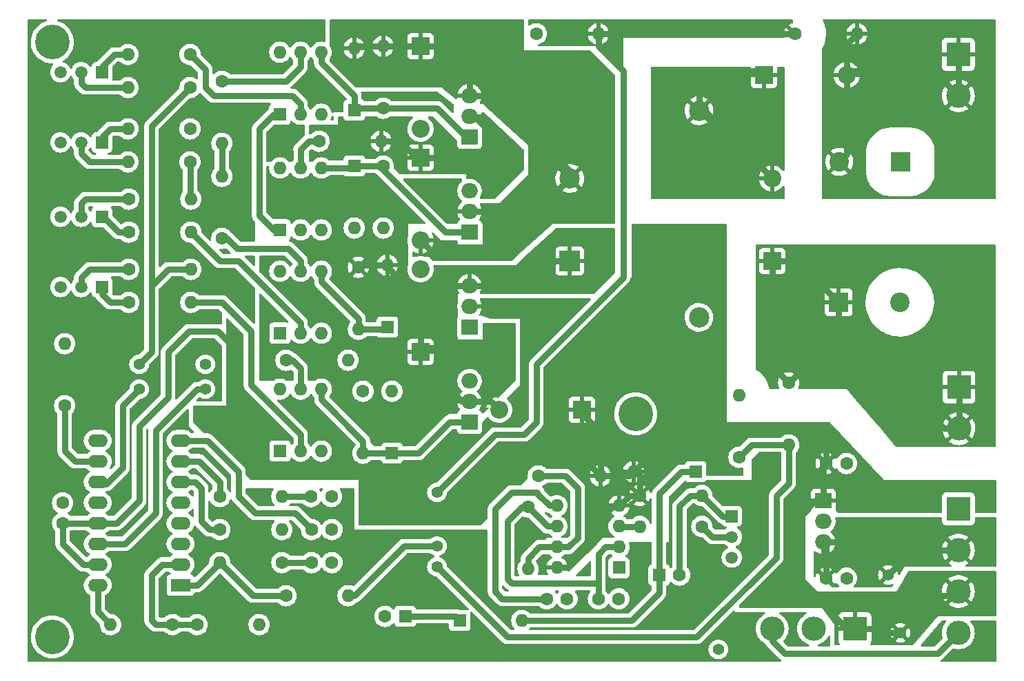
<source format=gbr>
%TF.GenerationSoftware,KiCad,Pcbnew,(6.0.7)*%
%TF.CreationDate,2023-11-05T23:44:51-03:00*%
%TF.ProjectId,Puente_H,5075656e-7465-45f4-982e-6b696361645f,v1*%
%TF.SameCoordinates,Original*%
%TF.FileFunction,Copper,L2,Bot*%
%TF.FilePolarity,Positive*%
%FSLAX46Y46*%
G04 Gerber Fmt 4.6, Leading zero omitted, Abs format (unit mm)*
G04 Created by KiCad (PCBNEW (6.0.7)) date 2023-11-05 23:44:51*
%MOMM*%
%LPD*%
G01*
G04 APERTURE LIST*
%TA.AperFunction,ComponentPad*%
%ADD10R,3.000000X3.000000*%
%TD*%
%TA.AperFunction,ComponentPad*%
%ADD11C,3.000000*%
%TD*%
%TA.AperFunction,ComponentPad*%
%ADD12R,1.500000X1.500000*%
%TD*%
%TA.AperFunction,ComponentPad*%
%ADD13C,1.500000*%
%TD*%
%TA.AperFunction,ComponentPad*%
%ADD14R,1.600000X1.600000*%
%TD*%
%TA.AperFunction,ComponentPad*%
%ADD15O,1.600000X1.600000*%
%TD*%
%TA.AperFunction,ComponentPad*%
%ADD16C,1.600000*%
%TD*%
%TA.AperFunction,ComponentPad*%
%ADD17C,1.400000*%
%TD*%
%TA.AperFunction,ComponentPad*%
%ADD18R,2.400000X1.600000*%
%TD*%
%TA.AperFunction,ComponentPad*%
%ADD19O,2.400000X1.600000*%
%TD*%
%TA.AperFunction,ComponentPad*%
%ADD20R,2.200000X2.200000*%
%TD*%
%TA.AperFunction,ComponentPad*%
%ADD21O,2.200000X2.200000*%
%TD*%
%TA.AperFunction,ComponentPad*%
%ADD22R,2.400000X2.400000*%
%TD*%
%TA.AperFunction,ComponentPad*%
%ADD23C,2.400000*%
%TD*%
%TA.AperFunction,ComponentPad*%
%ADD24R,2.000000X1.905000*%
%TD*%
%TA.AperFunction,ComponentPad*%
%ADD25O,2.000000X1.905000*%
%TD*%
%TA.AperFunction,ComponentPad*%
%ADD26R,2.500000X2.500000*%
%TD*%
%TA.AperFunction,ComponentPad*%
%ADD27C,2.500000*%
%TD*%
%TA.AperFunction,ViaPad*%
%ADD28C,4.250000*%
%TD*%
%TA.AperFunction,Conductor*%
%ADD29C,0.750000*%
%TD*%
%TA.AperFunction,Conductor*%
%ADD30C,0.250000*%
%TD*%
G04 APERTURE END LIST*
D10*
%TO.P,J14,1,Pin_1*%
%TO.N,+12V*%
X173658000Y-110837500D03*
D11*
%TO.P,J14,2,Pin_2*%
%TO.N,GND*%
X168578000Y-110837500D03*
%TO.P,J14,3,Pin_3*%
%TO.N,-12V*%
X163498000Y-110837500D03*
%TD*%
D10*
%TO.P,J13,1,Pin_1*%
%TO.N,GND*%
X186358000Y-96105500D03*
D11*
%TO.P,J13,2,Pin_2*%
%TO.N,+5V*%
X186358000Y-101185500D03*
%TO.P,J13,3,Pin_3*%
%TO.N,+12V*%
X186358000Y-106265500D03*
%TO.P,J13,4,Pin_4*%
%TO.N,-12V*%
X186358000Y-111345500D03*
%TD*%
D10*
%TO.P,J4,1,Pin_1*%
%TO.N,/-300v*%
X186358000Y-40225500D03*
D11*
%TO.P,J4,2,Pin_2*%
X186358000Y-45305500D03*
%TD*%
D10*
%TO.P,J3,1,Pin_1*%
%TO.N,/+300v*%
X186436000Y-81147500D03*
D11*
%TO.P,J3,2,Pin_2*%
X186436000Y-86227500D03*
%TD*%
D12*
%TO.P,Q3,1,C*%
%TO.N,Net-(C5-Pad2)*%
X158545000Y-96994500D03*
D13*
%TO.P,Q3,2,B*%
%TO.N,Net-(Q3-Pad2)*%
X158545000Y-99534500D03*
%TO.P,Q3,3,E*%
%TO.N,GND*%
X158545000Y-102074500D03*
%TD*%
D14*
%TO.P,D4,1,K*%
%TO.N,/+24v*%
X125144000Y-109821500D03*
D15*
%TO.P,D4,2,A*%
%TO.N,Net-(C5-Pad1)*%
X132764000Y-109821500D03*
%TD*%
D16*
%TO.P,R15,1*%
%TO.N,Net-(D5-Pad1)*%
X115746000Y-53941500D03*
D15*
%TO.P,R15,2*%
%TO.N,GND*%
X115746000Y-61561500D03*
%TD*%
D16*
%TO.P,R10,1*%
%TO.N,Net-(R10-Pad1)*%
X92018000Y-40225500D03*
D15*
%TO.P,R10,2*%
%TO.N,Net-(Q1-Pad1)*%
X84398000Y-40225500D03*
%TD*%
D16*
%TO.P,C8,1*%
%TO.N,GND*%
X109376000Y-94581500D03*
%TO.P,C8,2*%
%TO.N,Net-(C8-Pad2)*%
X106876000Y-94581500D03*
%TD*%
D17*
%TO.P,J7,1,Pin_1*%
%TO.N,Net-(J7-Pad1)*%
X93902000Y-81373500D03*
%TD*%
D14*
%TO.P,D6,1,K*%
%TO.N,Net-(D6-Pad1)*%
X112190000Y-47083500D03*
D15*
%TO.P,D6,2,A*%
%TO.N,Net-(D6-Pad2)*%
X112190000Y-39463500D03*
%TD*%
D14*
%TO.P,U3,1*%
%TO.N,+5V*%
X103061000Y-61805500D03*
D15*
%TO.P,U3,2*%
%TO.N,Net-(R11-Pad1)*%
X105601000Y-61805500D03*
%TO.P,U3,3,NC*%
%TO.N,unconnected-(U3-Pad3)*%
X108141000Y-61805500D03*
%TO.P,U3,4*%
%TO.N,Net-(D5-Pad1)*%
X108141000Y-54185500D03*
%TO.P,U3,5*%
%TO.N,Net-(R13-Pad1)*%
X105601000Y-54185500D03*
%TO.P,U3,6*%
%TO.N,unconnected-(U3-Pad6)*%
X103061000Y-54185500D03*
%TD*%
%TO.P,U6,6*%
%TO.N,unconnected-(U6-Pad6)*%
X103061000Y-81373500D03*
%TO.P,U6,5*%
%TO.N,Net-(R27-Pad1)*%
X105601000Y-81373500D03*
%TO.P,U6,4*%
%TO.N,Net-(D12-Pad1)*%
X108141000Y-81373500D03*
%TO.P,U6,3,NC*%
%TO.N,unconnected-(U6-Pad3)*%
X108141000Y-88993500D03*
%TO.P,U6,2*%
%TO.N,Net-(R28-Pad2)*%
X105601000Y-88993500D03*
D14*
%TO.P,U6,1*%
%TO.N,+5V*%
X103061000Y-88993500D03*
%TD*%
D18*
%TO.P,U4,1,INV*%
%TO.N,Net-(R19-Pad1)*%
X90849000Y-105488500D03*
D19*
%TO.P,U4,2,NI*%
%TO.N,Net-(R17-Pad1)*%
X90849000Y-102948500D03*
%TO.P,U4,3,SYNC*%
%TO.N,unconnected-(U4-Pad3)*%
X90849000Y-100408500D03*
%TO.P,U4,4,OSC*%
%TO.N,unconnected-(U4-Pad4)*%
X90849000Y-97868500D03*
%TO.P,U4,5,CT*%
%TO.N,Net-(C8-Pad2)*%
X90849000Y-95328500D03*
%TO.P,U4,6,RT*%
%TO.N,Net-(R18-Pad1)*%
X90849000Y-92788500D03*
%TO.P,U4,7,DISCH*%
%TO.N,Net-(R23-Pad1)*%
X90849000Y-90248500D03*
%TO.P,U4,8,SS*%
%TO.N,Net-(C9-Pad2)*%
X90849000Y-87708500D03*
%TO.P,U4,9,COMP*%
%TO.N,Net-(C7-Pad1)*%
X80689000Y-87708500D03*
%TO.P,U4,10,SD*%
%TO.N,Net-(R22-Pad1)*%
X80689000Y-90248500D03*
%TO.P,U4,11,OUTA*%
%TO.N,Net-(J6-Pad1)*%
X80689000Y-92788500D03*
%TO.P,U4,12,GND*%
%TO.N,GND*%
X80689000Y-95328500D03*
%TO.P,U4,13,VC*%
%TO.N,+12V*%
X80689000Y-97868500D03*
%TO.P,U4,14,OUTB*%
%TO.N,Net-(J7-Pad1)*%
X80689000Y-100408500D03*
%TO.P,U4,15,VIN*%
%TO.N,+12V*%
X80689000Y-102948500D03*
%TO.P,U4,16,REF*%
%TO.N,Net-(R21-Pad2)*%
X80689000Y-105488500D03*
%TD*%
D20*
%TO.P,D1,1,K*%
%TO.N,/+300v*%
X163498000Y-65625500D03*
D21*
%TO.P,D1,2,A*%
%TO.N,/SECout*%
X163498000Y-55465500D03*
%TD*%
D17*
%TO.P,J10,1,Pin_1*%
%TO.N,+12V*%
X179246000Y-111345500D03*
%TD*%
D14*
%TO.P,D12,1,K*%
%TO.N,Net-(D12-Pad1)*%
X116810000Y-89247500D03*
D15*
%TO.P,D12,2,A*%
%TO.N,GND*%
X116810000Y-81627500D03*
%TD*%
D17*
%TO.P,J12,1,Pin_1*%
%TO.N,+5V*%
X177722000Y-104233500D03*
%TD*%
D16*
%TO.P,R1,1*%
%TO.N,/+300v*%
X165530000Y-80611500D03*
D15*
%TO.P,R1,2*%
%TO.N,Net-(J1-Pad1)*%
X165530000Y-88231500D03*
%TD*%
D22*
%TO.P,C3,1*%
%TO.N,GND*%
X179246000Y-53433500D03*
D23*
%TO.P,C3,2*%
%TO.N,/-300v*%
X171746000Y-53433500D03*
%TD*%
D14*
%TO.P,D3,1,K*%
%TO.N,Net-(C5-Pad1)*%
X154100000Y-91533500D03*
D15*
%TO.P,D3,2,A*%
%TO.N,+12V*%
X146480000Y-91533500D03*
%TD*%
D16*
%TO.P,C9,1*%
%TO.N,GND*%
X109441000Y-98645500D03*
%TO.P,C9,2*%
%TO.N,Net-(C9-Pad2)*%
X106941000Y-98645500D03*
%TD*%
%TO.P,R8,1*%
%TO.N,Net-(C4-Pad1)*%
X133526000Y-95851500D03*
D15*
%TO.P,R8,2*%
%TO.N,Net-(R5-Pad1)*%
X133526000Y-103471500D03*
%TD*%
D16*
%TO.P,R7,1*%
%TO.N,/Puente_A*%
X92018000Y-53433500D03*
D15*
%TO.P,R7,2*%
%TO.N,Net-(Q2-Pad2)*%
X84398000Y-53433500D03*
%TD*%
D16*
%TO.P,R23,1*%
%TO.N,Net-(R23-Pad1)*%
X95680000Y-94581500D03*
D15*
%TO.P,R23,2*%
%TO.N,Net-(C8-Pad2)*%
X103300000Y-94581500D03*
%TD*%
D16*
%TO.P,R18,1*%
%TO.N,Net-(R18-Pad1)*%
X95680000Y-98645500D03*
D15*
%TO.P,R18,2*%
%TO.N,GND*%
X103300000Y-98645500D03*
%TD*%
D14*
%TO.P,U1,1,GND*%
%TO.N,GND*%
X144692000Y-103334500D03*
D15*
%TO.P,U1,2,TR*%
%TO.N,Net-(C4-Pad1)*%
X144692000Y-100794500D03*
%TO.P,U1,3,Q*%
%TO.N,Net-(R9-Pad2)*%
X144692000Y-98254500D03*
%TO.P,U1,4,R*%
%TO.N,+12V*%
X144692000Y-95714500D03*
%TO.P,U1,5,CV*%
%TO.N,Net-(C1-Pad1)*%
X137072000Y-95714500D03*
%TO.P,U1,6,THR*%
%TO.N,Net-(C4-Pad1)*%
X137072000Y-98254500D03*
%TO.P,U1,7,DIS*%
%TO.N,Net-(R5-Pad1)*%
X137072000Y-100794500D03*
%TO.P,U1,8,VCC*%
%TO.N,+12V*%
X137072000Y-103334500D03*
%TD*%
D16*
%TO.P,R4,1*%
%TO.N,Net-(J2-Pad1)*%
X166292000Y-37685500D03*
D15*
%TO.P,R4,2*%
%TO.N,/-300v*%
X173912000Y-37685500D03*
%TD*%
D22*
%TO.P,C2,1*%
%TO.N,/+300v*%
X171669245Y-70705500D03*
D23*
%TO.P,C2,2*%
%TO.N,GND*%
X179169245Y-70705500D03*
%TD*%
D16*
%TO.P,R29,1*%
%TO.N,Net-(Q9-Pad1)*%
X84504000Y-62069500D03*
D15*
%TO.P,R29,2*%
%TO.N,Net-(R29-Pad2)*%
X92124000Y-62069500D03*
%TD*%
D16*
%TO.P,R2,1*%
%TO.N,Net-(J1-Pad1)*%
X159434000Y-89755500D03*
D15*
%TO.P,R2,2*%
%TO.N,GND*%
X159434000Y-82135500D03*
%TD*%
D16*
%TO.P,R11,1*%
%TO.N,Net-(R11-Pad1)*%
X92018000Y-49369500D03*
D15*
%TO.P,R11,2*%
%TO.N,Net-(Q2-Pad1)*%
X84398000Y-49369500D03*
%TD*%
D16*
%TO.P,R6,1*%
%TO.N,/Puente_B*%
X92018000Y-44289500D03*
D15*
%TO.P,R6,2*%
%TO.N,Net-(Q1-Pad2)*%
X84398000Y-44289500D03*
%TD*%
D16*
%TO.P,R17,1*%
%TO.N,Net-(R17-Pad1)*%
X92886000Y-110329500D03*
D15*
%TO.P,R17,2*%
%TO.N,GND*%
X100506000Y-110329500D03*
%TD*%
D16*
%TO.P,R24,1*%
%TO.N,Net-(D10-Pad1)*%
X112698000Y-66387500D03*
D15*
%TO.P,R24,2*%
%TO.N,Net-(D11-Pad1)*%
X112698000Y-74007500D03*
%TD*%
D16*
%TO.P,R25,1*%
%TO.N,GND*%
X113254000Y-81627500D03*
D15*
%TO.P,R25,2*%
%TO.N,Net-(D12-Pad1)*%
X113254000Y-89247500D03*
%TD*%
D16*
%TO.P,R3,1*%
%TO.N,GND*%
X134542000Y-37685500D03*
D15*
%TO.P,R3,2*%
%TO.N,Net-(J2-Pad1)*%
X142162000Y-37685500D03*
%TD*%
D16*
%TO.P,R19,1*%
%TO.N,Net-(R19-Pad1)*%
X103808000Y-106773500D03*
D15*
%TO.P,R19,2*%
%TO.N,Net-(J5-Pad1)*%
X111428000Y-106773500D03*
%TD*%
D12*
%TO.P,Q2,1,C*%
%TO.N,Net-(Q2-Pad1)*%
X81202000Y-51041500D03*
D13*
%TO.P,Q2,2,B*%
%TO.N,Net-(Q2-Pad2)*%
X78662000Y-51041500D03*
%TO.P,Q2,3,E*%
%TO.N,GND*%
X76122000Y-51041500D03*
%TD*%
D24*
%TO.P,Q7,1,G*%
%TO.N,Net-(D12-Pad1)*%
X126343000Y-85437500D03*
D25*
%TO.P,Q7,2,D*%
%TO.N,Net-(D10-Pad1)*%
X126343000Y-82897500D03*
%TO.P,Q7,3,S*%
%TO.N,GND*%
X126343000Y-80357500D03*
%TD*%
D17*
%TO.P,J2,1,Pin_1*%
%TO.N,Net-(J2-Pad1)*%
X122350000Y-94073500D03*
%TD*%
%TO.P,J1,1,Pin_1*%
%TO.N,Net-(J1-Pad1)*%
X122350000Y-103217500D03*
%TD*%
D16*
%TO.P,R14,1*%
%TO.N,Net-(R14-Pad1)*%
X95934000Y-43527500D03*
D15*
%TO.P,R14,2*%
%TO.N,/+24v*%
X95934000Y-51147500D03*
%TD*%
D16*
%TO.P,R5,1*%
%TO.N,Net-(R5-Pad1)*%
X134796000Y-92041500D03*
D15*
%TO.P,R5,2*%
%TO.N,+12V*%
X142416000Y-92041500D03*
%TD*%
D17*
%TO.P,J8,1,Pin_1*%
%TO.N,/Puente_B*%
X85774000Y-78325500D03*
%TD*%
D14*
%TO.P,D5,1,K*%
%TO.N,Net-(D5-Pad1)*%
X112190000Y-53941500D03*
D15*
%TO.P,D5,2,A*%
%TO.N,GND*%
X112190000Y-61561500D03*
%TD*%
D20*
%TO.P,D8,1,K*%
%TO.N,Net-(D6-Pad2)*%
X120318000Y-39209500D03*
D21*
%TO.P,D8,2,A*%
%TO.N,GND*%
X120318000Y-49369500D03*
%TD*%
D16*
%TO.P,R26,1*%
%TO.N,Net-(R26-Pad1)*%
X95934000Y-62831500D03*
D15*
%TO.P,R26,2*%
%TO.N,/+24v*%
X95934000Y-55211500D03*
%TD*%
D14*
%TO.P,D11,1,K*%
%TO.N,Net-(D11-Pad1)*%
X116254000Y-73753500D03*
D15*
%TO.P,D11,2,A*%
%TO.N,Net-(D10-Pad1)*%
X116254000Y-66133500D03*
%TD*%
D16*
%TO.P,R21,1*%
%TO.N,Net-(R17-Pad1)*%
X89883000Y-110329500D03*
D15*
%TO.P,R21,2*%
%TO.N,Net-(R21-Pad2)*%
X82263000Y-110329500D03*
%TD*%
D17*
%TO.P,J11,1,Pin_1*%
%TO.N,GND*%
X156894000Y-113377500D03*
%TD*%
D16*
%TO.P,R20,1*%
%TO.N,Net-(C7-Pad1)*%
X103300000Y-102709500D03*
D15*
%TO.P,R20,2*%
%TO.N,Net-(R19-Pad1)*%
X95680000Y-102709500D03*
%TD*%
D12*
%TO.P,Q9,1,C*%
%TO.N,Net-(Q9-Pad1)*%
X81202000Y-60185500D03*
D13*
%TO.P,Q9,2,B*%
%TO.N,Net-(Q9-Pad2)*%
X78662000Y-60185500D03*
%TO.P,Q9,3,E*%
%TO.N,GND*%
X76122000Y-60185500D03*
%TD*%
D20*
%TO.P,D9,1,K*%
%TO.N,+12V*%
X140130000Y-83913500D03*
D21*
%TO.P,D9,2,A*%
%TO.N,Net-(D10-Pad1)*%
X129970000Y-83913500D03*
%TD*%
D20*
%TO.P,D10,1,K*%
%TO.N,Net-(D10-Pad1)*%
X120318000Y-76801500D03*
D21*
%TO.P,D10,2,A*%
%TO.N,GND*%
X120318000Y-66641500D03*
%TD*%
D12*
%TO.P,Q8,1,C*%
%TO.N,Net-(Q8-Pad1)*%
X81202000Y-68821500D03*
D13*
%TO.P,Q8,2,B*%
%TO.N,Net-(Q8-Pad2)*%
X78662000Y-68821500D03*
%TO.P,Q8,3,E*%
%TO.N,GND*%
X76122000Y-68821500D03*
%TD*%
D17*
%TO.P,J5,1,Pin_1*%
%TO.N,Net-(J5-Pad1)*%
X122350000Y-100677500D03*
%TD*%
%TO.P,J6,1,Pin_1*%
%TO.N,Net-(J6-Pad1)*%
X85774000Y-81373500D03*
%TD*%
D16*
%TO.P,C12,1*%
%TO.N,+5V*%
X170122000Y-104614500D03*
%TO.P,C12,2*%
%TO.N,GND*%
X172622000Y-104614500D03*
%TD*%
D14*
%TO.P,C6,1*%
%TO.N,/+24v*%
X118452379Y-109313500D03*
D16*
%TO.P,C6,2*%
%TO.N,GND*%
X115952379Y-109313500D03*
%TD*%
D24*
%TO.P,Q6,1,G*%
%TO.N,Net-(D11-Pad1)*%
X126343000Y-73753500D03*
D25*
%TO.P,Q6,2,D*%
%TO.N,+12V*%
X126343000Y-71213500D03*
%TO.P,Q6,3,S*%
%TO.N,Net-(D10-Pad1)*%
X126343000Y-68673500D03*
%TD*%
D17*
%TO.P,J9,1,Pin_1*%
%TO.N,/Puente_A*%
X93902000Y-78325500D03*
%TD*%
D16*
%TO.P,R27,1*%
%TO.N,Net-(R27-Pad1)*%
X103808000Y-77817500D03*
D15*
%TO.P,R27,2*%
%TO.N,+12V*%
X111428000Y-77817500D03*
%TD*%
D14*
%TO.P,U7,1*%
%TO.N,+5V*%
X103061000Y-74505500D03*
D15*
%TO.P,U7,2*%
%TO.N,Net-(R29-Pad2)*%
X105601000Y-74505500D03*
%TO.P,U7,3,NC*%
%TO.N,unconnected-(U7-Pad3)*%
X108141000Y-74505500D03*
%TO.P,U7,4*%
%TO.N,Net-(D11-Pad1)*%
X108141000Y-66885500D03*
%TO.P,U7,5*%
%TO.N,Net-(R26-Pad1)*%
X105601000Y-66885500D03*
%TO.P,U7,6*%
%TO.N,unconnected-(U7-Pad6)*%
X103061000Y-66885500D03*
%TD*%
D16*
%TO.P,R13,1*%
%TO.N,Net-(R13-Pad1)*%
X107872000Y-50893500D03*
D15*
%TO.P,R13,2*%
%TO.N,+12V*%
X115492000Y-50893500D03*
%TD*%
D16*
%TO.P,C10,1*%
%TO.N,+12V*%
X76376000Y-97863500D03*
%TO.P,C10,2*%
%TO.N,GND*%
X76376000Y-95363500D03*
%TD*%
%TO.P,R30,1*%
%TO.N,Net-(Q8-Pad2)*%
X84504000Y-66641500D03*
D15*
%TO.P,R30,2*%
%TO.N,/Puente_B*%
X92124000Y-66641500D03*
%TD*%
D14*
%TO.P,C5,1*%
%TO.N,Net-(C5-Pad1)*%
X149615620Y-104233500D03*
D16*
%TO.P,C5,2*%
%TO.N,Net-(C5-Pad2)*%
X152115620Y-104233500D03*
%TD*%
D14*
%TO.P,U2,1*%
%TO.N,+5V*%
X103046000Y-47581500D03*
D15*
%TO.P,U2,2*%
%TO.N,Net-(R10-Pad1)*%
X105586000Y-47581500D03*
%TO.P,U2,3,NC*%
%TO.N,unconnected-(U2-Pad3)*%
X108126000Y-47581500D03*
%TO.P,U2,4*%
%TO.N,Net-(D6-Pad1)*%
X108126000Y-39961500D03*
%TO.P,U2,5*%
%TO.N,Net-(R14-Pad1)*%
X105586000Y-39961500D03*
%TO.P,U2,6*%
%TO.N,unconnected-(U2-Pad6)*%
X103046000Y-39961500D03*
%TD*%
D24*
%TO.P,U5,1,VI*%
%TO.N,+12V*%
X169772000Y-95089500D03*
D25*
%TO.P,U5,2,GND*%
%TO.N,GND*%
X169772000Y-97629500D03*
%TO.P,U5,3,VO*%
%TO.N,+5V*%
X169772000Y-100169500D03*
%TD*%
D26*
%TO.P,T1,1,AA*%
%TO.N,Net-(D10-Pad1)*%
X138650000Y-65625500D03*
D27*
%TO.P,T1,2,AB*%
%TO.N,Net-(D6-Pad2)*%
X138650000Y-55465500D03*
%TO.P,T1,3,SA*%
%TO.N,GND*%
X154510000Y-72550500D03*
%TO.P,T1,4,SB*%
%TO.N,/SECout*%
X154510000Y-47150500D03*
%TD*%
D24*
%TO.P,Q4,1,G*%
%TO.N,Net-(D6-Pad1)*%
X126343000Y-50385500D03*
D25*
%TO.P,Q4,2,D*%
%TO.N,+12V*%
X126343000Y-47845500D03*
%TO.P,Q4,3,S*%
%TO.N,Net-(D6-Pad2)*%
X126343000Y-45305500D03*
%TD*%
D16*
%TO.P,R16,1*%
%TO.N,Net-(D6-Pad1)*%
X115746000Y-46829500D03*
D15*
%TO.P,R16,2*%
%TO.N,Net-(D6-Pad2)*%
X115746000Y-39209500D03*
%TD*%
D20*
%TO.P,D2,1,K*%
%TO.N,/SECout*%
X162482000Y-42765500D03*
D21*
%TO.P,D2,2,A*%
%TO.N,/-300v*%
X172642000Y-42765500D03*
%TD*%
D16*
%TO.P,R22,1*%
%TO.N,Net-(R22-Pad1)*%
X76630000Y-83405500D03*
D15*
%TO.P,R22,2*%
%TO.N,GND*%
X76630000Y-75785500D03*
%TD*%
D24*
%TO.P,Q5,1,G*%
%TO.N,Net-(D5-Pad1)*%
X126343000Y-62069500D03*
D25*
%TO.P,Q5,2,D*%
%TO.N,Net-(D6-Pad2)*%
X126343000Y-59529500D03*
%TO.P,Q5,3,S*%
%TO.N,GND*%
X126343000Y-56989500D03*
%TD*%
D20*
%TO.P,D7,1,K*%
%TO.N,+12V*%
X120318000Y-52925500D03*
D21*
%TO.P,D7,2,A*%
%TO.N,Net-(D6-Pad2)*%
X120318000Y-63085500D03*
%TD*%
D16*
%TO.P,R31,1*%
%TO.N,Net-(Q9-Pad2)*%
X84504000Y-58005500D03*
D15*
%TO.P,R31,2*%
%TO.N,/Puente_A*%
X92124000Y-58005500D03*
%TD*%
D16*
%TO.P,C4,1*%
%TO.N,Net-(C4-Pad1)*%
X142162000Y-107154500D03*
%TO.P,C4,2*%
%TO.N,GND*%
X144662000Y-107154500D03*
%TD*%
D15*
%TO.P,R28,2*%
%TO.N,Net-(R28-Pad2)*%
X92124000Y-70705500D03*
D16*
%TO.P,R28,1*%
%TO.N,Net-(Q8-Pad1)*%
X84504000Y-70705500D03*
%TD*%
%TO.P,C11,1*%
%TO.N,+12V*%
X170122000Y-90517500D03*
%TO.P,C11,2*%
%TO.N,GND*%
X172622000Y-90517500D03*
%TD*%
%TO.P,C1,1*%
%TO.N,Net-(C1-Pad1)*%
X135812000Y-107154500D03*
%TO.P,C1,2*%
%TO.N,GND*%
X138312000Y-107154500D03*
%TD*%
%TO.P,R9,1*%
%TO.N,Net-(Q3-Pad2)*%
X154862000Y-98264500D03*
D15*
%TO.P,R9,2*%
%TO.N,Net-(R9-Pad2)*%
X147242000Y-98264500D03*
%TD*%
D12*
%TO.P,Q1,1,C*%
%TO.N,Net-(Q1-Pad1)*%
X81202000Y-42405500D03*
D13*
%TO.P,Q1,2,B*%
%TO.N,Net-(Q1-Pad2)*%
X78662000Y-42405500D03*
%TO.P,Q1,3,E*%
%TO.N,GND*%
X76122000Y-42405500D03*
%TD*%
D16*
%TO.P,C7,1*%
%TO.N,Net-(C7-Pad1)*%
X106941000Y-102709500D03*
%TO.P,C7,2*%
%TO.N,GND*%
X109441000Y-102709500D03*
%TD*%
%TO.P,R12,1*%
%TO.N,+12V*%
X147242000Y-94454500D03*
D15*
%TO.P,R12,2*%
%TO.N,Net-(C5-Pad2)*%
X154862000Y-94454500D03*
%TD*%
D28*
%TO.N,*%
X146734000Y-84421500D03*
X75106000Y-38701500D03*
X75106000Y-111853500D03*
%TD*%
D29*
%TO.N,/+300v*%
X186436000Y-86227500D02*
X186436000Y-81147500D01*
X184608000Y-86227500D02*
X186436000Y-86227500D01*
X172177245Y-73964255D02*
X172177245Y-73796745D01*
X172177245Y-73796745D02*
X184608000Y-86227500D01*
X165530000Y-80611500D02*
X172177245Y-73964255D01*
%TO.N,Net-(D11-Pad1)*%
X116000000Y-74007500D02*
X116254000Y-73753500D01*
X112698000Y-74007500D02*
X116000000Y-74007500D01*
%TO.N,/+300v*%
X171669245Y-70705500D02*
X171669245Y-73288745D01*
X171669245Y-73288745D02*
X172134000Y-73753500D01*
%TO.N,/-300v*%
X172642000Y-42257500D02*
X172642000Y-52537500D01*
X183310000Y-42257500D02*
X172642000Y-42257500D01*
X172642000Y-52537500D02*
X171746000Y-53433500D01*
X186358000Y-45305500D02*
X183310000Y-42257500D01*
X186358000Y-40560500D02*
X186358000Y-45305500D01*
%TO.N,+5V*%
X179246000Y-101185500D02*
X186358000Y-101185500D01*
X178230000Y-100169500D02*
X179246000Y-101185500D01*
X169772000Y-100169500D02*
X178230000Y-100169500D01*
X177722000Y-104233500D02*
X180770000Y-101185500D01*
X180770000Y-101185500D02*
X186358000Y-101185500D01*
%TO.N,+12V*%
X185850000Y-106773500D02*
X180262000Y-106773500D01*
X180262000Y-106773500D02*
X176198000Y-110837500D01*
X186358000Y-106265500D02*
X185850000Y-106773500D01*
%TO.N,-12V*%
X183818000Y-113885500D02*
X186358000Y-111345500D01*
X165022000Y-113885500D02*
X183818000Y-113885500D01*
X163498000Y-112361500D02*
X165022000Y-113885500D01*
X163498000Y-110837500D02*
X163498000Y-112361500D01*
%TO.N,+12V*%
X176706000Y-111345500D02*
X179246000Y-111345500D01*
X176198000Y-110837500D02*
X176706000Y-111345500D01*
X172642000Y-110837500D02*
X173658000Y-110837500D01*
X166546000Y-104741500D02*
X172642000Y-110837500D01*
X166546000Y-97299500D02*
X166546000Y-104741500D01*
X168756000Y-95089500D02*
X166546000Y-97299500D01*
X169772000Y-95089500D02*
X168756000Y-95089500D01*
X176198000Y-110837500D02*
X173658000Y-110837500D01*
%TO.N,/+300v*%
X166589245Y-65625500D02*
X163498000Y-65625500D01*
X171669245Y-70705500D02*
X166589245Y-65625500D01*
%TO.N,Net-(J2-Pad1)*%
X142162000Y-39209500D02*
X142162000Y-37685500D01*
X145210000Y-42257500D02*
X142162000Y-39209500D01*
X145210000Y-67657500D02*
X145210000Y-42257500D01*
X134542000Y-78325500D02*
X145210000Y-67657500D01*
X134542000Y-85437500D02*
X134542000Y-78325500D01*
X133018000Y-86961500D02*
X134542000Y-85437500D01*
X129462000Y-86961500D02*
X133018000Y-86961500D01*
X122350000Y-94073500D02*
X129462000Y-86961500D01*
%TO.N,+12V*%
X82995000Y-97868500D02*
X80689000Y-97868500D01*
X85774000Y-85945500D02*
X85774000Y-95089500D01*
X89330000Y-82389500D02*
X85774000Y-85945500D01*
X89330000Y-76801500D02*
X89330000Y-82389500D01*
X91870000Y-74261500D02*
X89330000Y-76801500D01*
X95426000Y-74261500D02*
X91870000Y-74261500D01*
X85774000Y-95089500D02*
X82995000Y-97868500D01*
X97458000Y-76293500D02*
X95426000Y-74261500D01*
X97458000Y-87469500D02*
X97458000Y-76293500D01*
X101522000Y-91533500D02*
X97458000Y-87469500D01*
X112698000Y-91533500D02*
X101522000Y-91533500D01*
X124382000Y-97121500D02*
X118286000Y-97121500D01*
X139368000Y-88993500D02*
X132510000Y-88993500D01*
X142416000Y-92041500D02*
X139368000Y-88993500D01*
X132510000Y-88993500D02*
X124382000Y-97121500D01*
X118286000Y-97121500D02*
X112698000Y-91533500D01*
%TO.N,Net-(D6-Pad2)*%
X122350000Y-39209500D02*
X112444000Y-39209500D01*
X126343000Y-43202500D02*
X122350000Y-39209500D01*
X126343000Y-45305500D02*
X126343000Y-43202500D01*
X112444000Y-39209500D02*
X112190000Y-39463500D01*
X138650000Y-54493500D02*
X138650000Y-55465500D01*
X126343000Y-45305500D02*
X129462000Y-45305500D01*
X129462000Y-45305500D02*
X138650000Y-54493500D01*
%TO.N,Net-(D6-Pad1)*%
X122350000Y-46829500D02*
X125906000Y-50385500D01*
X112444000Y-46829500D02*
X122350000Y-46829500D01*
X112190000Y-47083500D02*
X112444000Y-46829500D01*
X125906000Y-50385500D02*
X126343000Y-50385500D01*
%TO.N,+12V*%
X128954000Y-49894000D02*
X128954000Y-51909500D01*
X126905500Y-47845500D02*
X128954000Y-49894000D01*
X126343000Y-47845500D02*
X126905500Y-47845500D01*
X128954000Y-51909500D02*
X127938000Y-52925500D01*
X127938000Y-52925500D02*
X120318000Y-52925500D01*
%TO.N,Net-(J1-Pad1)*%
X164006000Y-102087062D02*
X154239562Y-111853500D01*
X165530000Y-92930500D02*
X164006000Y-94454500D01*
X164006000Y-94454500D02*
X164006000Y-102087062D01*
X130986000Y-111853500D02*
X122350000Y-103217500D01*
X165530000Y-88231500D02*
X165530000Y-92930500D01*
X154239562Y-111853500D02*
X130986000Y-111853500D01*
%TO.N,/Puente_B*%
X87298000Y-68673500D02*
X87298000Y-76801500D01*
X87298000Y-76801500D02*
X85774000Y-78325500D01*
%TO.N,Net-(J6-Pad1)*%
X81710000Y-93057500D02*
X80958000Y-93057500D01*
X80958000Y-93057500D02*
X80689000Y-92788500D01*
X83742000Y-91025500D02*
X81710000Y-93057500D01*
X83742000Y-83405500D02*
X83742000Y-91025500D01*
X85774000Y-81373500D02*
X83742000Y-83405500D01*
%TO.N,Net-(J7-Pad1)*%
X87806000Y-96613500D02*
X84011000Y-100408500D01*
X87806000Y-86453500D02*
X87806000Y-96613500D01*
X92886000Y-81373500D02*
X87806000Y-86453500D01*
X93902000Y-81373500D02*
X92886000Y-81373500D01*
X84011000Y-100408500D02*
X80689000Y-100408500D01*
%TO.N,Net-(J1-Pad1)*%
X160958000Y-88231500D02*
X165530000Y-88231500D01*
X159434000Y-89755500D02*
X160958000Y-88231500D01*
%TO.N,/+300v*%
X163498000Y-78579500D02*
X163498000Y-65625500D01*
X165530000Y-80611500D02*
X163498000Y-78579500D01*
%TO.N,+12V*%
X147242000Y-91914500D02*
X147242000Y-94454500D01*
X152068000Y-85945500D02*
X146670500Y-91343000D01*
X146670500Y-91343000D02*
X147242000Y-91914500D01*
X168070000Y-85945500D02*
X152068000Y-85945500D01*
X170122000Y-87997500D02*
X168070000Y-85945500D01*
X170122000Y-90517500D02*
X170122000Y-87997500D01*
%TO.N,Net-(R27-Pad1)*%
X105601000Y-78848500D02*
X105601000Y-81373500D01*
X104570000Y-77817500D02*
X105601000Y-78848500D01*
X103808000Y-77817500D02*
X104570000Y-77817500D01*
%TO.N,Net-(D10-Pad1)*%
X120318000Y-72737500D02*
X124382000Y-68673500D01*
X120318000Y-76293500D02*
X120318000Y-72737500D01*
X124382000Y-78833500D02*
X121842000Y-76293500D01*
X124382000Y-81881500D02*
X124382000Y-78833500D01*
X128954000Y-82897500D02*
X125398000Y-82897500D01*
X129970000Y-83913500D02*
X128954000Y-82897500D01*
X125398000Y-82897500D02*
X124382000Y-81881500D01*
X121842000Y-76293500D02*
X120318000Y-76293500D01*
%TO.N,Net-(D12-Pad1)*%
X120064000Y-89247500D02*
X116810000Y-89247500D01*
X123874000Y-85437500D02*
X120064000Y-89247500D01*
X126343000Y-85437500D02*
X123874000Y-85437500D01*
%TO.N,+12V*%
X145972000Y-92041500D02*
X142416000Y-92041500D01*
X146480000Y-91533500D02*
X145972000Y-92041500D01*
%TO.N,Net-(C5-Pad1)*%
X149615620Y-94239880D02*
X149615620Y-104233500D01*
X152322000Y-91533500D02*
X149615620Y-94239880D01*
X154100000Y-91533500D02*
X152322000Y-91533500D01*
%TO.N,+12V*%
X140130000Y-84421500D02*
X140130000Y-83913500D01*
X142416000Y-92041500D02*
X142416000Y-86707500D01*
X142416000Y-86707500D02*
X140130000Y-84421500D01*
%TO.N,Net-(R5-Pad1)*%
X138489000Y-100794500D02*
X137072000Y-100794500D01*
X139622000Y-99661500D02*
X138489000Y-100794500D01*
X139622000Y-93565500D02*
X139622000Y-99661500D01*
X138098000Y-92041500D02*
X139622000Y-93565500D01*
X134796000Y-92041500D02*
X138098000Y-92041500D01*
%TO.N,Net-(D6-Pad2)*%
X130478000Y-61561500D02*
X130478000Y-63637500D01*
X138650000Y-55465500D02*
X129992000Y-64123500D01*
X129992000Y-64123500D02*
X129506000Y-64609500D01*
X128446000Y-59529500D02*
X130478000Y-61561500D01*
X130478000Y-63637500D02*
X129992000Y-64123500D01*
X126343000Y-59529500D02*
X128446000Y-59529500D01*
X121842000Y-64609500D02*
X120318000Y-63085500D01*
X129506000Y-64609500D02*
X121842000Y-64609500D01*
%TO.N,Net-(D5-Pad1)*%
X115746000Y-54449500D02*
X115746000Y-53941500D01*
X123366000Y-62069500D02*
X115746000Y-54449500D01*
X126343000Y-62069500D02*
X123366000Y-62069500D01*
%TO.N,Net-(D6-Pad1)*%
X108126000Y-41241500D02*
X108126000Y-39961500D01*
X112190000Y-45305500D02*
X108126000Y-41241500D01*
X112190000Y-47083500D02*
X112190000Y-45305500D01*
%TO.N,Net-(D10-Pad1)*%
X116254000Y-66387500D02*
X119556000Y-69689500D01*
X119556000Y-69689500D02*
X123366000Y-69689500D01*
X123366000Y-69689500D02*
X124382000Y-68673500D01*
%TO.N,Net-(D12-Pad1)*%
X113254000Y-87764000D02*
X113254000Y-89247500D01*
X108141000Y-82651000D02*
X113254000Y-87764000D01*
X108141000Y-81373500D02*
X108141000Y-82651000D01*
%TO.N,/+24v*%
X124636000Y-109313500D02*
X118452379Y-109313500D01*
X125144000Y-109821500D02*
X124636000Y-109313500D01*
%TO.N,Net-(J5-Pad1)*%
X112190000Y-106773500D02*
X111428000Y-106773500D01*
X122350000Y-100677500D02*
X118286000Y-100677500D01*
X118286000Y-100677500D02*
X112190000Y-106773500D01*
%TO.N,Net-(C5-Pad1)*%
X146226000Y-109821500D02*
X132764000Y-109821500D01*
X149615620Y-106431880D02*
X146226000Y-109821500D01*
X149615620Y-104233500D02*
X149615620Y-106431880D01*
%TO.N,Net-(C5-Pad2)*%
X152115620Y-95803880D02*
X152115620Y-104233500D01*
X153465000Y-94454500D02*
X152115620Y-95803880D01*
X154862000Y-94454500D02*
X153465000Y-94454500D01*
%TO.N,/+24v*%
X95934000Y-51147500D02*
X95934000Y-55211500D01*
%TO.N,Net-(R14-Pad1)*%
X103808000Y-43527500D02*
X95934000Y-43527500D01*
X105586000Y-41749500D02*
X103808000Y-43527500D01*
X105586000Y-39961500D02*
X105586000Y-41749500D01*
%TO.N,Net-(R10-Pad1)*%
X93902000Y-44289500D02*
X93902000Y-42257500D01*
X94918000Y-45305500D02*
X93902000Y-44289500D01*
X105586000Y-46321500D02*
X104570000Y-45305500D01*
X104570000Y-45305500D02*
X94918000Y-45305500D01*
X105586000Y-47581500D02*
X105586000Y-46321500D01*
%TO.N,Net-(R29-Pad2)*%
X95680000Y-65625500D02*
X92124000Y-62069500D01*
X97966000Y-65625500D02*
X95680000Y-65625500D01*
X105601000Y-73260500D02*
X97966000Y-65625500D01*
X105601000Y-74505500D02*
X105601000Y-73260500D01*
%TO.N,Net-(R26-Pad1)*%
X96515503Y-62831500D02*
X95934000Y-62831500D01*
X104062000Y-64101500D02*
X97785503Y-64101500D01*
X105601000Y-65640500D02*
X104062000Y-64101500D01*
X105601000Y-66885500D02*
X105601000Y-65640500D01*
X97785503Y-64101500D02*
X96515503Y-62831500D01*
%TO.N,Net-(R28-Pad2)*%
X99490000Y-74261500D02*
X95934000Y-70705500D01*
X95934000Y-70705500D02*
X92124000Y-70705500D01*
X99490000Y-80865500D02*
X99490000Y-74261500D01*
X105601000Y-86976500D02*
X99490000Y-80865500D01*
X105601000Y-88993500D02*
X105601000Y-86976500D01*
%TO.N,+12V*%
X138489000Y-103334500D02*
X137072000Y-103334500D01*
X144077000Y-95714500D02*
X141654000Y-98137500D01*
X141654000Y-100169500D02*
X138489000Y-103334500D01*
X144692000Y-95714500D02*
X144077000Y-95714500D01*
X141654000Y-98137500D02*
X141654000Y-100169500D01*
%TO.N,Net-(J2-Pad1)*%
X166292000Y-37685500D02*
X142162000Y-37685500D01*
%TO.N,/-300v*%
X172642000Y-38955500D02*
X173912000Y-37685500D01*
X172642000Y-42765500D02*
X172642000Y-38955500D01*
%TO.N,Net-(D10-Pad1)*%
X138650000Y-65625500D02*
X134034000Y-65625500D01*
X134034000Y-65625500D02*
X130986000Y-68673500D01*
X130986000Y-68673500D02*
X126343000Y-68673500D01*
%TO.N,/SECout*%
X157586000Y-42257500D02*
X154510000Y-45333500D01*
X162482000Y-42257500D02*
X157586000Y-42257500D01*
%TO.N,Net-(D10-Pad1)*%
X116254000Y-66133500D02*
X112952000Y-66133500D01*
X112952000Y-66133500D02*
X112698000Y-66387500D01*
D30*
X116254000Y-66387500D02*
X116254000Y-66133500D01*
D29*
%TO.N,Net-(D11-Pad1)*%
X112698000Y-72737500D02*
X112698000Y-74007500D01*
X108141000Y-68180500D02*
X112698000Y-72737500D01*
X108141000Y-66885500D02*
X108141000Y-68180500D01*
%TO.N,Net-(D10-Pad1)*%
X126343000Y-68673500D02*
X124382000Y-68673500D01*
%TO.N,Net-(C9-Pad2)*%
X97966000Y-91533500D02*
X94141000Y-87708500D01*
X94141000Y-87708500D02*
X90849000Y-87708500D01*
X97966000Y-94581500D02*
X97966000Y-91533500D01*
X99998000Y-96613500D02*
X97966000Y-94581500D01*
X104909000Y-96613500D02*
X99998000Y-96613500D01*
X106941000Y-98645500D02*
X104909000Y-96613500D01*
%TO.N,Net-(C1-Pad1)*%
X129462000Y-96105500D02*
X129462000Y-106265500D01*
X129462000Y-106265500D02*
X130351000Y-107154500D01*
X134669000Y-94073500D02*
X131494000Y-94073500D01*
X131494000Y-94073500D02*
X129462000Y-96105500D01*
X130351000Y-107154500D02*
X135812000Y-107154500D01*
X137072000Y-95714500D02*
X136183000Y-95714500D01*
X136183000Y-95714500D02*
X134669000Y-94200500D01*
X134669000Y-94200500D02*
X134669000Y-94073500D01*
%TO.N,+5V*%
X102274000Y-61805500D02*
X103061000Y-61805500D01*
X100506000Y-60037500D02*
X102274000Y-61805500D01*
X100506000Y-49369500D02*
X100506000Y-60037500D01*
X102294000Y-47581500D02*
X100506000Y-49369500D01*
X103046000Y-47581500D02*
X102294000Y-47581500D01*
%TO.N,/Puente_A*%
X92018000Y-53433500D02*
X92018000Y-57899500D01*
X92018000Y-57899500D02*
X92124000Y-58005500D01*
%TO.N,/Puente_B*%
X92018000Y-44289500D02*
X87298000Y-49009500D01*
X87298000Y-49009500D02*
X87298000Y-68673500D01*
X89330000Y-66641500D02*
X87298000Y-68673500D01*
X92124000Y-66641500D02*
X89330000Y-66641500D01*
%TO.N,+5V*%
X170122000Y-100519500D02*
X169772000Y-100169500D01*
X170122000Y-104614500D02*
X170122000Y-100519500D01*
%TO.N,Net-(C4-Pad1)*%
X143061000Y-100794500D02*
X142162000Y-101693500D01*
X131494000Y-105249500D02*
X130986000Y-104741500D01*
X142162000Y-105249500D02*
X142162000Y-107154500D01*
X130986000Y-104741500D02*
X130986000Y-97629500D01*
X137072000Y-98254500D02*
X135929000Y-98254500D01*
X142162000Y-105249500D02*
X131494000Y-105249500D01*
X135929000Y-98254500D02*
X133526000Y-95851500D01*
X142162000Y-101693500D02*
X142162000Y-105249500D01*
X144692000Y-100794500D02*
X143061000Y-100794500D01*
X130986000Y-97629500D02*
X132764000Y-95851500D01*
X132764000Y-95851500D02*
X133526000Y-95851500D01*
%TO.N,Net-(C5-Pad2)*%
X158545000Y-96994500D02*
X157402000Y-96994500D01*
X157402000Y-96994500D02*
X154862000Y-94454500D01*
%TO.N,+12V*%
X169772000Y-95089500D02*
X169772000Y-90867500D01*
X76376000Y-97863500D02*
X76376000Y-100423500D01*
X78901000Y-102948500D02*
X80689000Y-102948500D01*
X76381000Y-97868500D02*
X76376000Y-97863500D01*
X145952000Y-94454500D02*
X144692000Y-95714500D01*
X80689000Y-97868500D02*
X76381000Y-97868500D01*
X169772000Y-90867500D02*
X170122000Y-90517500D01*
X119810000Y-52925500D02*
X117778000Y-50893500D01*
X76376000Y-100423500D02*
X78901000Y-102948500D01*
X117778000Y-50893500D02*
X115492000Y-50893500D01*
X147242000Y-94454500D02*
X145952000Y-94454500D01*
%TO.N,/SECout*%
X154510000Y-46477500D02*
X154510000Y-45333500D01*
X163498000Y-55465500D02*
X154510000Y-46477500D01*
D30*
%TO.N,Net-(D5-Pad1)*%
X111946000Y-54185500D02*
X112190000Y-53941500D01*
D29*
X108141000Y-54185500D02*
X111946000Y-54185500D01*
X115746000Y-53941500D02*
X112190000Y-53941500D01*
%TO.N,Net-(D12-Pad1)*%
X113254000Y-89247500D02*
X116810000Y-89247500D01*
%TO.N,Net-(Q1-Pad1)*%
X81202000Y-42405500D02*
X81202000Y-41749500D01*
X81202000Y-41749500D02*
X82726000Y-40225500D01*
X82726000Y-40225500D02*
X84398000Y-40225500D01*
%TO.N,Net-(Q1-Pad2)*%
X78662000Y-43781500D02*
X79170000Y-44289500D01*
X78662000Y-42405500D02*
X78662000Y-43781500D01*
X79170000Y-44289500D02*
X84398000Y-44289500D01*
%TO.N,Net-(Q2-Pad1)*%
X81202000Y-50385500D02*
X82218000Y-49369500D01*
D30*
X81202000Y-51041500D02*
X81202000Y-50385500D01*
D29*
X82218000Y-49369500D02*
X84398000Y-49369500D01*
%TO.N,Net-(Q2-Pad2)*%
X78662000Y-51041500D02*
X78662000Y-52417500D01*
X79678000Y-53433500D02*
X84398000Y-53433500D01*
X78662000Y-52417500D02*
X79678000Y-53433500D01*
%TO.N,Net-(Q3-Pad2)*%
X158545000Y-99534500D02*
X156132000Y-99534500D01*
X156132000Y-99534500D02*
X154862000Y-98264500D01*
%TO.N,Net-(Q8-Pad1)*%
X82218000Y-70705500D02*
X84504000Y-70705500D01*
X81202000Y-69689500D02*
X82218000Y-70705500D01*
X81202000Y-68821500D02*
X81202000Y-69689500D01*
%TO.N,Net-(Q8-Pad2)*%
X78662000Y-67657500D02*
X79678000Y-66641500D01*
X78662000Y-68821500D02*
X78662000Y-67657500D01*
X79678000Y-66641500D02*
X84504000Y-66641500D01*
%TO.N,Net-(Q9-Pad1)*%
X81202000Y-60185500D02*
X81350000Y-60185500D01*
X81350000Y-60185500D02*
X83234000Y-62069500D01*
X83234000Y-62069500D02*
X84504000Y-62069500D01*
%TO.N,Net-(Q9-Pad2)*%
X79170000Y-58005500D02*
X78662000Y-58513500D01*
X78662000Y-58513500D02*
X78662000Y-60185500D01*
X84504000Y-58005500D02*
X79170000Y-58005500D01*
%TO.N,Net-(C7-Pad1)*%
X106941000Y-102709500D02*
X103300000Y-102709500D01*
%TO.N,Net-(C8-Pad2)*%
X106876000Y-94581500D02*
X103300000Y-94581500D01*
D30*
%TO.N,Net-(R10-Pad1)*%
X93902000Y-42257500D02*
X93902000Y-42109500D01*
D29*
X93902000Y-42109500D02*
X92018000Y-40225500D01*
%TO.N,Net-(R17-Pad1)*%
X88583000Y-102948500D02*
X87298000Y-104233500D01*
X87298000Y-109821500D02*
X87806000Y-110329500D01*
X87298000Y-104233500D02*
X87298000Y-109821500D01*
X90849000Y-102948500D02*
X88583000Y-102948500D01*
X87806000Y-110329500D02*
X89883000Y-110329500D01*
X92886000Y-110329500D02*
X89883000Y-110329500D01*
%TO.N,Net-(R5-Pad1)*%
X137072000Y-100794500D02*
X134933000Y-100794500D01*
X134933000Y-100794500D02*
X133526000Y-102201500D01*
X133526000Y-102201500D02*
X133526000Y-103471500D01*
%TO.N,Net-(R9-Pad2)*%
X147242000Y-98264500D02*
X144702000Y-98264500D01*
X144702000Y-98264500D02*
X144692000Y-98254500D01*
D30*
%TO.N,Net-(R13-Pad1)*%
X105586000Y-51909500D02*
X105601000Y-51924500D01*
D29*
X105601000Y-51924500D02*
X105601000Y-54185500D01*
X106602000Y-50893500D02*
X105586000Y-51909500D01*
X107872000Y-50893500D02*
X106602000Y-50893500D01*
%TO.N,Net-(R18-Pad1)*%
X93394000Y-93565500D02*
X92617000Y-92788500D01*
X94410000Y-98645500D02*
X93394000Y-97629500D01*
X93394000Y-97629500D02*
X93394000Y-93565500D01*
X95680000Y-98645500D02*
X94410000Y-98645500D01*
X92617000Y-92788500D02*
X90849000Y-92788500D01*
%TO.N,Net-(R19-Pad1)*%
X95680000Y-102709500D02*
X99744000Y-106773500D01*
X90849000Y-105488500D02*
X92901000Y-105488500D01*
X92901000Y-105488500D02*
X95680000Y-102709500D01*
X99744000Y-106773500D02*
X103808000Y-106773500D01*
%TO.N,Net-(R21-Pad2)*%
X80689000Y-108755500D02*
X82263000Y-110329500D01*
X80689000Y-105488500D02*
X80689000Y-108755500D01*
%TO.N,Net-(R22-Pad1)*%
X77885000Y-90248500D02*
X80689000Y-90248500D01*
X76630000Y-88993500D02*
X77885000Y-90248500D01*
X76630000Y-83405500D02*
X76630000Y-88993500D01*
%TO.N,Net-(R23-Pad1)*%
X93155000Y-90278500D02*
X93155000Y-90248500D01*
X95680000Y-94581500D02*
X95680000Y-92803500D01*
X93155000Y-90248500D02*
X90849000Y-90248500D01*
X95680000Y-92803500D02*
X93155000Y-90278500D01*
%TD*%
%TA.AperFunction,Conductor*%
%TO.N,/+300v*%
G36*
X190872121Y-63613502D02*
G01*
X190918614Y-63667158D01*
X190930000Y-63719500D01*
X190930000Y-88359500D01*
X190909998Y-88427621D01*
X190856342Y-88474114D01*
X190804000Y-88485500D01*
X186581437Y-88485500D01*
X186513316Y-88465498D01*
X186466823Y-88411842D01*
X186456719Y-88341568D01*
X186486213Y-88276988D01*
X186545939Y-88238604D01*
X186566300Y-88234413D01*
X186808883Y-88205057D01*
X186817284Y-88203455D01*
X187073824Y-88136153D01*
X187081926Y-88133426D01*
X187326949Y-88031934D01*
X187334617Y-88028128D01*
X187563598Y-87894322D01*
X187570679Y-87889509D01*
X187650655Y-87826801D01*
X187659125Y-87814942D01*
X187652608Y-87803318D01*
X186448812Y-86599522D01*
X186434868Y-86591908D01*
X186433035Y-86592039D01*
X186426420Y-86596290D01*
X185218910Y-87803800D01*
X185211618Y-87817154D01*
X185218673Y-87827127D01*
X185249679Y-87853051D01*
X185256598Y-87858079D01*
X185481272Y-87999015D01*
X185488807Y-88003056D01*
X185730520Y-88112194D01*
X185738551Y-88115180D01*
X185992832Y-88190502D01*
X186001184Y-88192369D01*
X186263340Y-88232484D01*
X186271874Y-88233200D01*
X186291960Y-88233516D01*
X186359758Y-88254585D01*
X186405403Y-88308965D01*
X186414401Y-88379389D01*
X186383898Y-88443498D01*
X186323576Y-88480939D01*
X186289981Y-88485500D01*
X178795952Y-88485500D01*
X178727831Y-88465498D01*
X178700286Y-88441500D01*
X176788175Y-86210704D01*
X184423665Y-86210704D01*
X184438932Y-86475469D01*
X184440005Y-86483970D01*
X184491065Y-86744222D01*
X184493276Y-86752474D01*
X184579184Y-87003394D01*
X184582499Y-87011279D01*
X184701664Y-87248213D01*
X184706020Y-87255579D01*
X184835347Y-87443750D01*
X184845601Y-87452094D01*
X184859342Y-87444948D01*
X186063978Y-86240312D01*
X186070356Y-86228632D01*
X186800408Y-86228632D01*
X186800539Y-86230465D01*
X186804790Y-86237080D01*
X188011730Y-87444020D01*
X188023939Y-87450687D01*
X188035439Y-87441997D01*
X188132831Y-87309413D01*
X188137418Y-87302185D01*
X188263962Y-87069121D01*
X188267530Y-87061327D01*
X188361271Y-86813250D01*
X188363748Y-86805044D01*
X188422954Y-86546538D01*
X188424294Y-86538077D01*
X188448031Y-86272116D01*
X188448277Y-86267177D01*
X188448666Y-86229985D01*
X188448523Y-86225019D01*
X188430362Y-85958623D01*
X188429201Y-85950149D01*
X188375419Y-85690444D01*
X188373120Y-85682209D01*
X188284588Y-85432205D01*
X188281191Y-85424354D01*
X188159550Y-85188678D01*
X188155122Y-85181366D01*
X188036031Y-85011917D01*
X188025509Y-85003537D01*
X188012121Y-85010589D01*
X186808022Y-86214688D01*
X186800408Y-86228632D01*
X186070356Y-86228632D01*
X186071592Y-86226368D01*
X186071461Y-86224535D01*
X186067210Y-86217920D01*
X184859814Y-85010524D01*
X184847804Y-85003966D01*
X184836064Y-85012934D01*
X184727935Y-85163411D01*
X184723418Y-85170696D01*
X184599325Y-85405067D01*
X184595839Y-85412895D01*
X184504700Y-85661946D01*
X184502311Y-85670170D01*
X184445812Y-85929295D01*
X184444563Y-85937750D01*
X184423754Y-86202153D01*
X184423665Y-86210704D01*
X176788175Y-86210704D01*
X175441857Y-84640000D01*
X185212584Y-84640000D01*
X185218980Y-84651270D01*
X186423188Y-85855478D01*
X186437132Y-85863092D01*
X186438965Y-85862961D01*
X186445580Y-85858710D01*
X187652604Y-84651686D01*
X187659795Y-84638517D01*
X187652473Y-84628280D01*
X187605233Y-84589615D01*
X187598261Y-84584660D01*
X187372122Y-84446082D01*
X187364552Y-84442124D01*
X187121704Y-84335522D01*
X187113644Y-84332620D01*
X186858592Y-84259967D01*
X186850214Y-84258185D01*
X186587656Y-84220818D01*
X186579111Y-84220191D01*
X186313908Y-84218802D01*
X186305374Y-84219339D01*
X186042433Y-84253956D01*
X186034035Y-84255649D01*
X185778238Y-84325627D01*
X185770143Y-84328446D01*
X185526199Y-84432497D01*
X185518577Y-84436381D01*
X185291013Y-84572575D01*
X185283981Y-84577462D01*
X185221053Y-84627877D01*
X185212584Y-84640000D01*
X175441857Y-84640000D01*
X175080830Y-84218802D01*
X173772288Y-82692169D01*
X184428001Y-82692169D01*
X184428371Y-82698990D01*
X184433895Y-82749852D01*
X184437521Y-82765104D01*
X184482676Y-82885554D01*
X184491214Y-82901149D01*
X184567715Y-83003224D01*
X184580276Y-83015785D01*
X184682351Y-83092286D01*
X184697946Y-83100824D01*
X184818394Y-83145978D01*
X184833649Y-83149605D01*
X184884514Y-83155131D01*
X184891328Y-83155500D01*
X186163885Y-83155500D01*
X186179124Y-83151025D01*
X186180329Y-83149635D01*
X186182000Y-83141952D01*
X186182000Y-83137384D01*
X186690000Y-83137384D01*
X186694475Y-83152623D01*
X186695865Y-83153828D01*
X186703548Y-83155499D01*
X187980669Y-83155499D01*
X187987490Y-83155129D01*
X188038352Y-83149605D01*
X188053604Y-83145979D01*
X188174054Y-83100824D01*
X188189649Y-83092286D01*
X188291724Y-83015785D01*
X188304285Y-83003224D01*
X188380786Y-82901149D01*
X188389324Y-82885554D01*
X188434478Y-82765106D01*
X188438105Y-82749851D01*
X188443631Y-82698986D01*
X188444000Y-82692172D01*
X188444000Y-81419615D01*
X188439525Y-81404376D01*
X188438135Y-81403171D01*
X188430452Y-81401500D01*
X186708115Y-81401500D01*
X186692876Y-81405975D01*
X186691671Y-81407365D01*
X186690000Y-81415048D01*
X186690000Y-83137384D01*
X186182000Y-83137384D01*
X186182000Y-81419615D01*
X186177525Y-81404376D01*
X186176135Y-81403171D01*
X186168452Y-81401500D01*
X184446116Y-81401500D01*
X184430877Y-81405975D01*
X184429672Y-81407365D01*
X184428001Y-81415048D01*
X184428001Y-82692169D01*
X173772288Y-82692169D01*
X172642000Y-81373500D01*
X166815672Y-81373500D01*
X166747551Y-81353498D01*
X166701058Y-81299842D01*
X166690954Y-81229568D01*
X166701477Y-81194250D01*
X166761490Y-81065553D01*
X166765236Y-81055261D01*
X166813433Y-80875385D01*
X184428000Y-80875385D01*
X184432475Y-80890624D01*
X184433865Y-80891829D01*
X184441548Y-80893500D01*
X186163885Y-80893500D01*
X186179124Y-80889025D01*
X186180329Y-80887635D01*
X186182000Y-80879952D01*
X186182000Y-80875385D01*
X186690000Y-80875385D01*
X186694475Y-80890624D01*
X186695865Y-80891829D01*
X186703548Y-80893500D01*
X188425884Y-80893500D01*
X188441123Y-80889025D01*
X188442328Y-80887635D01*
X188443999Y-80879952D01*
X188443999Y-79602831D01*
X188443629Y-79596010D01*
X188438105Y-79545148D01*
X188434479Y-79529896D01*
X188389324Y-79409446D01*
X188380786Y-79393851D01*
X188304285Y-79291776D01*
X188291724Y-79279215D01*
X188189649Y-79202714D01*
X188174054Y-79194176D01*
X188053606Y-79149022D01*
X188038351Y-79145395D01*
X187987486Y-79139869D01*
X187980672Y-79139500D01*
X186708115Y-79139500D01*
X186692876Y-79143975D01*
X186691671Y-79145365D01*
X186690000Y-79153048D01*
X186690000Y-80875385D01*
X186182000Y-80875385D01*
X186182000Y-79157616D01*
X186177525Y-79142377D01*
X186176135Y-79141172D01*
X186168452Y-79139501D01*
X184891331Y-79139501D01*
X184884510Y-79139871D01*
X184833648Y-79145395D01*
X184818396Y-79149021D01*
X184697946Y-79194176D01*
X184682351Y-79202714D01*
X184580276Y-79279215D01*
X184567715Y-79291776D01*
X184491214Y-79393851D01*
X184482676Y-79409446D01*
X184437522Y-79529894D01*
X184433895Y-79545149D01*
X184428369Y-79596014D01*
X184428000Y-79602828D01*
X184428000Y-80875385D01*
X166813433Y-80875385D01*
X166821625Y-80844812D01*
X166823528Y-80834019D01*
X166842517Y-80616975D01*
X166842517Y-80606025D01*
X166823528Y-80388981D01*
X166821625Y-80378188D01*
X166765236Y-80167739D01*
X166761490Y-80157447D01*
X166669414Y-79959989D01*
X166663931Y-79950494D01*
X166627491Y-79898452D01*
X166617012Y-79890076D01*
X166603566Y-79897144D01*
X165619095Y-80881615D01*
X165556783Y-80915641D01*
X165485968Y-80910576D01*
X165440905Y-80881615D01*
X164455713Y-79896423D01*
X164443938Y-79889993D01*
X164431923Y-79899289D01*
X164396069Y-79950494D01*
X164390586Y-79959989D01*
X164298510Y-80157447D01*
X164294764Y-80167739D01*
X164238375Y-80378188D01*
X164236472Y-80388981D01*
X164217483Y-80606025D01*
X164217483Y-80616975D01*
X164236472Y-80834019D01*
X164238375Y-80844812D01*
X164294764Y-81055261D01*
X164298510Y-81065553D01*
X164358523Y-81194250D01*
X164369184Y-81264441D01*
X164340204Y-81329254D01*
X164280785Y-81368111D01*
X164244328Y-81373500D01*
X163260042Y-81373500D01*
X163191921Y-81353498D01*
X163145428Y-81299842D01*
X163138055Y-81279048D01*
X163134278Y-81264441D01*
X163065251Y-80997535D01*
X163034958Y-80915641D01*
X163008757Y-80844812D01*
X162931663Y-80636400D01*
X162922147Y-80616975D01*
X162763665Y-80293472D01*
X162763662Y-80293466D01*
X162762264Y-80290613D01*
X162660526Y-80127164D01*
X162560475Y-79966425D01*
X162560467Y-79966414D01*
X162558788Y-79963716D01*
X162323319Y-79659054D01*
X162207696Y-79537213D01*
X162195620Y-79524488D01*
X164808576Y-79524488D01*
X164815644Y-79537934D01*
X165517188Y-80239478D01*
X165531132Y-80247092D01*
X165532965Y-80246961D01*
X165539580Y-80242710D01*
X166245077Y-79537213D01*
X166251507Y-79525438D01*
X166242211Y-79513423D01*
X166191006Y-79477569D01*
X166181511Y-79472086D01*
X165984053Y-79380010D01*
X165973761Y-79376264D01*
X165763312Y-79319875D01*
X165752519Y-79317972D01*
X165535475Y-79298983D01*
X165524525Y-79298983D01*
X165307481Y-79317972D01*
X165296688Y-79319875D01*
X165086239Y-79376264D01*
X165075947Y-79380010D01*
X164878489Y-79472086D01*
X164868994Y-79477569D01*
X164816952Y-79514009D01*
X164808576Y-79524488D01*
X162195620Y-79524488D01*
X162060466Y-79382065D01*
X162060463Y-79382063D01*
X162058267Y-79379748D01*
X162055843Y-79377663D01*
X161768762Y-79130734D01*
X161768759Y-79130732D01*
X161766347Y-79128657D01*
X161519910Y-78956740D01*
X161475484Y-78901360D01*
X161466000Y-78853401D01*
X161466000Y-71950169D01*
X169961246Y-71950169D01*
X169961616Y-71956990D01*
X169967140Y-72007852D01*
X169970766Y-72023104D01*
X170015921Y-72143554D01*
X170024459Y-72159149D01*
X170100960Y-72261224D01*
X170113521Y-72273785D01*
X170215596Y-72350286D01*
X170231191Y-72358824D01*
X170351639Y-72403978D01*
X170366894Y-72407605D01*
X170417759Y-72413131D01*
X170424573Y-72413500D01*
X171397130Y-72413500D01*
X171412369Y-72409025D01*
X171413574Y-72407635D01*
X171415245Y-72399952D01*
X171415245Y-72395384D01*
X171923245Y-72395384D01*
X171927720Y-72410623D01*
X171929110Y-72411828D01*
X171936793Y-72413499D01*
X172913914Y-72413499D01*
X172920735Y-72413129D01*
X172971597Y-72407605D01*
X172986849Y-72403979D01*
X173107299Y-72358824D01*
X173122894Y-72350286D01*
X173224969Y-72273785D01*
X173237530Y-72261224D01*
X173314031Y-72159149D01*
X173322569Y-72143554D01*
X173367723Y-72023106D01*
X173371350Y-72007851D01*
X173376876Y-71956986D01*
X173377245Y-71950172D01*
X173377245Y-70977615D01*
X173372770Y-70962376D01*
X173371380Y-70961171D01*
X173363697Y-70959500D01*
X171941360Y-70959500D01*
X171926121Y-70963975D01*
X171924916Y-70965365D01*
X171923245Y-70973048D01*
X171923245Y-72395384D01*
X171415245Y-72395384D01*
X171415245Y-70977615D01*
X171410770Y-70962376D01*
X171409380Y-70961171D01*
X171401697Y-70959500D01*
X169979361Y-70959500D01*
X169964122Y-70963975D01*
X169962917Y-70965365D01*
X169961246Y-70973048D01*
X169961246Y-71950169D01*
X161466000Y-71950169D01*
X161466000Y-70646781D01*
X174964089Y-70646781D01*
X174964197Y-70649870D01*
X174975483Y-70973048D01*
X174978429Y-71057413D01*
X175032770Y-71464685D01*
X175126595Y-71864711D01*
X175127584Y-71867617D01*
X175127586Y-71867623D01*
X175258016Y-72250757D01*
X175258021Y-72250769D01*
X175259009Y-72253672D01*
X175428746Y-72627856D01*
X175634187Y-72983690D01*
X175635976Y-72986188D01*
X175635978Y-72986192D01*
X175736863Y-73127106D01*
X175873370Y-73317778D01*
X176144014Y-73626932D01*
X176443534Y-73908200D01*
X176769071Y-74158897D01*
X176771674Y-74160524D01*
X176771679Y-74160527D01*
X176897620Y-74239223D01*
X177117519Y-74376631D01*
X177485551Y-74559324D01*
X177869654Y-74705231D01*
X178266161Y-74812960D01*
X178578964Y-74865866D01*
X178668267Y-74880971D01*
X178668270Y-74880971D01*
X178671289Y-74881482D01*
X178833207Y-74892805D01*
X179078104Y-74909930D01*
X179078112Y-74909930D01*
X179081170Y-74910144D01*
X179346783Y-74902724D01*
X179488818Y-74898757D01*
X179488821Y-74898757D01*
X179491892Y-74898671D01*
X179494945Y-74898285D01*
X179494949Y-74898285D01*
X179690180Y-74873621D01*
X179899534Y-74847174D01*
X179902538Y-74846492D01*
X179902541Y-74846491D01*
X180297209Y-74756825D01*
X180297215Y-74756823D01*
X180300205Y-74756144D01*
X180453255Y-74705231D01*
X180687157Y-74627422D01*
X180687163Y-74627420D01*
X180690081Y-74626449D01*
X180692891Y-74625198D01*
X181062640Y-74460576D01*
X181062646Y-74460573D01*
X181065440Y-74459329D01*
X181211015Y-74376631D01*
X181420032Y-74257893D01*
X181420037Y-74257890D01*
X181422700Y-74256377D01*
X181758450Y-74019531D01*
X182069486Y-73751053D01*
X182187685Y-73626932D01*
X182350721Y-73455726D01*
X182352838Y-73453503D01*
X182460835Y-73315274D01*
X182603892Y-73132169D01*
X182603894Y-73132166D01*
X182605802Y-73129724D01*
X182607458Y-73127114D01*
X182607464Y-73127106D01*
X182824309Y-72785412D01*
X182824313Y-72785405D01*
X182825963Y-72782805D01*
X183011221Y-72416058D01*
X183012328Y-72413204D01*
X183012332Y-72413195D01*
X183158692Y-72035854D01*
X183159806Y-72032983D01*
X183270300Y-71637237D01*
X183341649Y-71232597D01*
X183350914Y-71112189D01*
X183373021Y-70824880D01*
X183373021Y-70824869D01*
X183373171Y-70822926D01*
X183374811Y-70705500D01*
X183372091Y-70649870D01*
X183354890Y-70298179D01*
X183354740Y-70295109D01*
X183294717Y-69888635D01*
X183195315Y-69489958D01*
X183184944Y-69460831D01*
X183058516Y-69105782D01*
X183057484Y-69102883D01*
X182882539Y-68731106D01*
X182853396Y-68682217D01*
X182673730Y-68380826D01*
X182672150Y-68378175D01*
X182428325Y-68047459D01*
X182153392Y-67742114D01*
X181849974Y-67465056D01*
X181527720Y-67223979D01*
X181523437Y-67220775D01*
X181523436Y-67220775D01*
X181520968Y-67218928D01*
X181464738Y-67184874D01*
X181172142Y-67007671D01*
X181172133Y-67007666D01*
X181169514Y-67006080D01*
X180798967Y-66828544D01*
X180796066Y-66827488D01*
X180415753Y-66689065D01*
X180415750Y-66689064D01*
X180412865Y-66688014D01*
X180409903Y-66687254D01*
X180409895Y-66687251D01*
X180017860Y-66586594D01*
X180017854Y-66586593D01*
X180014891Y-66585832D01*
X179608846Y-66522973D01*
X179198605Y-66500036D01*
X179195527Y-66500165D01*
X179195523Y-66500165D01*
X178929487Y-66511315D01*
X178788084Y-66517242D01*
X178785040Y-66517670D01*
X178785038Y-66517670D01*
X178564768Y-66548627D01*
X178381201Y-66574426D01*
X177981839Y-66671042D01*
X177593812Y-66806167D01*
X177546881Y-66827852D01*
X177223620Y-66977219D01*
X177223610Y-66977224D01*
X177220823Y-66978512D01*
X176866432Y-67186432D01*
X176801650Y-67233499D01*
X176536502Y-67426140D01*
X176536496Y-67426145D01*
X176534021Y-67427943D01*
X176531735Y-67429972D01*
X176531732Y-67429975D01*
X176492220Y-67465056D01*
X176226765Y-67700738D01*
X176224686Y-67702983D01*
X176224679Y-67702990D01*
X176190379Y-67740031D01*
X175947595Y-68002214D01*
X175945737Y-68004662D01*
X175945736Y-68004663D01*
X175911374Y-68049934D01*
X175699176Y-68329494D01*
X175697563Y-68332116D01*
X175485494Y-68676827D01*
X175485490Y-68676835D01*
X175483879Y-68679453D01*
X175303761Y-69048751D01*
X175302690Y-69051632D01*
X175302687Y-69051638D01*
X175266190Y-69149776D01*
X175160539Y-69433863D01*
X175055581Y-69831114D01*
X174989888Y-70236710D01*
X174989695Y-70239783D01*
X174989694Y-70239789D01*
X174976480Y-70449829D01*
X174964089Y-70646781D01*
X161466000Y-70646781D01*
X161466000Y-70433385D01*
X169961245Y-70433385D01*
X169965720Y-70448624D01*
X169967110Y-70449829D01*
X169974793Y-70451500D01*
X171397130Y-70451500D01*
X171412369Y-70447025D01*
X171413574Y-70445635D01*
X171415245Y-70437952D01*
X171415245Y-70433385D01*
X171923245Y-70433385D01*
X171927720Y-70448624D01*
X171929110Y-70449829D01*
X171936793Y-70451500D01*
X173359129Y-70451500D01*
X173374368Y-70447025D01*
X173375573Y-70445635D01*
X173377244Y-70437952D01*
X173377244Y-69460831D01*
X173376874Y-69454010D01*
X173371350Y-69403148D01*
X173367724Y-69387896D01*
X173322569Y-69267446D01*
X173314031Y-69251851D01*
X173237530Y-69149776D01*
X173224969Y-69137215D01*
X173122894Y-69060714D01*
X173107299Y-69052176D01*
X172986851Y-69007022D01*
X172971596Y-69003395D01*
X172920731Y-68997869D01*
X172913917Y-68997500D01*
X171941360Y-68997500D01*
X171926121Y-69001975D01*
X171924916Y-69003365D01*
X171923245Y-69011048D01*
X171923245Y-70433385D01*
X171415245Y-70433385D01*
X171415245Y-69015616D01*
X171410770Y-69000377D01*
X171409380Y-68999172D01*
X171401697Y-68997501D01*
X170424576Y-68997501D01*
X170417755Y-68997871D01*
X170366893Y-69003395D01*
X170351641Y-69007021D01*
X170231191Y-69052176D01*
X170215596Y-69060714D01*
X170113521Y-69137215D01*
X170100960Y-69149776D01*
X170024459Y-69251851D01*
X170015921Y-69267446D01*
X169970767Y-69387894D01*
X169967140Y-69403149D01*
X169961614Y-69454014D01*
X169961245Y-69460828D01*
X169961245Y-70433385D01*
X161466000Y-70433385D01*
X161466000Y-66770169D01*
X161890001Y-66770169D01*
X161890371Y-66776990D01*
X161895895Y-66827852D01*
X161899521Y-66843104D01*
X161944676Y-66963554D01*
X161953214Y-66979149D01*
X162029715Y-67081224D01*
X162042276Y-67093785D01*
X162144351Y-67170286D01*
X162159946Y-67178824D01*
X162280394Y-67223978D01*
X162295649Y-67227605D01*
X162346514Y-67233131D01*
X162353328Y-67233500D01*
X163225885Y-67233500D01*
X163241124Y-67229025D01*
X163242329Y-67227635D01*
X163244000Y-67219952D01*
X163244000Y-67215384D01*
X163752000Y-67215384D01*
X163756475Y-67230623D01*
X163757865Y-67231828D01*
X163765548Y-67233499D01*
X164642669Y-67233499D01*
X164649490Y-67233129D01*
X164700352Y-67227605D01*
X164715604Y-67223979D01*
X164836054Y-67178824D01*
X164851649Y-67170286D01*
X164953724Y-67093785D01*
X164966285Y-67081224D01*
X165042786Y-66979149D01*
X165051324Y-66963554D01*
X165096478Y-66843106D01*
X165100105Y-66827851D01*
X165105631Y-66776986D01*
X165106000Y-66770172D01*
X165106000Y-65897615D01*
X165101525Y-65882376D01*
X165100135Y-65881171D01*
X165092452Y-65879500D01*
X163770115Y-65879500D01*
X163754876Y-65883975D01*
X163753671Y-65885365D01*
X163752000Y-65893048D01*
X163752000Y-67215384D01*
X163244000Y-67215384D01*
X163244000Y-65897615D01*
X163239525Y-65882376D01*
X163238135Y-65881171D01*
X163230452Y-65879500D01*
X161908116Y-65879500D01*
X161892877Y-65883975D01*
X161891672Y-65885365D01*
X161890001Y-65893048D01*
X161890001Y-66770169D01*
X161466000Y-66770169D01*
X161466000Y-65353385D01*
X161890000Y-65353385D01*
X161894475Y-65368624D01*
X161895865Y-65369829D01*
X161903548Y-65371500D01*
X163225885Y-65371500D01*
X163241124Y-65367025D01*
X163242329Y-65365635D01*
X163244000Y-65357952D01*
X163244000Y-65353385D01*
X163752000Y-65353385D01*
X163756475Y-65368624D01*
X163757865Y-65369829D01*
X163765548Y-65371500D01*
X165087884Y-65371500D01*
X165103123Y-65367025D01*
X165104328Y-65365635D01*
X165105999Y-65357952D01*
X165105999Y-64480831D01*
X165105629Y-64474010D01*
X165100105Y-64423148D01*
X165096479Y-64407896D01*
X165051324Y-64287446D01*
X165042786Y-64271851D01*
X164966285Y-64169776D01*
X164953724Y-64157215D01*
X164851649Y-64080714D01*
X164836054Y-64072176D01*
X164715606Y-64027022D01*
X164700351Y-64023395D01*
X164649486Y-64017869D01*
X164642672Y-64017500D01*
X163770115Y-64017500D01*
X163754876Y-64021975D01*
X163753671Y-64023365D01*
X163752000Y-64031048D01*
X163752000Y-65353385D01*
X163244000Y-65353385D01*
X163244000Y-64035616D01*
X163239525Y-64020377D01*
X163238135Y-64019172D01*
X163230452Y-64017501D01*
X162353331Y-64017501D01*
X162346510Y-64017871D01*
X162295648Y-64023395D01*
X162280396Y-64027021D01*
X162159946Y-64072176D01*
X162144351Y-64080714D01*
X162042276Y-64157215D01*
X162029715Y-64169776D01*
X161953214Y-64271851D01*
X161944676Y-64287446D01*
X161899522Y-64407894D01*
X161895895Y-64423149D01*
X161890369Y-64474014D01*
X161890000Y-64480828D01*
X161890000Y-65353385D01*
X161466000Y-65353385D01*
X161466000Y-63719500D01*
X161486002Y-63651379D01*
X161539658Y-63604886D01*
X161592000Y-63593500D01*
X190804000Y-63593500D01*
X190872121Y-63613502D01*
G37*
%TD.AperFunction*%
%TD*%
%TA.AperFunction,Conductor*%
%TO.N,/-300v*%
G36*
X190872121Y-35938002D02*
G01*
X190918614Y-35991658D01*
X190930000Y-36044000D01*
X190930000Y-57879500D01*
X190909998Y-57947621D01*
X190856342Y-57994114D01*
X190804000Y-58005500D01*
X169720000Y-58005500D01*
X169651879Y-57985498D01*
X169605386Y-57931842D01*
X169594000Y-57879500D01*
X169594000Y-54806859D01*
X170737386Y-54806859D01*
X170746099Y-54818379D01*
X170834586Y-54883260D01*
X170842505Y-54888208D01*
X171058877Y-55002047D01*
X171067451Y-55005775D01*
X171298282Y-55086385D01*
X171307291Y-55088799D01*
X171547518Y-55134408D01*
X171556775Y-55135462D01*
X171801107Y-55145063D01*
X171810420Y-55144737D01*
X172053478Y-55118118D01*
X172062655Y-55116417D01*
X172299107Y-55054165D01*
X172307926Y-55051128D01*
X172532584Y-54954607D01*
X172540856Y-54950300D01*
X172748777Y-54821635D01*
X172750620Y-54820296D01*
X172758038Y-54809041D01*
X172751974Y-54798684D01*
X172694616Y-54741326D01*
X175045500Y-54741326D01*
X175045570Y-54742807D01*
X175045570Y-54742814D01*
X175052427Y-54888208D01*
X175053754Y-54916351D01*
X175054254Y-54919618D01*
X175088752Y-55145063D01*
X175106094Y-55258396D01*
X175197401Y-55592159D01*
X175326465Y-55913216D01*
X175328193Y-55916398D01*
X175328196Y-55916405D01*
X175489839Y-56214114D01*
X175489845Y-56214123D01*
X175491575Y-56217310D01*
X175690543Y-56500412D01*
X175920730Y-56758770D01*
X176179088Y-56988957D01*
X176182049Y-56991038D01*
X176182054Y-56991042D01*
X176459216Y-57185835D01*
X176462190Y-57187925D01*
X176465377Y-57189655D01*
X176465386Y-57189661D01*
X176763095Y-57351304D01*
X176763102Y-57351307D01*
X176766284Y-57353035D01*
X177087341Y-57482099D01*
X177090838Y-57483056D01*
X177090845Y-57483058D01*
X177302027Y-57540830D01*
X177421104Y-57573406D01*
X177424695Y-57573955D01*
X177424702Y-57573957D01*
X177706849Y-57617131D01*
X177763149Y-57625746D01*
X177766442Y-57625901D01*
X177766449Y-57625902D01*
X177936686Y-57633930D01*
X177936693Y-57633930D01*
X177938174Y-57634000D01*
X180553826Y-57634000D01*
X180555307Y-57633930D01*
X180555314Y-57633930D01*
X180725551Y-57625902D01*
X180725558Y-57625901D01*
X180728851Y-57625746D01*
X180785151Y-57617131D01*
X181067298Y-57573957D01*
X181067305Y-57573955D01*
X181070896Y-57573406D01*
X181189973Y-57540830D01*
X181401155Y-57483058D01*
X181401162Y-57483056D01*
X181404659Y-57482099D01*
X181725716Y-57353035D01*
X181728898Y-57351307D01*
X181728905Y-57351304D01*
X182026614Y-57189661D01*
X182026623Y-57189655D01*
X182029810Y-57187925D01*
X182032784Y-57185835D01*
X182309946Y-56991042D01*
X182309951Y-56991038D01*
X182312912Y-56988957D01*
X182571270Y-56758770D01*
X182801457Y-56500412D01*
X183000425Y-56217310D01*
X183002155Y-56214123D01*
X183002161Y-56214114D01*
X183163804Y-55916405D01*
X183163807Y-55916398D01*
X183165535Y-55913216D01*
X183294599Y-55592159D01*
X183385906Y-55258396D01*
X183403249Y-55145063D01*
X183437746Y-54919618D01*
X183438246Y-54916351D01*
X183439574Y-54888208D01*
X183446430Y-54742814D01*
X183446430Y-54742807D01*
X183446500Y-54741326D01*
X183446500Y-52125674D01*
X183446430Y-52124186D01*
X183438402Y-51953949D01*
X183438401Y-51953942D01*
X183438246Y-51950649D01*
X183421928Y-51844007D01*
X183386457Y-51612202D01*
X183386455Y-51612195D01*
X183385906Y-51608604D01*
X183294599Y-51274841D01*
X183165535Y-50953784D01*
X183163804Y-50950595D01*
X183002161Y-50652886D01*
X183002155Y-50652877D01*
X183000425Y-50649690D01*
X182801457Y-50366588D01*
X182571270Y-50108230D01*
X182312912Y-49878043D01*
X182309951Y-49875962D01*
X182309946Y-49875958D01*
X182032784Y-49681165D01*
X182032782Y-49681164D01*
X182029810Y-49679075D01*
X182026623Y-49677345D01*
X182026614Y-49677339D01*
X181728905Y-49515696D01*
X181728898Y-49515693D01*
X181725716Y-49513965D01*
X181404659Y-49384901D01*
X181401162Y-49383944D01*
X181401155Y-49383942D01*
X181189973Y-49326170D01*
X181070896Y-49293594D01*
X181067305Y-49293045D01*
X181067298Y-49293043D01*
X180785151Y-49249869D01*
X180728851Y-49241254D01*
X180725558Y-49241099D01*
X180725551Y-49241098D01*
X180555314Y-49233070D01*
X180555307Y-49233070D01*
X180553826Y-49233000D01*
X177938174Y-49233000D01*
X177936693Y-49233070D01*
X177936686Y-49233070D01*
X177766449Y-49241098D01*
X177766442Y-49241099D01*
X177763149Y-49241254D01*
X177706849Y-49249869D01*
X177424702Y-49293043D01*
X177424695Y-49293045D01*
X177421104Y-49293594D01*
X177302027Y-49326170D01*
X177090845Y-49383942D01*
X177090838Y-49383944D01*
X177087341Y-49384901D01*
X176766284Y-49513965D01*
X176763102Y-49515693D01*
X176763095Y-49515696D01*
X176465386Y-49677339D01*
X176465377Y-49677345D01*
X176462190Y-49679075D01*
X176459218Y-49681164D01*
X176459216Y-49681165D01*
X176182054Y-49875958D01*
X176182049Y-49875962D01*
X176179088Y-49878043D01*
X175920730Y-50108230D01*
X175690543Y-50366588D01*
X175491575Y-50649690D01*
X175489845Y-50652877D01*
X175489839Y-50652886D01*
X175328196Y-50950595D01*
X175326465Y-50953784D01*
X175197401Y-51274841D01*
X175106094Y-51608604D01*
X175105545Y-51612195D01*
X175105543Y-51612202D01*
X175070072Y-51844007D01*
X175053754Y-51950649D01*
X175053599Y-51953942D01*
X175053598Y-51953949D01*
X175045570Y-52124186D01*
X175045500Y-52125674D01*
X175045500Y-54741326D01*
X172694616Y-54741326D01*
X171758812Y-53805522D01*
X171744868Y-53797908D01*
X171743035Y-53798039D01*
X171736420Y-53802290D01*
X170744044Y-54794666D01*
X170737386Y-54806859D01*
X169594000Y-54806859D01*
X169594000Y-53393335D01*
X170034022Y-53393335D01*
X170045754Y-53637564D01*
X170046891Y-53646824D01*
X170094593Y-53886643D01*
X170097082Y-53895618D01*
X170179708Y-54125750D01*
X170183505Y-54134278D01*
X170299234Y-54349660D01*
X170304245Y-54357527D01*
X170361173Y-54433763D01*
X170372431Y-54442212D01*
X170384850Y-54435440D01*
X171373978Y-53446312D01*
X171380356Y-53434632D01*
X172110408Y-53434632D01*
X172110539Y-53436465D01*
X172114790Y-53443080D01*
X173109732Y-54438022D01*
X173122112Y-54444782D01*
X173130453Y-54438538D01*
X173248700Y-54254702D01*
X173253147Y-54246511D01*
X173353572Y-54023576D01*
X173356767Y-54014798D01*
X173423135Y-53779473D01*
X173424993Y-53770344D01*
X173456044Y-53526270D01*
X173456525Y-53519983D01*
X173458706Y-53436660D01*
X173458555Y-53430351D01*
X173440321Y-53184986D01*
X173438944Y-53175780D01*
X173384979Y-52937286D01*
X173382255Y-52928375D01*
X173293633Y-52700483D01*
X173289619Y-52692067D01*
X173168284Y-52479776D01*
X173163074Y-52472053D01*
X173131787Y-52432365D01*
X173119863Y-52423895D01*
X173108328Y-52430382D01*
X172118022Y-53420688D01*
X172110408Y-53434632D01*
X171380356Y-53434632D01*
X171381592Y-53432368D01*
X171381461Y-53430535D01*
X171377210Y-53423920D01*
X170382828Y-52429538D01*
X170369520Y-52422271D01*
X170359481Y-52429393D01*
X170354581Y-52435284D01*
X170349168Y-52442873D01*
X170222322Y-52651909D01*
X170218084Y-52660226D01*
X170123529Y-52885714D01*
X170120572Y-52894552D01*
X170060384Y-53131542D01*
X170058763Y-53140732D01*
X170034267Y-53384010D01*
X170034022Y-53393335D01*
X169594000Y-53393335D01*
X169594000Y-52058417D01*
X170735330Y-52058417D01*
X170739903Y-52068193D01*
X171733188Y-53061478D01*
X171747132Y-53069092D01*
X171748965Y-53068961D01*
X171755580Y-53064710D01*
X172748488Y-52071802D01*
X172754872Y-52060112D01*
X172745460Y-52048002D01*
X172619144Y-51960373D01*
X172611116Y-51955645D01*
X172391810Y-51847495D01*
X172383177Y-51844007D01*
X172150288Y-51769458D01*
X172141238Y-51767285D01*
X171899891Y-51727980D01*
X171890602Y-51727168D01*
X171646114Y-51723967D01*
X171636803Y-51724537D01*
X171394522Y-51757510D01*
X171385403Y-51759448D01*
X171150668Y-51827867D01*
X171141915Y-51831139D01*
X170919869Y-51933504D01*
X170911714Y-51938024D01*
X170744468Y-52047675D01*
X170735330Y-52058417D01*
X169594000Y-52058417D01*
X169594000Y-46895154D01*
X185133618Y-46895154D01*
X185140673Y-46905127D01*
X185171679Y-46931051D01*
X185178598Y-46936079D01*
X185403272Y-47077015D01*
X185410807Y-47081056D01*
X185652520Y-47190194D01*
X185660551Y-47193180D01*
X185914832Y-47268502D01*
X185923184Y-47270369D01*
X186185340Y-47310484D01*
X186193874Y-47311200D01*
X186459045Y-47315367D01*
X186467596Y-47314918D01*
X186730883Y-47283057D01*
X186739284Y-47281455D01*
X186995824Y-47214153D01*
X187003926Y-47211426D01*
X187248949Y-47109934D01*
X187256617Y-47106128D01*
X187485598Y-46972322D01*
X187492679Y-46967509D01*
X187572655Y-46904801D01*
X187581125Y-46892942D01*
X187574608Y-46881318D01*
X186370812Y-45677522D01*
X186356868Y-45669908D01*
X186355035Y-45670039D01*
X186348420Y-45674290D01*
X185140910Y-46881800D01*
X185133618Y-46895154D01*
X169594000Y-46895154D01*
X169594000Y-45288704D01*
X184345665Y-45288704D01*
X184360932Y-45553469D01*
X184362005Y-45561970D01*
X184413065Y-45822222D01*
X184415276Y-45830474D01*
X184501184Y-46081394D01*
X184504499Y-46089279D01*
X184623664Y-46326213D01*
X184628020Y-46333579D01*
X184757347Y-46521750D01*
X184767601Y-46530094D01*
X184781342Y-46522948D01*
X185985978Y-45318312D01*
X185992356Y-45306632D01*
X186722408Y-45306632D01*
X186722539Y-45308465D01*
X186726790Y-45315080D01*
X187933730Y-46522020D01*
X187945939Y-46528687D01*
X187957439Y-46519997D01*
X188054831Y-46387413D01*
X188059418Y-46380185D01*
X188185962Y-46147121D01*
X188189530Y-46139327D01*
X188283271Y-45891250D01*
X188285748Y-45883044D01*
X188344954Y-45624538D01*
X188346294Y-45616077D01*
X188370031Y-45350116D01*
X188370277Y-45345177D01*
X188370666Y-45307985D01*
X188370523Y-45303019D01*
X188352362Y-45036623D01*
X188351201Y-45028149D01*
X188297419Y-44768444D01*
X188295120Y-44760209D01*
X188206588Y-44510205D01*
X188203191Y-44502354D01*
X188081550Y-44266678D01*
X188077122Y-44259366D01*
X187958031Y-44089917D01*
X187947509Y-44081537D01*
X187934121Y-44088589D01*
X186730022Y-45292688D01*
X186722408Y-45306632D01*
X185992356Y-45306632D01*
X185993592Y-45304368D01*
X185993461Y-45302535D01*
X185989210Y-45295920D01*
X184781814Y-44088524D01*
X184769804Y-44081966D01*
X184758064Y-44090934D01*
X184649935Y-44241411D01*
X184645418Y-44248696D01*
X184521325Y-44483067D01*
X184517839Y-44490895D01*
X184426700Y-44739946D01*
X184424311Y-44748170D01*
X184367812Y-45007295D01*
X184366563Y-45015750D01*
X184345754Y-45280153D01*
X184345665Y-45288704D01*
X169594000Y-45288704D01*
X169594000Y-43032931D01*
X171052512Y-43032931D01*
X171106817Y-43259124D01*
X171109866Y-43268509D01*
X171202936Y-43493200D01*
X171207417Y-43501994D01*
X171334496Y-43709367D01*
X171340289Y-43717340D01*
X171498249Y-43902287D01*
X171505213Y-43909251D01*
X171690160Y-44067211D01*
X171698133Y-44073004D01*
X171905506Y-44200083D01*
X171914300Y-44204564D01*
X172138991Y-44297634D01*
X172148376Y-44300683D01*
X172370385Y-44353983D01*
X172384470Y-44353278D01*
X172388000Y-44344399D01*
X172388000Y-44340097D01*
X172896000Y-44340097D01*
X172899973Y-44353628D01*
X172909431Y-44354988D01*
X173135624Y-44300683D01*
X173145009Y-44297634D01*
X173369700Y-44204564D01*
X173378494Y-44200083D01*
X173585867Y-44073004D01*
X173593840Y-44067211D01*
X173778787Y-43909251D01*
X173785751Y-43902287D01*
X173943147Y-43718000D01*
X185134584Y-43718000D01*
X185140980Y-43729270D01*
X186345188Y-44933478D01*
X186359132Y-44941092D01*
X186360965Y-44940961D01*
X186367580Y-44936710D01*
X187574604Y-43729686D01*
X187581795Y-43716517D01*
X187574473Y-43706280D01*
X187527233Y-43667615D01*
X187520261Y-43662660D01*
X187294122Y-43524082D01*
X187286552Y-43520124D01*
X187043704Y-43413522D01*
X187035644Y-43410620D01*
X186780592Y-43337967D01*
X186772214Y-43336185D01*
X186509656Y-43298818D01*
X186501111Y-43298191D01*
X186235908Y-43296802D01*
X186227374Y-43297339D01*
X185964433Y-43331956D01*
X185956035Y-43333649D01*
X185700238Y-43403627D01*
X185692143Y-43406446D01*
X185448199Y-43510497D01*
X185440577Y-43514381D01*
X185213013Y-43650575D01*
X185205981Y-43655462D01*
X185143053Y-43705877D01*
X185134584Y-43718000D01*
X173943147Y-43718000D01*
X173943711Y-43717340D01*
X173949504Y-43709367D01*
X174076583Y-43501994D01*
X174081064Y-43493200D01*
X174174134Y-43268509D01*
X174177183Y-43259124D01*
X174230483Y-43037115D01*
X174229778Y-43023030D01*
X174220899Y-43019500D01*
X172914115Y-43019500D01*
X172898876Y-43023975D01*
X172897671Y-43025365D01*
X172896000Y-43033048D01*
X172896000Y-44340097D01*
X172388000Y-44340097D01*
X172388000Y-43037615D01*
X172383525Y-43022376D01*
X172382135Y-43021171D01*
X172374452Y-43019500D01*
X171067403Y-43019500D01*
X171053872Y-43023473D01*
X171052512Y-43032931D01*
X169594000Y-43032931D01*
X169594000Y-42493885D01*
X171053517Y-42493885D01*
X171054222Y-42507970D01*
X171063101Y-42511500D01*
X172369885Y-42511500D01*
X172385124Y-42507025D01*
X172386329Y-42505635D01*
X172388000Y-42497952D01*
X172388000Y-42493385D01*
X172896000Y-42493385D01*
X172900475Y-42508624D01*
X172901865Y-42509829D01*
X172909548Y-42511500D01*
X174216597Y-42511500D01*
X174230128Y-42507527D01*
X174231488Y-42498069D01*
X174177183Y-42271876D01*
X174174134Y-42262491D01*
X174081064Y-42037800D01*
X174076583Y-42029006D01*
X173949504Y-41821633D01*
X173943711Y-41813660D01*
X173906566Y-41770169D01*
X184350001Y-41770169D01*
X184350371Y-41776990D01*
X184355895Y-41827852D01*
X184359521Y-41843104D01*
X184404676Y-41963554D01*
X184413214Y-41979149D01*
X184489715Y-42081224D01*
X184502276Y-42093785D01*
X184604351Y-42170286D01*
X184619946Y-42178824D01*
X184740394Y-42223978D01*
X184755649Y-42227605D01*
X184806514Y-42233131D01*
X184813328Y-42233500D01*
X186085885Y-42233500D01*
X186101124Y-42229025D01*
X186102329Y-42227635D01*
X186104000Y-42219952D01*
X186104000Y-42215384D01*
X186612000Y-42215384D01*
X186616475Y-42230623D01*
X186617865Y-42231828D01*
X186625548Y-42233499D01*
X187902669Y-42233499D01*
X187909490Y-42233129D01*
X187960352Y-42227605D01*
X187975604Y-42223979D01*
X188096054Y-42178824D01*
X188111649Y-42170286D01*
X188213724Y-42093785D01*
X188226285Y-42081224D01*
X188302786Y-41979149D01*
X188311324Y-41963554D01*
X188356478Y-41843106D01*
X188360105Y-41827851D01*
X188365631Y-41776986D01*
X188366000Y-41770172D01*
X188366000Y-40497615D01*
X188361525Y-40482376D01*
X188360135Y-40481171D01*
X188352452Y-40479500D01*
X186630115Y-40479500D01*
X186614876Y-40483975D01*
X186613671Y-40485365D01*
X186612000Y-40493048D01*
X186612000Y-42215384D01*
X186104000Y-42215384D01*
X186104000Y-40497615D01*
X186099525Y-40482376D01*
X186098135Y-40481171D01*
X186090452Y-40479500D01*
X184368116Y-40479500D01*
X184352877Y-40483975D01*
X184351672Y-40485365D01*
X184350001Y-40493048D01*
X184350001Y-41770169D01*
X173906566Y-41770169D01*
X173785751Y-41628713D01*
X173778787Y-41621749D01*
X173593840Y-41463789D01*
X173585867Y-41457996D01*
X173378494Y-41330917D01*
X173369700Y-41326436D01*
X173145009Y-41233366D01*
X173135624Y-41230317D01*
X172913615Y-41177017D01*
X172899530Y-41177722D01*
X172896000Y-41186601D01*
X172896000Y-42493385D01*
X172388000Y-42493385D01*
X172388000Y-41190903D01*
X172384027Y-41177372D01*
X172374569Y-41176012D01*
X172148376Y-41230317D01*
X172138991Y-41233366D01*
X171914300Y-41326436D01*
X171905506Y-41330917D01*
X171698133Y-41457996D01*
X171690160Y-41463789D01*
X171505213Y-41621749D01*
X171498249Y-41628713D01*
X171340289Y-41813660D01*
X171334496Y-41821633D01*
X171207417Y-42029006D01*
X171202936Y-42037800D01*
X171109866Y-42262491D01*
X171106817Y-42271876D01*
X171053517Y-42493885D01*
X169594000Y-42493885D01*
X169594000Y-39953385D01*
X184350000Y-39953385D01*
X184354475Y-39968624D01*
X184355865Y-39969829D01*
X184363548Y-39971500D01*
X186085885Y-39971500D01*
X186101124Y-39967025D01*
X186102329Y-39965635D01*
X186104000Y-39957952D01*
X186104000Y-39953385D01*
X186612000Y-39953385D01*
X186616475Y-39968624D01*
X186617865Y-39969829D01*
X186625548Y-39971500D01*
X188347884Y-39971500D01*
X188363123Y-39967025D01*
X188364328Y-39965635D01*
X188365999Y-39957952D01*
X188365999Y-38680831D01*
X188365629Y-38674010D01*
X188360105Y-38623148D01*
X188356479Y-38607896D01*
X188311324Y-38487446D01*
X188302786Y-38471851D01*
X188226285Y-38369776D01*
X188213724Y-38357215D01*
X188111649Y-38280714D01*
X188096054Y-38272176D01*
X187975606Y-38227022D01*
X187960351Y-38223395D01*
X187909486Y-38217869D01*
X187902672Y-38217500D01*
X186630115Y-38217500D01*
X186614876Y-38221975D01*
X186613671Y-38223365D01*
X186612000Y-38231048D01*
X186612000Y-39953385D01*
X186104000Y-39953385D01*
X186104000Y-38235616D01*
X186099525Y-38220377D01*
X186098135Y-38219172D01*
X186090452Y-38217501D01*
X184813331Y-38217501D01*
X184806510Y-38217871D01*
X184755648Y-38223395D01*
X184740396Y-38227021D01*
X184619946Y-38272176D01*
X184604351Y-38280714D01*
X184502276Y-38357215D01*
X184489715Y-38369776D01*
X184413214Y-38471851D01*
X184404676Y-38487446D01*
X184359522Y-38607894D01*
X184355895Y-38623149D01*
X184350369Y-38674014D01*
X184350000Y-38680828D01*
X184350000Y-39953385D01*
X169594000Y-39953385D01*
X169594000Y-39609913D01*
X169608644Y-39554245D01*
X169607303Y-39553577D01*
X169777692Y-39211830D01*
X169779112Y-39208982D01*
X169915218Y-38848788D01*
X169921571Y-38824914D01*
X170013406Y-38479769D01*
X170014227Y-38476684D01*
X170015002Y-38471851D01*
X170052840Y-38235616D01*
X170075126Y-38096479D01*
X170083169Y-37956997D01*
X170083456Y-37952022D01*
X172629273Y-37952022D01*
X172676764Y-38129261D01*
X172680510Y-38139553D01*
X172772586Y-38337011D01*
X172778069Y-38346507D01*
X172903028Y-38524967D01*
X172910084Y-38533375D01*
X173064125Y-38687416D01*
X173072533Y-38694472D01*
X173250993Y-38819431D01*
X173260489Y-38824914D01*
X173457947Y-38916990D01*
X173468239Y-38920736D01*
X173640503Y-38966894D01*
X173654599Y-38966558D01*
X173658000Y-38958616D01*
X173658000Y-38953467D01*
X174166000Y-38953467D01*
X174169973Y-38966998D01*
X174178522Y-38968227D01*
X174355761Y-38920736D01*
X174366053Y-38916990D01*
X174563511Y-38824914D01*
X174573007Y-38819431D01*
X174751467Y-38694472D01*
X174759875Y-38687416D01*
X174913916Y-38533375D01*
X174920972Y-38524967D01*
X175045931Y-38346507D01*
X175051414Y-38337011D01*
X175143490Y-38139553D01*
X175147236Y-38129261D01*
X175193394Y-37956997D01*
X175193058Y-37942901D01*
X175185116Y-37939500D01*
X174184115Y-37939500D01*
X174168876Y-37943975D01*
X174167671Y-37945365D01*
X174166000Y-37953048D01*
X174166000Y-38953467D01*
X173658000Y-38953467D01*
X173658000Y-37957615D01*
X173653525Y-37942376D01*
X173652135Y-37941171D01*
X173644452Y-37939500D01*
X172644033Y-37939500D01*
X172630502Y-37943473D01*
X172629273Y-37952022D01*
X170083456Y-37952022D01*
X170097193Y-37713761D01*
X170097291Y-37712066D01*
X170097384Y-37685500D01*
X170083883Y-37418978D01*
X170083631Y-37414003D01*
X172630606Y-37414003D01*
X172630942Y-37428099D01*
X172638884Y-37431500D01*
X173639885Y-37431500D01*
X173655124Y-37427025D01*
X173656329Y-37425635D01*
X173658000Y-37417952D01*
X173658000Y-37413385D01*
X174166000Y-37413385D01*
X174170475Y-37428624D01*
X174171865Y-37429829D01*
X174179548Y-37431500D01*
X175179967Y-37431500D01*
X175193498Y-37427527D01*
X175194727Y-37418978D01*
X175147236Y-37241739D01*
X175143490Y-37231447D01*
X175051414Y-37033989D01*
X175045931Y-37024493D01*
X174920972Y-36846033D01*
X174913916Y-36837625D01*
X174759875Y-36683584D01*
X174751467Y-36676528D01*
X174573007Y-36551569D01*
X174563511Y-36546086D01*
X174366053Y-36454010D01*
X174355761Y-36450264D01*
X174183497Y-36404106D01*
X174169401Y-36404442D01*
X174166000Y-36412384D01*
X174166000Y-37413385D01*
X173658000Y-37413385D01*
X173658000Y-36417533D01*
X173654027Y-36404002D01*
X173645478Y-36402773D01*
X173468239Y-36450264D01*
X173457947Y-36454010D01*
X173260489Y-36546086D01*
X173250993Y-36551569D01*
X173072533Y-36676528D01*
X173064125Y-36683584D01*
X172910084Y-36837625D01*
X172903028Y-36846033D01*
X172778069Y-37024493D01*
X172772586Y-37033989D01*
X172680510Y-37231447D01*
X172676764Y-37241739D01*
X172630606Y-37414003D01*
X170083631Y-37414003D01*
X170078064Y-37304115D01*
X170078063Y-37304110D01*
X170077903Y-37300942D01*
X170019660Y-36920321D01*
X169956611Y-36676528D01*
X169924048Y-36550615D01*
X169924045Y-36550607D01*
X169923251Y-36547535D01*
X169888655Y-36454010D01*
X169790772Y-36189397D01*
X169790769Y-36189391D01*
X169789663Y-36186400D01*
X169747057Y-36099430D01*
X169735051Y-36029458D01*
X169762781Y-35964101D01*
X169821444Y-35924111D01*
X169860209Y-35918000D01*
X190804000Y-35918000D01*
X190872121Y-35938002D01*
G37*
%TD.AperFunction*%
%TD*%
%TA.AperFunction,Conductor*%
%TO.N,/SECout*%
G36*
X160748000Y-41749498D02*
G01*
X160816121Y-41769500D01*
X160862614Y-41823156D01*
X160874000Y-41875498D01*
X160874000Y-42493385D01*
X160878475Y-42508624D01*
X160879865Y-42509829D01*
X160887548Y-42511500D01*
X164071884Y-42511500D01*
X164087123Y-42507025D01*
X164088328Y-42505635D01*
X164089999Y-42497952D01*
X164089999Y-41875500D01*
X164110001Y-41807379D01*
X164163657Y-41760886D01*
X164215999Y-41749500D01*
X164896000Y-41749500D01*
X164964121Y-41769502D01*
X165010614Y-41823158D01*
X165022000Y-41875500D01*
X165022000Y-54432388D01*
X165001998Y-54500509D01*
X164948342Y-54547002D01*
X164878068Y-54557106D01*
X164813488Y-54527612D01*
X164800189Y-54514219D01*
X164641751Y-54328713D01*
X164634787Y-54321749D01*
X164449840Y-54163789D01*
X164441867Y-54157996D01*
X164234494Y-54030917D01*
X164225700Y-54026436D01*
X164001009Y-53933366D01*
X163991624Y-53930317D01*
X163769615Y-53877017D01*
X163755530Y-53877722D01*
X163752000Y-53886601D01*
X163752000Y-57040097D01*
X163755973Y-57053628D01*
X163765431Y-57054988D01*
X163991624Y-57000683D01*
X164001009Y-56997634D01*
X164225700Y-56904564D01*
X164234494Y-56900083D01*
X164441867Y-56773004D01*
X164449840Y-56767211D01*
X164634787Y-56609251D01*
X164641751Y-56602287D01*
X164800189Y-56416781D01*
X164859640Y-56377972D01*
X164930635Y-56377466D01*
X164990633Y-56415422D01*
X165020586Y-56479791D01*
X165022000Y-56498612D01*
X165022000Y-57879500D01*
X165001998Y-57947621D01*
X164948342Y-57994114D01*
X164896000Y-58005500D01*
X148711500Y-58005500D01*
X148643379Y-57985498D01*
X148596886Y-57931842D01*
X148585500Y-57879500D01*
X148585500Y-55732931D01*
X161908512Y-55732931D01*
X161962817Y-55959124D01*
X161965866Y-55968509D01*
X162058936Y-56193200D01*
X162063417Y-56201994D01*
X162190496Y-56409367D01*
X162196289Y-56417340D01*
X162354249Y-56602287D01*
X162361213Y-56609251D01*
X162546160Y-56767211D01*
X162554133Y-56773004D01*
X162761506Y-56900083D01*
X162770300Y-56904564D01*
X162994991Y-56997634D01*
X163004376Y-57000683D01*
X163226385Y-57053983D01*
X163240470Y-57053278D01*
X163244000Y-57044399D01*
X163244000Y-55737615D01*
X163239525Y-55722376D01*
X163238135Y-55721171D01*
X163230452Y-55719500D01*
X161923403Y-55719500D01*
X161909872Y-55723473D01*
X161908512Y-55732931D01*
X148585500Y-55732931D01*
X148585500Y-55193885D01*
X161909517Y-55193885D01*
X161910222Y-55207970D01*
X161919101Y-55211500D01*
X163225885Y-55211500D01*
X163241124Y-55207025D01*
X163242329Y-55205635D01*
X163244000Y-55197952D01*
X163244000Y-53890903D01*
X163240027Y-53877372D01*
X163230569Y-53876012D01*
X163004376Y-53930317D01*
X162994991Y-53933366D01*
X162770300Y-54026436D01*
X162761506Y-54030917D01*
X162554133Y-54157996D01*
X162546160Y-54163789D01*
X162361213Y-54321749D01*
X162354249Y-54328713D01*
X162196289Y-54513660D01*
X162190496Y-54521633D01*
X162063417Y-54729006D01*
X162058936Y-54737800D01*
X161965866Y-54962491D01*
X161962817Y-54971876D01*
X161909517Y-55193885D01*
X148585500Y-55193885D01*
X148585500Y-48559633D01*
X153465612Y-48559633D01*
X153474325Y-48571153D01*
X153572018Y-48642784D01*
X153579928Y-48647727D01*
X153802890Y-48765033D01*
X153811453Y-48768756D01*
X154049304Y-48851818D01*
X154058313Y-48854232D01*
X154305842Y-48901227D01*
X154315098Y-48902281D01*
X154566857Y-48912173D01*
X154576171Y-48911847D01*
X154826615Y-48884420D01*
X154835792Y-48882719D01*
X155079431Y-48818574D01*
X155088251Y-48815537D01*
X155319736Y-48716083D01*
X155328008Y-48711776D01*
X155542249Y-48579200D01*
X155549188Y-48574158D01*
X155557518Y-48561519D01*
X155551456Y-48551166D01*
X154522812Y-47522522D01*
X154508868Y-47514908D01*
X154507035Y-47515039D01*
X154500420Y-47519290D01*
X153472270Y-48547440D01*
X153465612Y-48559633D01*
X148585500Y-48559633D01*
X148585500Y-47109023D01*
X152747898Y-47109023D01*
X152759987Y-47360675D01*
X152761124Y-47369935D01*
X152810274Y-47617035D01*
X152812768Y-47626028D01*
X152897900Y-47863139D01*
X152901700Y-47871674D01*
X153020946Y-48093601D01*
X153025957Y-48101468D01*
X153089446Y-48186490D01*
X153100704Y-48194939D01*
X153113123Y-48188167D01*
X154137978Y-47163312D01*
X154144356Y-47151632D01*
X154874408Y-47151632D01*
X154874539Y-47153465D01*
X154878790Y-47160080D01*
X155909913Y-48191203D01*
X155922293Y-48197963D01*
X155930634Y-48191719D01*
X156056765Y-47995627D01*
X156061212Y-47987436D01*
X156164691Y-47757722D01*
X156167882Y-47748955D01*
X156236269Y-47506476D01*
X156238129Y-47497334D01*
X156270116Y-47245896D01*
X156270597Y-47239608D01*
X156272847Y-47153660D01*
X156272696Y-47147351D01*
X156253912Y-46894574D01*
X156252536Y-46885368D01*
X156196929Y-46639626D01*
X156194205Y-46630715D01*
X156102888Y-46395892D01*
X156098877Y-46387483D01*
X155973854Y-46168740D01*
X155968643Y-46161014D01*
X155931391Y-46113761D01*
X155919466Y-46105290D01*
X155907934Y-46111776D01*
X154882022Y-47137688D01*
X154874408Y-47151632D01*
X154144356Y-47151632D01*
X154145592Y-47149368D01*
X154145461Y-47147535D01*
X154141210Y-47140920D01*
X153111321Y-46111031D01*
X153098013Y-46103764D01*
X153087974Y-46110886D01*
X153077761Y-46123166D01*
X153072346Y-46130758D01*
X152941646Y-46346146D01*
X152937408Y-46354463D01*
X152839981Y-46586799D01*
X152837020Y-46595649D01*
X152775006Y-46839831D01*
X152773384Y-46849028D01*
X152748143Y-47099698D01*
X152747898Y-47109023D01*
X148585500Y-47109023D01*
X148585500Y-45739303D01*
X153463216Y-45739303D01*
X153467789Y-45749079D01*
X154497188Y-46778478D01*
X154511132Y-46786092D01*
X154512965Y-46785961D01*
X154519580Y-46781710D01*
X155548419Y-45752871D01*
X155554803Y-45741181D01*
X155545391Y-45729070D01*
X155408593Y-45634170D01*
X155400565Y-45629442D01*
X155174593Y-45518005D01*
X155165960Y-45514517D01*
X154925998Y-45437705D01*
X154916938Y-45435529D01*
X154668260Y-45395029D01*
X154658973Y-45394217D01*
X154407053Y-45390919D01*
X154397742Y-45391489D01*
X154148097Y-45425464D01*
X154138978Y-45427402D01*
X153897098Y-45497904D01*
X153888367Y-45501167D01*
X153659558Y-45606651D01*
X153651406Y-45611170D01*
X153472353Y-45728562D01*
X153463216Y-45739303D01*
X148585500Y-45739303D01*
X148585500Y-43910169D01*
X160874001Y-43910169D01*
X160874371Y-43916990D01*
X160879895Y-43967852D01*
X160883521Y-43983104D01*
X160928676Y-44103554D01*
X160937214Y-44119149D01*
X161013715Y-44221224D01*
X161026276Y-44233785D01*
X161128351Y-44310286D01*
X161143946Y-44318824D01*
X161264394Y-44363978D01*
X161279649Y-44367605D01*
X161330514Y-44373131D01*
X161337328Y-44373500D01*
X162209885Y-44373500D01*
X162225124Y-44369025D01*
X162226329Y-44367635D01*
X162228000Y-44359952D01*
X162228000Y-44355384D01*
X162736000Y-44355384D01*
X162740475Y-44370623D01*
X162741865Y-44371828D01*
X162749548Y-44373499D01*
X163626669Y-44373499D01*
X163633490Y-44373129D01*
X163684352Y-44367605D01*
X163699604Y-44363979D01*
X163820054Y-44318824D01*
X163835649Y-44310286D01*
X163937724Y-44233785D01*
X163950285Y-44221224D01*
X164026786Y-44119149D01*
X164035324Y-44103554D01*
X164080478Y-43983106D01*
X164084105Y-43967851D01*
X164089631Y-43916986D01*
X164090000Y-43910172D01*
X164090000Y-43037615D01*
X164085525Y-43022376D01*
X164084135Y-43021171D01*
X164076452Y-43019500D01*
X162754115Y-43019500D01*
X162738876Y-43023975D01*
X162737671Y-43025365D01*
X162736000Y-43033048D01*
X162736000Y-44355384D01*
X162228000Y-44355384D01*
X162228000Y-43037615D01*
X162223525Y-43022376D01*
X162222135Y-43021171D01*
X162214452Y-43019500D01*
X160892116Y-43019500D01*
X160876877Y-43023975D01*
X160875672Y-43025365D01*
X160874001Y-43033048D01*
X160874001Y-43910169D01*
X148585500Y-43910169D01*
X148585500Y-42309844D01*
X148585555Y-42306106D01*
X148589348Y-42178301D01*
X148589449Y-42174908D01*
X148578463Y-42035310D01*
X148578259Y-42032239D01*
X148570870Y-41895808D01*
X148570870Y-41895806D01*
X148570686Y-41892413D01*
X148570142Y-41889092D01*
X148582669Y-41819216D01*
X148630991Y-41767200D01*
X148695403Y-41749491D01*
X160748000Y-41749498D01*
G37*
%TD.AperFunction*%
%TD*%
%TA.AperFunction,Conductor*%
%TO.N,+5V*%
G36*
X184291621Y-97141502D02*
G01*
X184338114Y-97195158D01*
X184349500Y-97247500D01*
X184349500Y-97653634D01*
X184356255Y-97715816D01*
X184407385Y-97852205D01*
X184494739Y-97968761D01*
X184611295Y-98056115D01*
X184747684Y-98107245D01*
X184809866Y-98114000D01*
X187906134Y-98114000D01*
X187968316Y-98107245D01*
X188104705Y-98056115D01*
X188221261Y-97968761D01*
X188308615Y-97852205D01*
X188359745Y-97715816D01*
X188366500Y-97653634D01*
X188366500Y-97247500D01*
X188386502Y-97179379D01*
X188440158Y-97132886D01*
X188492500Y-97121500D01*
X190915500Y-97121500D01*
X190983621Y-97141502D01*
X191030114Y-97195158D01*
X191041500Y-97247500D01*
X191041500Y-103091500D01*
X191021498Y-103159621D01*
X190967842Y-103206114D01*
X190915500Y-103217500D01*
X187326034Y-103217500D01*
X187257913Y-103197498D01*
X187211420Y-103143842D01*
X187201316Y-103073568D01*
X187230810Y-103008988D01*
X187262463Y-102982712D01*
X187485598Y-102852322D01*
X187492679Y-102847509D01*
X187572655Y-102784801D01*
X187581125Y-102772942D01*
X187574608Y-102761318D01*
X186370812Y-101557522D01*
X186356868Y-101549908D01*
X186355035Y-101550039D01*
X186348420Y-101554290D01*
X185140910Y-102761800D01*
X185133618Y-102775154D01*
X185140673Y-102785127D01*
X185171679Y-102811051D01*
X185178598Y-102816079D01*
X185403272Y-102957015D01*
X185410807Y-102961056D01*
X185445373Y-102976663D01*
X185499227Y-103022926D01*
X185519521Y-103090961D01*
X185499810Y-103159167D01*
X185446354Y-103205889D01*
X185393522Y-103217500D01*
X179754000Y-103217500D01*
X179267455Y-104028409D01*
X179161042Y-104205764D01*
X179108843Y-104253887D01*
X179038913Y-104266148D01*
X178973455Y-104238657D01*
X178933252Y-104180140D01*
X178927477Y-104151920D01*
X178916671Y-104028408D01*
X178914769Y-104017622D01*
X178862907Y-103824071D01*
X178859159Y-103813777D01*
X178774479Y-103632177D01*
X178769001Y-103622689D01*
X178747689Y-103592252D01*
X178737212Y-103583877D01*
X178723764Y-103590946D01*
X177078724Y-105235986D01*
X177072294Y-105247761D01*
X177081590Y-105259776D01*
X177111189Y-105280501D01*
X177120677Y-105285979D01*
X177302277Y-105370659D01*
X177312571Y-105374407D01*
X177506122Y-105426269D01*
X177516909Y-105428171D01*
X177716525Y-105445635D01*
X177727475Y-105445635D01*
X177927091Y-105428171D01*
X177937878Y-105426269D01*
X178131429Y-105374407D01*
X178141719Y-105370661D01*
X178213472Y-105337202D01*
X178283664Y-105326541D01*
X178348477Y-105355521D01*
X178387333Y-105414941D01*
X178387896Y-105485935D01*
X178374767Y-105516222D01*
X178266704Y-105696327D01*
X178214505Y-105744449D01*
X178158660Y-105757500D01*
X173633688Y-105757500D01*
X173565567Y-105737498D01*
X173519074Y-105683842D01*
X173508970Y-105613568D01*
X173538464Y-105548988D01*
X173544593Y-105542405D01*
X173628198Y-105458800D01*
X173637417Y-105445635D01*
X173749209Y-105285979D01*
X173759523Y-105271249D01*
X173761846Y-105266267D01*
X173761849Y-105266262D01*
X173853961Y-105068725D01*
X173853961Y-105068724D01*
X173856284Y-105063743D01*
X173875371Y-104992512D01*
X173914119Y-104847902D01*
X173914119Y-104847900D01*
X173915543Y-104842587D01*
X173935498Y-104614500D01*
X173915543Y-104386413D01*
X173878003Y-104246312D01*
X173876037Y-104238975D01*
X176509865Y-104238975D01*
X176527329Y-104438591D01*
X176529231Y-104449378D01*
X176581093Y-104642929D01*
X176584841Y-104653223D01*
X176669521Y-104834823D01*
X176674999Y-104844311D01*
X176696311Y-104874748D01*
X176706788Y-104883123D01*
X176720236Y-104876054D01*
X177349978Y-104246312D01*
X177357592Y-104232368D01*
X177357461Y-104230535D01*
X177353210Y-104223920D01*
X176719514Y-103590224D01*
X176707739Y-103583794D01*
X176695724Y-103593090D01*
X176674999Y-103622689D01*
X176669521Y-103632177D01*
X176584841Y-103813777D01*
X176581093Y-103824071D01*
X176529231Y-104017622D01*
X176527329Y-104028409D01*
X176509865Y-104228025D01*
X176509865Y-104238975D01*
X173876037Y-104238975D01*
X173857707Y-104170567D01*
X173857706Y-104170565D01*
X173856284Y-104165257D01*
X173850065Y-104151920D01*
X173761849Y-103962738D01*
X173761846Y-103962733D01*
X173759523Y-103957751D01*
X173628198Y-103770200D01*
X173466300Y-103608302D01*
X173461792Y-103605145D01*
X173461789Y-103605143D01*
X173335920Y-103517009D01*
X173278749Y-103476977D01*
X173273767Y-103474654D01*
X173273762Y-103474651D01*
X173076225Y-103382539D01*
X173076224Y-103382539D01*
X173071243Y-103380216D01*
X173065935Y-103378794D01*
X173065933Y-103378793D01*
X172855402Y-103322381D01*
X172855400Y-103322381D01*
X172850087Y-103320957D01*
X172622000Y-103301002D01*
X172393913Y-103320957D01*
X172388600Y-103322381D01*
X172388598Y-103322381D01*
X172178067Y-103378793D01*
X172178065Y-103378794D01*
X172172757Y-103380216D01*
X172167776Y-103382539D01*
X172167775Y-103382539D01*
X171970238Y-103474651D01*
X171970233Y-103474654D01*
X171965251Y-103476977D01*
X171908080Y-103517009D01*
X171782211Y-103605143D01*
X171782208Y-103605145D01*
X171777700Y-103608302D01*
X171615802Y-103770200D01*
X171484477Y-103957751D01*
X171482153Y-103962735D01*
X171480829Y-103965028D01*
X171429447Y-104014021D01*
X171359733Y-104027457D01*
X171293822Y-104001071D01*
X171262591Y-103965028D01*
X171255934Y-103953498D01*
X171219491Y-103901452D01*
X171209012Y-103893076D01*
X171195566Y-103900144D01*
X170494022Y-104601688D01*
X170486408Y-104615632D01*
X170486539Y-104617465D01*
X170490790Y-104624080D01*
X171196287Y-105329577D01*
X171208062Y-105336007D01*
X171220077Y-105326711D01*
X171255934Y-105275502D01*
X171262591Y-105263972D01*
X171313973Y-105214979D01*
X171383687Y-105201542D01*
X171449598Y-105227929D01*
X171480829Y-105263972D01*
X171482153Y-105266265D01*
X171484477Y-105271249D01*
X171494791Y-105285979D01*
X171606584Y-105445635D01*
X171615802Y-105458800D01*
X171699407Y-105542405D01*
X171733433Y-105604717D01*
X171728368Y-105675532D01*
X171685821Y-105732368D01*
X171619301Y-105757179D01*
X171610312Y-105757500D01*
X170948969Y-105757500D01*
X170880848Y-105737498D01*
X170837438Y-105690125D01*
X170836355Y-105688065D01*
X169047713Y-103899423D01*
X169035938Y-103892993D01*
X169023923Y-103902289D01*
X168988069Y-103953494D01*
X168982586Y-103962989D01*
X168890510Y-104160447D01*
X168886764Y-104170739D01*
X168830375Y-104381188D01*
X168828086Y-104394167D01*
X168796558Y-104457780D01*
X168735644Y-104494249D01*
X168664683Y-104491996D01*
X168606205Y-104451736D01*
X168578776Y-104386252D01*
X168578000Y-104372287D01*
X168578000Y-103527488D01*
X169400576Y-103527488D01*
X169407644Y-103540934D01*
X170109188Y-104242478D01*
X170123132Y-104250092D01*
X170124965Y-104249961D01*
X170131580Y-104245710D01*
X170837077Y-103540213D01*
X170843507Y-103528438D01*
X170834211Y-103516423D01*
X170783006Y-103480569D01*
X170773511Y-103475086D01*
X170576053Y-103383010D01*
X170565761Y-103379264D01*
X170355312Y-103322875D01*
X170344519Y-103320972D01*
X170127475Y-103301983D01*
X170116525Y-103301983D01*
X169899481Y-103320972D01*
X169888688Y-103322875D01*
X169678239Y-103379264D01*
X169667947Y-103383010D01*
X169470489Y-103475086D01*
X169460994Y-103480569D01*
X169408952Y-103517009D01*
X169400576Y-103527488D01*
X168578000Y-103527488D01*
X168578000Y-103218288D01*
X177072377Y-103218288D01*
X177079446Y-103231736D01*
X177709188Y-103861478D01*
X177723132Y-103869092D01*
X177724965Y-103868961D01*
X177731580Y-103864710D01*
X178365276Y-103231014D01*
X178371706Y-103219239D01*
X178362410Y-103207224D01*
X178332811Y-103186499D01*
X178323323Y-103181021D01*
X178141723Y-103096341D01*
X178131429Y-103092593D01*
X177937878Y-103040731D01*
X177927091Y-103038829D01*
X177727475Y-103021365D01*
X177716525Y-103021365D01*
X177516909Y-103038829D01*
X177506122Y-103040731D01*
X177312571Y-103092593D01*
X177302277Y-103096341D01*
X177120677Y-103181021D01*
X177111189Y-103186499D01*
X177080752Y-103207811D01*
X177072377Y-103218288D01*
X168578000Y-103218288D01*
X168578000Y-101388824D01*
X168598002Y-101320703D01*
X168651658Y-101274210D01*
X168721932Y-101264106D01*
X168791051Y-101297730D01*
X168798491Y-101304840D01*
X168806501Y-101311326D01*
X168996347Y-101440830D01*
X169005321Y-101445929D01*
X169213769Y-101542687D01*
X169223456Y-101546250D01*
X169444908Y-101607665D01*
X169455030Y-101609596D01*
X169499987Y-101614401D01*
X169514608Y-101611753D01*
X169517853Y-101599912D01*
X170026000Y-101599912D01*
X170030325Y-101614641D01*
X170042111Y-101616702D01*
X170053704Y-101615749D01*
X170063866Y-101614067D01*
X170286771Y-101558078D01*
X170296519Y-101554759D01*
X170507289Y-101463115D01*
X170516364Y-101458249D01*
X170709327Y-101333415D01*
X170717498Y-101327122D01*
X170887480Y-101172450D01*
X170890974Y-101168704D01*
X184345665Y-101168704D01*
X184360932Y-101433469D01*
X184362005Y-101441970D01*
X184413065Y-101702222D01*
X184415276Y-101710474D01*
X184501184Y-101961394D01*
X184504499Y-101969279D01*
X184623664Y-102206213D01*
X184628020Y-102213579D01*
X184757347Y-102401750D01*
X184767601Y-102410094D01*
X184781342Y-102402948D01*
X185985978Y-101198312D01*
X185992356Y-101186632D01*
X186722408Y-101186632D01*
X186722539Y-101188465D01*
X186726790Y-101195080D01*
X187933730Y-102402020D01*
X187945939Y-102408687D01*
X187957439Y-102399997D01*
X188054831Y-102267413D01*
X188059418Y-102260185D01*
X188185962Y-102027121D01*
X188189530Y-102019327D01*
X188283271Y-101771250D01*
X188285748Y-101763044D01*
X188344954Y-101504538D01*
X188346294Y-101496077D01*
X188370031Y-101230116D01*
X188370277Y-101225177D01*
X188370666Y-101187985D01*
X188370523Y-101183019D01*
X188352362Y-100916623D01*
X188351201Y-100908149D01*
X188297419Y-100648444D01*
X188295120Y-100640209D01*
X188206588Y-100390205D01*
X188203191Y-100382354D01*
X188081550Y-100146678D01*
X188077122Y-100139366D01*
X187958031Y-99969917D01*
X187947509Y-99961537D01*
X187934121Y-99968589D01*
X186730022Y-101172688D01*
X186722408Y-101186632D01*
X185992356Y-101186632D01*
X185993592Y-101184368D01*
X185993461Y-101182535D01*
X185989210Y-101175920D01*
X184781814Y-99968524D01*
X184769804Y-99961966D01*
X184758064Y-99970934D01*
X184649935Y-100121411D01*
X184645418Y-100128696D01*
X184521325Y-100363067D01*
X184517839Y-100370895D01*
X184426700Y-100619946D01*
X184424311Y-100628170D01*
X184367812Y-100887295D01*
X184366563Y-100895750D01*
X184345754Y-101160153D01*
X184345665Y-101168704D01*
X170890974Y-101168704D01*
X170894506Y-101164917D01*
X171036945Y-100984556D01*
X171042650Y-100975969D01*
X171153714Y-100774778D01*
X171157944Y-100765366D01*
X171234659Y-100548732D01*
X171237293Y-100538761D01*
X171254647Y-100441337D01*
X171253187Y-100428040D01*
X171238630Y-100423500D01*
X170044115Y-100423500D01*
X170028876Y-100427975D01*
X170027671Y-100429365D01*
X170026000Y-100437048D01*
X170026000Y-101599912D01*
X169517853Y-101599912D01*
X169518000Y-101599376D01*
X169518000Y-100041500D01*
X169538002Y-99973379D01*
X169591658Y-99926886D01*
X169644000Y-99915500D01*
X171240096Y-99915500D01*
X171253440Y-99911582D01*
X171255427Y-99897306D01*
X171245890Y-99834985D01*
X171243501Y-99824957D01*
X171172102Y-99606512D01*
X171168524Y-99598000D01*
X185134584Y-99598000D01*
X185140980Y-99609270D01*
X186345188Y-100813478D01*
X186359132Y-100821092D01*
X186360965Y-100820961D01*
X186367580Y-100816710D01*
X187574604Y-99609686D01*
X187581795Y-99596517D01*
X187574473Y-99586280D01*
X187527233Y-99547615D01*
X187520261Y-99542660D01*
X187294122Y-99404082D01*
X187286552Y-99400124D01*
X187043704Y-99293522D01*
X187035644Y-99290620D01*
X186780592Y-99217967D01*
X186772214Y-99216185D01*
X186509656Y-99178818D01*
X186501111Y-99178191D01*
X186235908Y-99176802D01*
X186227374Y-99177339D01*
X185964433Y-99211956D01*
X185956035Y-99213649D01*
X185700238Y-99283627D01*
X185692143Y-99286446D01*
X185448199Y-99390497D01*
X185440577Y-99394381D01*
X185213013Y-99530575D01*
X185205981Y-99535462D01*
X185143053Y-99585877D01*
X185134584Y-99598000D01*
X171168524Y-99598000D01*
X171168105Y-99597003D01*
X171061989Y-99393156D01*
X171056495Y-99384431D01*
X170918507Y-99200648D01*
X170911664Y-99192941D01*
X170745509Y-99034161D01*
X170737502Y-99027677D01*
X170704644Y-99005263D01*
X170659641Y-98950352D01*
X170651468Y-98879828D01*
X170682722Y-98816080D01*
X170707204Y-98795384D01*
X170709635Y-98793811D01*
X170713977Y-98791002D01*
X170891670Y-98629314D01*
X170952347Y-98552483D01*
X171037367Y-98444830D01*
X171037370Y-98444825D01*
X171040568Y-98440776D01*
X171156674Y-98230450D01*
X171197912Y-98114000D01*
X171235144Y-98008860D01*
X171235145Y-98008856D01*
X171236870Y-98003985D01*
X171242186Y-97974142D01*
X171278095Y-97772552D01*
X171278096Y-97772546D01*
X171279001Y-97767463D01*
X171280392Y-97653634D01*
X171281873Y-97532407D01*
X171281873Y-97532405D01*
X171281936Y-97527237D01*
X171245596Y-97289756D01*
X171243989Y-97284839D01*
X171242791Y-97279810D01*
X171244362Y-97279436D01*
X171242426Y-97215687D01*
X171278980Y-97154824D01*
X171342635Y-97123384D01*
X171364344Y-97121500D01*
X184223500Y-97121500D01*
X184291621Y-97141502D01*
G37*
%TD.AperFunction*%
%TD*%
%TA.AperFunction,Conductor*%
%TO.N,Net-(D10-Pad1)*%
G36*
X101699465Y-53961502D02*
G01*
X101745958Y-54015158D01*
X101756865Y-54078481D01*
X101747502Y-54185500D01*
X101767457Y-54413587D01*
X101826716Y-54634743D01*
X101829039Y-54639724D01*
X101829039Y-54639725D01*
X101921151Y-54837262D01*
X101921154Y-54837267D01*
X101923477Y-54842249D01*
X102054802Y-55029800D01*
X102216700Y-55191698D01*
X102221208Y-55194855D01*
X102221211Y-55194857D01*
X102291535Y-55244098D01*
X102404251Y-55323023D01*
X102409233Y-55325346D01*
X102409238Y-55325349D01*
X102606775Y-55417461D01*
X102611757Y-55419784D01*
X102617065Y-55421206D01*
X102617067Y-55421207D01*
X102827598Y-55477619D01*
X102827600Y-55477619D01*
X102832913Y-55479043D01*
X103061000Y-55498998D01*
X103289087Y-55479043D01*
X103294400Y-55477619D01*
X103294402Y-55477619D01*
X103504933Y-55421207D01*
X103504935Y-55421206D01*
X103510243Y-55419784D01*
X103515225Y-55417461D01*
X103712762Y-55325349D01*
X103712767Y-55325346D01*
X103717749Y-55323023D01*
X103830465Y-55244098D01*
X103900789Y-55194857D01*
X103900792Y-55194855D01*
X103905300Y-55191698D01*
X104067198Y-55029800D01*
X104198523Y-54842249D01*
X104200846Y-54837267D01*
X104200849Y-54837262D01*
X104216805Y-54803043D01*
X104263722Y-54749758D01*
X104331999Y-54730297D01*
X104399959Y-54750839D01*
X104445195Y-54803043D01*
X104461151Y-54837262D01*
X104461154Y-54837267D01*
X104463477Y-54842249D01*
X104594802Y-55029800D01*
X104756700Y-55191698D01*
X104761208Y-55194855D01*
X104761211Y-55194857D01*
X104831535Y-55244098D01*
X104944251Y-55323023D01*
X104949233Y-55325346D01*
X104949238Y-55325349D01*
X105146775Y-55417461D01*
X105151757Y-55419784D01*
X105157065Y-55421206D01*
X105157067Y-55421207D01*
X105367598Y-55477619D01*
X105367600Y-55477619D01*
X105372913Y-55479043D01*
X105601000Y-55498998D01*
X105829087Y-55479043D01*
X105834400Y-55477619D01*
X105834402Y-55477619D01*
X106044933Y-55421207D01*
X106044935Y-55421206D01*
X106050243Y-55419784D01*
X106055225Y-55417461D01*
X106252762Y-55325349D01*
X106252767Y-55325346D01*
X106257749Y-55323023D01*
X106370465Y-55244098D01*
X106440789Y-55194857D01*
X106440792Y-55194855D01*
X106445300Y-55191698D01*
X106607198Y-55029800D01*
X106738523Y-54842249D01*
X106740846Y-54837267D01*
X106740849Y-54837262D01*
X106756805Y-54803043D01*
X106803722Y-54749758D01*
X106871999Y-54730297D01*
X106939959Y-54750839D01*
X106985195Y-54803043D01*
X107001151Y-54837262D01*
X107001154Y-54837267D01*
X107003477Y-54842249D01*
X107134802Y-55029800D01*
X107296700Y-55191698D01*
X107301208Y-55194855D01*
X107301211Y-55194857D01*
X107371535Y-55244098D01*
X107484251Y-55323023D01*
X107489233Y-55325346D01*
X107489238Y-55325349D01*
X107686775Y-55417461D01*
X107691757Y-55419784D01*
X107697065Y-55421206D01*
X107697067Y-55421207D01*
X107907598Y-55477619D01*
X107907600Y-55477619D01*
X107912913Y-55479043D01*
X108141000Y-55498998D01*
X108369087Y-55479043D01*
X108374400Y-55477619D01*
X108374402Y-55477619D01*
X108584933Y-55421207D01*
X108584935Y-55421206D01*
X108590243Y-55419784D01*
X108595225Y-55417461D01*
X108792762Y-55325349D01*
X108792767Y-55325346D01*
X108797749Y-55323023D01*
X108910465Y-55244098D01*
X108980789Y-55194857D01*
X108980792Y-55194855D01*
X108985300Y-55191698D01*
X109071093Y-55105905D01*
X109133405Y-55071879D01*
X109160188Y-55069000D01*
X110940587Y-55069000D01*
X111008708Y-55089002D01*
X111024415Y-55101661D01*
X111026739Y-55104761D01*
X111143295Y-55192115D01*
X111279684Y-55243245D01*
X111341866Y-55250000D01*
X113038134Y-55250000D01*
X113100316Y-55243245D01*
X113236705Y-55192115D01*
X113353261Y-55104761D01*
X113440615Y-54988205D01*
X113454966Y-54949923D01*
X113471144Y-54906770D01*
X113513786Y-54850006D01*
X113580348Y-54825306D01*
X113589126Y-54825000D01*
X114726812Y-54825000D01*
X114794933Y-54845002D01*
X114815907Y-54861905D01*
X114901700Y-54947698D01*
X114906208Y-54950855D01*
X114906211Y-54950857D01*
X114947542Y-54979797D01*
X115089251Y-55079023D01*
X115094233Y-55081346D01*
X115094238Y-55081349D01*
X115134408Y-55100080D01*
X115155220Y-55112340D01*
X115162421Y-55117572D01*
X115177454Y-55130412D01*
X120885447Y-60838405D01*
X120919473Y-60900717D01*
X120914408Y-60971532D01*
X120871861Y-61028368D01*
X120805341Y-61053179D01*
X120796352Y-61053500D01*
X118794000Y-61053500D01*
X118794000Y-62536483D01*
X118785885Y-62577289D01*
X118786919Y-62577625D01*
X118785385Y-62582345D01*
X118783495Y-62586909D01*
X118782342Y-62591712D01*
X118732369Y-62799868D01*
X118724391Y-62833097D01*
X118704526Y-63085500D01*
X118724391Y-63337903D01*
X118725545Y-63342710D01*
X118725546Y-63342716D01*
X118754331Y-63462614D01*
X118783495Y-63584091D01*
X118785385Y-63588655D01*
X118786919Y-63593375D01*
X118785885Y-63593711D01*
X118794000Y-63634517D01*
X118794000Y-66092483D01*
X118785885Y-66133289D01*
X118786919Y-66133625D01*
X118785385Y-66138345D01*
X118783495Y-66142909D01*
X118782342Y-66147712D01*
X118726089Y-66382025D01*
X118724391Y-66389097D01*
X118704526Y-66641500D01*
X118724391Y-66893903D01*
X118725545Y-66898710D01*
X118725546Y-66898716D01*
X118732333Y-66926986D01*
X118783495Y-67140091D01*
X118785388Y-67144662D01*
X118785389Y-67144664D01*
X118878203Y-67368736D01*
X118880384Y-67374002D01*
X119012672Y-67589876D01*
X119177102Y-67782398D01*
X119369624Y-67946828D01*
X119585498Y-68079116D01*
X119590068Y-68081009D01*
X119590072Y-68081011D01*
X119779480Y-68159466D01*
X119819409Y-68176005D01*
X119904032Y-68196321D01*
X120060784Y-68233954D01*
X120060790Y-68233955D01*
X120065597Y-68235109D01*
X120318000Y-68254974D01*
X120570403Y-68235109D01*
X120575210Y-68233955D01*
X120575216Y-68233954D01*
X120731968Y-68196321D01*
X120816591Y-68176005D01*
X120856520Y-68159466D01*
X121045928Y-68081011D01*
X121045932Y-68081009D01*
X121050502Y-68079116D01*
X121266376Y-67946828D01*
X121458898Y-67782398D01*
X121623328Y-67589876D01*
X121755616Y-67374002D01*
X121757798Y-67368736D01*
X121850611Y-67144664D01*
X121850612Y-67144662D01*
X121852505Y-67140091D01*
X121903667Y-66926986D01*
X121905304Y-66920169D01*
X136892001Y-66920169D01*
X136892371Y-66926990D01*
X136897895Y-66977852D01*
X136901521Y-66993104D01*
X136946676Y-67113554D01*
X136955214Y-67129149D01*
X137031715Y-67231224D01*
X137044276Y-67243785D01*
X137146351Y-67320286D01*
X137161946Y-67328824D01*
X137282394Y-67373978D01*
X137297649Y-67377605D01*
X137348514Y-67383131D01*
X137355328Y-67383500D01*
X138377885Y-67383500D01*
X138393124Y-67379025D01*
X138394329Y-67377635D01*
X138396000Y-67369952D01*
X138396000Y-67365384D01*
X138904000Y-67365384D01*
X138908475Y-67380623D01*
X138909865Y-67381828D01*
X138917548Y-67383499D01*
X139944669Y-67383499D01*
X139951490Y-67383129D01*
X140002352Y-67377605D01*
X140017604Y-67373979D01*
X140138054Y-67328824D01*
X140153649Y-67320286D01*
X140255724Y-67243785D01*
X140268285Y-67231224D01*
X140344786Y-67129149D01*
X140353324Y-67113554D01*
X140398478Y-66993106D01*
X140402105Y-66977851D01*
X140407631Y-66926986D01*
X140408000Y-66920172D01*
X140408000Y-65897615D01*
X140403525Y-65882376D01*
X140402135Y-65881171D01*
X140394452Y-65879500D01*
X138922115Y-65879500D01*
X138906876Y-65883975D01*
X138905671Y-65885365D01*
X138904000Y-65893048D01*
X138904000Y-67365384D01*
X138396000Y-67365384D01*
X138396000Y-65897615D01*
X138391525Y-65882376D01*
X138390135Y-65881171D01*
X138382452Y-65879500D01*
X136910116Y-65879500D01*
X136894877Y-65883975D01*
X136893672Y-65885365D01*
X136892001Y-65893048D01*
X136892001Y-66920169D01*
X121905304Y-66920169D01*
X121910454Y-66898716D01*
X121910455Y-66898710D01*
X121911609Y-66893903D01*
X121931474Y-66641500D01*
X121911609Y-66389097D01*
X121909912Y-66382025D01*
X121897816Y-66331644D01*
X121887557Y-66288913D01*
X121891104Y-66218006D01*
X121932424Y-66160272D01*
X121998397Y-66134042D01*
X122010076Y-66133500D01*
X132002000Y-66133500D01*
X132507369Y-65628131D01*
X132512754Y-65623052D01*
X132816129Y-65353385D01*
X136892000Y-65353385D01*
X136896475Y-65368624D01*
X136897865Y-65369829D01*
X136905548Y-65371500D01*
X138377885Y-65371500D01*
X138393124Y-65367025D01*
X138394329Y-65365635D01*
X138396000Y-65357952D01*
X138396000Y-65353385D01*
X138904000Y-65353385D01*
X138908475Y-65368624D01*
X138909865Y-65369829D01*
X138917548Y-65371500D01*
X140389884Y-65371500D01*
X140405123Y-65367025D01*
X140406328Y-65365635D01*
X140407999Y-65357952D01*
X140407999Y-64330831D01*
X140407629Y-64324010D01*
X140402105Y-64273148D01*
X140398479Y-64257896D01*
X140353324Y-64137446D01*
X140344786Y-64121851D01*
X140268285Y-64019776D01*
X140255724Y-64007215D01*
X140153649Y-63930714D01*
X140138054Y-63922176D01*
X140017606Y-63877022D01*
X140002351Y-63873395D01*
X139951486Y-63867869D01*
X139944672Y-63867500D01*
X138922115Y-63867500D01*
X138906876Y-63871975D01*
X138905671Y-63873365D01*
X138904000Y-63881048D01*
X138904000Y-65353385D01*
X138396000Y-65353385D01*
X138396000Y-63885616D01*
X138391525Y-63870377D01*
X138390135Y-63869172D01*
X138382452Y-63867501D01*
X137355331Y-63867501D01*
X137348510Y-63867871D01*
X137297648Y-63873395D01*
X137282396Y-63877021D01*
X137161946Y-63922176D01*
X137146351Y-63930714D01*
X137044276Y-64007215D01*
X137031715Y-64019776D01*
X136955214Y-64121851D01*
X136946676Y-64137446D01*
X136901522Y-64257894D01*
X136897895Y-64273149D01*
X136892369Y-64324014D01*
X136892000Y-64330828D01*
X136892000Y-65353385D01*
X132816129Y-65353385D01*
X137046196Y-61593326D01*
X137110399Y-61563019D01*
X137129906Y-61561500D01*
X144068000Y-61561500D01*
X144136121Y-61581502D01*
X144182614Y-61635158D01*
X144194000Y-61687500D01*
X144194000Y-67097310D01*
X144173998Y-67165431D01*
X144157095Y-67186405D01*
X141690905Y-69652595D01*
X141628593Y-69686621D01*
X141601810Y-69689500D01*
X127709313Y-69689500D01*
X127641192Y-69669498D01*
X127594699Y-69615842D01*
X127584595Y-69545568D01*
X127606758Y-69493977D01*
X127605083Y-69492864D01*
X127613650Y-69479969D01*
X127724714Y-69278778D01*
X127728944Y-69269366D01*
X127805659Y-69052732D01*
X127808293Y-69042761D01*
X127825647Y-68945337D01*
X127824187Y-68932040D01*
X127809630Y-68927500D01*
X124874904Y-68927500D01*
X124861560Y-68931418D01*
X124859573Y-68945694D01*
X124869110Y-69008015D01*
X124871499Y-69018043D01*
X124942898Y-69236488D01*
X124946895Y-69245997D01*
X125053011Y-69449844D01*
X125058505Y-69458569D01*
X125080488Y-69487847D01*
X125105394Y-69554332D01*
X125090402Y-69623727D01*
X125040271Y-69674001D01*
X124979728Y-69689500D01*
X124890000Y-69689500D01*
X124890000Y-70783845D01*
X124882772Y-70825906D01*
X124878130Y-70839015D01*
X124877223Y-70844104D01*
X124877223Y-70844106D01*
X124845204Y-71023863D01*
X124835999Y-71075537D01*
X124833064Y-71315763D01*
X124869404Y-71553244D01*
X124880759Y-71587985D01*
X124883765Y-71597182D01*
X124890000Y-71636327D01*
X124890000Y-72537815D01*
X124881982Y-72582045D01*
X124841255Y-72690684D01*
X124834500Y-72752866D01*
X124834500Y-74754134D01*
X124841255Y-74816316D01*
X124856018Y-74855697D01*
X124881982Y-74924955D01*
X124890000Y-74969185D01*
X124890000Y-75277500D01*
X127938000Y-75277500D01*
X127938000Y-73371500D01*
X127958002Y-73303379D01*
X128011658Y-73256886D01*
X128064000Y-73245500D01*
X131876000Y-73245500D01*
X131944121Y-73265502D01*
X131990614Y-73319158D01*
X132002000Y-73371500D01*
X132002000Y-80305310D01*
X131981998Y-80373431D01*
X131965095Y-80394405D01*
X129716000Y-82643500D01*
X129716000Y-82338903D01*
X129712027Y-82325372D01*
X129702569Y-82324012D01*
X129476376Y-82378317D01*
X129466991Y-82381366D01*
X129242300Y-82474436D01*
X129233506Y-82478917D01*
X129026133Y-82605996D01*
X129018160Y-82611789D01*
X128833213Y-82769749D01*
X128826249Y-82776713D01*
X128668289Y-82961660D01*
X128662496Y-82969633D01*
X128535417Y-83177006D01*
X128530936Y-83185800D01*
X128437866Y-83410491D01*
X128434817Y-83419876D01*
X128381517Y-83641885D01*
X128382222Y-83655970D01*
X128391101Y-83659500D01*
X128700000Y-83659500D01*
X128021319Y-84338181D01*
X127959007Y-84372207D01*
X127888192Y-84367142D01*
X127831356Y-84324595D01*
X127814242Y-84293317D01*
X127807911Y-84276429D01*
X127793615Y-84238295D01*
X127706261Y-84121739D01*
X127589705Y-84034385D01*
X127569317Y-84026742D01*
X127512553Y-83984099D01*
X127487854Y-83917538D01*
X127503062Y-83848189D01*
X127514666Y-83830668D01*
X127607945Y-83712556D01*
X127613650Y-83703969D01*
X127724714Y-83502778D01*
X127728944Y-83493366D01*
X127805659Y-83276732D01*
X127808293Y-83266761D01*
X127825647Y-83169337D01*
X127824187Y-83156040D01*
X127809630Y-83151500D01*
X124874904Y-83151500D01*
X124861560Y-83155418D01*
X124859573Y-83169694D01*
X124869110Y-83232015D01*
X124871499Y-83242043D01*
X124942898Y-83460488D01*
X124946895Y-83469997D01*
X125053011Y-83673844D01*
X125058500Y-83682561D01*
X125171902Y-83833599D01*
X125196807Y-83900084D01*
X125181814Y-83969480D01*
X125131684Y-84019753D01*
X125115375Y-84027232D01*
X125096295Y-84034385D01*
X124979739Y-84121739D01*
X124892385Y-84238295D01*
X124889234Y-84246701D01*
X124889232Y-84246705D01*
X124854359Y-84339729D01*
X124811718Y-84396494D01*
X124745156Y-84421194D01*
X124736377Y-84421500D01*
X123874000Y-84421500D01*
X123762614Y-84532886D01*
X123699716Y-84567038D01*
X123695872Y-84567855D01*
X123689298Y-84568546D01*
X123626106Y-84589078D01*
X123619804Y-84590944D01*
X123566328Y-84605273D01*
X123555637Y-84608138D01*
X123549758Y-84611134D01*
X123549749Y-84611137D01*
X123543683Y-84614228D01*
X123525421Y-84621792D01*
X123518958Y-84623892D01*
X123518953Y-84623894D01*
X123512669Y-84625936D01*
X123455119Y-84659163D01*
X123449366Y-84662286D01*
X123390161Y-84692452D01*
X123385027Y-84696609D01*
X123385026Y-84696610D01*
X123379737Y-84700893D01*
X123363449Y-84712088D01*
X123351831Y-84718796D01*
X123346925Y-84723213D01*
X123346920Y-84723217D01*
X123302462Y-84763247D01*
X123297447Y-84767531D01*
X123289369Y-84774073D01*
X123282015Y-84780028D01*
X123267979Y-84794064D01*
X123263194Y-84798605D01*
X123213815Y-84843066D01*
X123209935Y-84848406D01*
X123209928Y-84848414D01*
X123205927Y-84853922D01*
X123193086Y-84868957D01*
X119734947Y-88327095D01*
X119672635Y-88361121D01*
X119645852Y-88364000D01*
X118209126Y-88364000D01*
X118141005Y-88343998D01*
X118094512Y-88290342D01*
X118091144Y-88282230D01*
X118063767Y-88209203D01*
X118060615Y-88200795D01*
X117973261Y-88084239D01*
X117856705Y-87996885D01*
X117720316Y-87945755D01*
X117658134Y-87939000D01*
X115961866Y-87939000D01*
X115899684Y-87945755D01*
X115763295Y-87996885D01*
X115646739Y-88084239D01*
X115559385Y-88200795D01*
X115556233Y-88209203D01*
X115528856Y-88282230D01*
X115486214Y-88338994D01*
X115419652Y-88363694D01*
X115410874Y-88364000D01*
X114660690Y-88364000D01*
X114592569Y-88343998D01*
X114571595Y-88327095D01*
X114174767Y-87930267D01*
X114140741Y-87867955D01*
X114139413Y-87821461D01*
X114140118Y-87817010D01*
X114140118Y-87817008D01*
X114141150Y-87810493D01*
X114139189Y-87773064D01*
X114137673Y-87744150D01*
X114137500Y-87737555D01*
X114137500Y-87717694D01*
X114135423Y-87697931D01*
X114134907Y-87691367D01*
X114131776Y-87631623D01*
X114131775Y-87631619D01*
X114131430Y-87625029D01*
X114127958Y-87612071D01*
X114124355Y-87592628D01*
X114123644Y-87585866D01*
X114122954Y-87579298D01*
X114102422Y-87516106D01*
X114100556Y-87509804D01*
X114085071Y-87452015D01*
X114083362Y-87445637D01*
X114080366Y-87439758D01*
X114080363Y-87439749D01*
X114077272Y-87433683D01*
X114069708Y-87415421D01*
X114067608Y-87408957D01*
X114067605Y-87408949D01*
X114065564Y-87402669D01*
X114062262Y-87396950D01*
X114062260Y-87396945D01*
X114032346Y-87345133D01*
X114029213Y-87339363D01*
X113999047Y-87280161D01*
X113990609Y-87269741D01*
X113979411Y-87253448D01*
X113979209Y-87253097D01*
X113972704Y-87241831D01*
X113968287Y-87236925D01*
X113968283Y-87236920D01*
X113928253Y-87192462D01*
X113923969Y-87187446D01*
X113913559Y-87174591D01*
X113913556Y-87174588D01*
X113911472Y-87172014D01*
X113897427Y-87157969D01*
X113892886Y-87153184D01*
X113852856Y-87108726D01*
X113852855Y-87108725D01*
X113848434Y-87103815D01*
X113837574Y-87095925D01*
X113822546Y-87083088D01*
X109141323Y-82401865D01*
X109107297Y-82339553D01*
X109112362Y-82268738D01*
X109139851Y-82225965D01*
X109139774Y-82225900D01*
X109140282Y-82225294D01*
X109141323Y-82223675D01*
X109147198Y-82217800D01*
X109278523Y-82030249D01*
X109280846Y-82025267D01*
X109280849Y-82025262D01*
X109372961Y-81827725D01*
X109372961Y-81827724D01*
X109375284Y-81822743D01*
X109385874Y-81783223D01*
X109427600Y-81627500D01*
X111940502Y-81627500D01*
X111960457Y-81855587D01*
X111961881Y-81860900D01*
X111961881Y-81860902D01*
X112005922Y-82025262D01*
X112019716Y-82076743D01*
X112022039Y-82081724D01*
X112022039Y-82081725D01*
X112114151Y-82279262D01*
X112114154Y-82279267D01*
X112116477Y-82284249D01*
X112247802Y-82471800D01*
X112409700Y-82633698D01*
X112414208Y-82636855D01*
X112414211Y-82636857D01*
X112457321Y-82667043D01*
X112597251Y-82765023D01*
X112602233Y-82767346D01*
X112602238Y-82767349D01*
X112799775Y-82859461D01*
X112804757Y-82861784D01*
X112810065Y-82863206D01*
X112810067Y-82863207D01*
X113020598Y-82919619D01*
X113020600Y-82919619D01*
X113025913Y-82921043D01*
X113254000Y-82940998D01*
X113482087Y-82921043D01*
X113487400Y-82919619D01*
X113487402Y-82919619D01*
X113697933Y-82863207D01*
X113697935Y-82863206D01*
X113703243Y-82861784D01*
X113708225Y-82859461D01*
X113905762Y-82767349D01*
X113905767Y-82767346D01*
X113910749Y-82765023D01*
X114050679Y-82667043D01*
X114093789Y-82636857D01*
X114093792Y-82636855D01*
X114098300Y-82633698D01*
X114260198Y-82471800D01*
X114391523Y-82284249D01*
X114393846Y-82279267D01*
X114393849Y-82279262D01*
X114485961Y-82081725D01*
X114485961Y-82081724D01*
X114488284Y-82076743D01*
X114502079Y-82025262D01*
X114546119Y-81860902D01*
X114546119Y-81860900D01*
X114547543Y-81855587D01*
X114567498Y-81627500D01*
X115496502Y-81627500D01*
X115516457Y-81855587D01*
X115517881Y-81860900D01*
X115517881Y-81860902D01*
X115561922Y-82025262D01*
X115575716Y-82076743D01*
X115578039Y-82081724D01*
X115578039Y-82081725D01*
X115670151Y-82279262D01*
X115670154Y-82279267D01*
X115672477Y-82284249D01*
X115803802Y-82471800D01*
X115965700Y-82633698D01*
X115970208Y-82636855D01*
X115970211Y-82636857D01*
X116013321Y-82667043D01*
X116153251Y-82765023D01*
X116158233Y-82767346D01*
X116158238Y-82767349D01*
X116355775Y-82859461D01*
X116360757Y-82861784D01*
X116366065Y-82863206D01*
X116366067Y-82863207D01*
X116576598Y-82919619D01*
X116576600Y-82919619D01*
X116581913Y-82921043D01*
X116810000Y-82940998D01*
X117038087Y-82921043D01*
X117043400Y-82919619D01*
X117043402Y-82919619D01*
X117253933Y-82863207D01*
X117253935Y-82863206D01*
X117259243Y-82861784D01*
X117264225Y-82859461D01*
X117461762Y-82767349D01*
X117461767Y-82767346D01*
X117466749Y-82765023D01*
X117606679Y-82667043D01*
X117649789Y-82636857D01*
X117649792Y-82636855D01*
X117654300Y-82633698D01*
X117816198Y-82471800D01*
X117947523Y-82284249D01*
X117949846Y-82279267D01*
X117949849Y-82279262D01*
X118041961Y-82081725D01*
X118041961Y-82081724D01*
X118044284Y-82076743D01*
X118058079Y-82025262D01*
X118102119Y-81860902D01*
X118102119Y-81860900D01*
X118103543Y-81855587D01*
X118123498Y-81627500D01*
X118103543Y-81399413D01*
X118086121Y-81334392D01*
X118045707Y-81183567D01*
X118045706Y-81183565D01*
X118044284Y-81178257D01*
X118026490Y-81140098D01*
X117949849Y-80975738D01*
X117949846Y-80975733D01*
X117947523Y-80970751D01*
X117874098Y-80865889D01*
X117819357Y-80787711D01*
X117819355Y-80787708D01*
X117816198Y-80783200D01*
X117654300Y-80621302D01*
X117649792Y-80618145D01*
X117649789Y-80618143D01*
X117522765Y-80529200D01*
X117466749Y-80489977D01*
X117461767Y-80487654D01*
X117461762Y-80487651D01*
X117401955Y-80459763D01*
X124833064Y-80459763D01*
X124869404Y-80697244D01*
X124896225Y-80779303D01*
X124942434Y-80920683D01*
X124942437Y-80920689D01*
X124944042Y-80925601D01*
X124946429Y-80930187D01*
X124946431Y-80930191D01*
X125012731Y-81057550D01*
X125054975Y-81138700D01*
X125058085Y-81142842D01*
X125166486Y-81287218D01*
X125199223Y-81330820D01*
X125372912Y-81496801D01*
X125410351Y-81522340D01*
X125455352Y-81577251D01*
X125463523Y-81647775D01*
X125432269Y-81711522D01*
X125407790Y-81732216D01*
X125405674Y-81733585D01*
X125397502Y-81739878D01*
X125227520Y-81894550D01*
X125220494Y-81902083D01*
X125078055Y-82082444D01*
X125072350Y-82091031D01*
X124961286Y-82292222D01*
X124957056Y-82301634D01*
X124880341Y-82518268D01*
X124877707Y-82528239D01*
X124860353Y-82625663D01*
X124861813Y-82638960D01*
X124876370Y-82643500D01*
X127811096Y-82643500D01*
X127824440Y-82639582D01*
X127826427Y-82625306D01*
X127816890Y-82562985D01*
X127814501Y-82552957D01*
X127743102Y-82334512D01*
X127739105Y-82325003D01*
X127632989Y-82121156D01*
X127627495Y-82112431D01*
X127489507Y-81928648D01*
X127482664Y-81920941D01*
X127316509Y-81762161D01*
X127308502Y-81755677D01*
X127275644Y-81733263D01*
X127230641Y-81678352D01*
X127222468Y-81607828D01*
X127253722Y-81544080D01*
X127278204Y-81523384D01*
X127280635Y-81521811D01*
X127284977Y-81519002D01*
X127462670Y-81357314D01*
X127583239Y-81204647D01*
X127608367Y-81172830D01*
X127608370Y-81172825D01*
X127611568Y-81168776D01*
X127625885Y-81142842D01*
X127725177Y-80962974D01*
X127725179Y-80962970D01*
X127727674Y-80958450D01*
X127739783Y-80924257D01*
X127806144Y-80736860D01*
X127806145Y-80736856D01*
X127807870Y-80731985D01*
X127808778Y-80726889D01*
X127849095Y-80500552D01*
X127849096Y-80500546D01*
X127850001Y-80495463D01*
X127852936Y-80255237D01*
X127816596Y-80017756D01*
X127779906Y-79905503D01*
X127743566Y-79794317D01*
X127743563Y-79794311D01*
X127741958Y-79789399D01*
X127631025Y-79576300D01*
X127486777Y-79384180D01*
X127313088Y-79218199D01*
X127156004Y-79111043D01*
X127118891Y-79085726D01*
X127118890Y-79085725D01*
X127114622Y-79082814D01*
X127109939Y-79080640D01*
X127109935Y-79080638D01*
X126901405Y-78983842D01*
X126901401Y-78983841D01*
X126896710Y-78981663D01*
X126665202Y-78917460D01*
X126660065Y-78916911D01*
X126472407Y-78896856D01*
X126472399Y-78896856D01*
X126469072Y-78896500D01*
X126234598Y-78896500D01*
X126232025Y-78896712D01*
X126232014Y-78896712D01*
X126131054Y-78905013D01*
X126056063Y-78911178D01*
X125823056Y-78969706D01*
X125724054Y-79012753D01*
X125607474Y-79063443D01*
X125607471Y-79063445D01*
X125602737Y-79065503D01*
X125471530Y-79150385D01*
X125429535Y-79177553D01*
X125401023Y-79195998D01*
X125223330Y-79357686D01*
X125199141Y-79388315D01*
X125077633Y-79542170D01*
X125077630Y-79542175D01*
X125074432Y-79546224D01*
X125071939Y-79550740D01*
X125071937Y-79550743D01*
X124960823Y-79752026D01*
X124958326Y-79756550D01*
X124878130Y-79983015D01*
X124877223Y-79988108D01*
X124877222Y-79988111D01*
X124849893Y-80141539D01*
X124835999Y-80219537D01*
X124835936Y-80224701D01*
X124833863Y-80394405D01*
X124833064Y-80459763D01*
X117401955Y-80459763D01*
X117264225Y-80395539D01*
X117264224Y-80395539D01*
X117259243Y-80393216D01*
X117253935Y-80391794D01*
X117253933Y-80391793D01*
X117043402Y-80335381D01*
X117043400Y-80335381D01*
X117038087Y-80333957D01*
X116810000Y-80314002D01*
X116581913Y-80333957D01*
X116576600Y-80335381D01*
X116576598Y-80335381D01*
X116366067Y-80391793D01*
X116366065Y-80391794D01*
X116360757Y-80393216D01*
X116355776Y-80395539D01*
X116355775Y-80395539D01*
X116158238Y-80487651D01*
X116158233Y-80487654D01*
X116153251Y-80489977D01*
X116097235Y-80529200D01*
X115970211Y-80618143D01*
X115970208Y-80618145D01*
X115965700Y-80621302D01*
X115803802Y-80783200D01*
X115800645Y-80787708D01*
X115800643Y-80787711D01*
X115745902Y-80865889D01*
X115672477Y-80970751D01*
X115670154Y-80975733D01*
X115670151Y-80975738D01*
X115593510Y-81140098D01*
X115575716Y-81178257D01*
X115574294Y-81183565D01*
X115574293Y-81183567D01*
X115533879Y-81334392D01*
X115516457Y-81399413D01*
X115496502Y-81627500D01*
X114567498Y-81627500D01*
X114547543Y-81399413D01*
X114530121Y-81334392D01*
X114489707Y-81183567D01*
X114489706Y-81183565D01*
X114488284Y-81178257D01*
X114470490Y-81140098D01*
X114393849Y-80975738D01*
X114393846Y-80975733D01*
X114391523Y-80970751D01*
X114318098Y-80865889D01*
X114263357Y-80787711D01*
X114263355Y-80787708D01*
X114260198Y-80783200D01*
X114098300Y-80621302D01*
X114093792Y-80618145D01*
X114093789Y-80618143D01*
X113966765Y-80529200D01*
X113910749Y-80489977D01*
X113905767Y-80487654D01*
X113905762Y-80487651D01*
X113708225Y-80395539D01*
X113708224Y-80395539D01*
X113703243Y-80393216D01*
X113697935Y-80391794D01*
X113697933Y-80391793D01*
X113487402Y-80335381D01*
X113487400Y-80335381D01*
X113482087Y-80333957D01*
X113254000Y-80314002D01*
X113025913Y-80333957D01*
X113020600Y-80335381D01*
X113020598Y-80335381D01*
X112810067Y-80391793D01*
X112810065Y-80391794D01*
X112804757Y-80393216D01*
X112799776Y-80395539D01*
X112799775Y-80395539D01*
X112602238Y-80487651D01*
X112602233Y-80487654D01*
X112597251Y-80489977D01*
X112541235Y-80529200D01*
X112414211Y-80618143D01*
X112414208Y-80618145D01*
X112409700Y-80621302D01*
X112247802Y-80783200D01*
X112244645Y-80787708D01*
X112244643Y-80787711D01*
X112189902Y-80865889D01*
X112116477Y-80970751D01*
X112114154Y-80975733D01*
X112114151Y-80975738D01*
X112037510Y-81140098D01*
X112019716Y-81178257D01*
X112018294Y-81183565D01*
X112018293Y-81183567D01*
X111977879Y-81334392D01*
X111960457Y-81399413D01*
X111940502Y-81627500D01*
X109427600Y-81627500D01*
X109433119Y-81606902D01*
X109433119Y-81606900D01*
X109434543Y-81601587D01*
X109454498Y-81373500D01*
X109434543Y-81145413D01*
X109409031Y-81050202D01*
X109376707Y-80929567D01*
X109376706Y-80929565D01*
X109375284Y-80924257D01*
X109358681Y-80888651D01*
X109280849Y-80721738D01*
X109280846Y-80721733D01*
X109278523Y-80716751D01*
X109147198Y-80529200D01*
X108985300Y-80367302D01*
X108980792Y-80364145D01*
X108980789Y-80364143D01*
X108902611Y-80309402D01*
X108797749Y-80235977D01*
X108792767Y-80233654D01*
X108792762Y-80233651D01*
X108595225Y-80141539D01*
X108595224Y-80141539D01*
X108590243Y-80139216D01*
X108584935Y-80137794D01*
X108584933Y-80137793D01*
X108374402Y-80081381D01*
X108374400Y-80081381D01*
X108369087Y-80079957D01*
X108141000Y-80060002D01*
X107912913Y-80079957D01*
X107907600Y-80081381D01*
X107907598Y-80081381D01*
X107697067Y-80137793D01*
X107697065Y-80137794D01*
X107691757Y-80139216D01*
X107686776Y-80141539D01*
X107686775Y-80141539D01*
X107489238Y-80233651D01*
X107489233Y-80233654D01*
X107484251Y-80235977D01*
X107343242Y-80334713D01*
X107270971Y-80357500D01*
X106610500Y-80357500D01*
X106542379Y-80337498D01*
X106495886Y-80283842D01*
X106484500Y-80231500D01*
X106484500Y-78927950D01*
X106486051Y-78908239D01*
X106487117Y-78901509D01*
X106488149Y-78894993D01*
X106484673Y-78828662D01*
X106484500Y-78822068D01*
X106484500Y-78802194D01*
X106482423Y-78782429D01*
X106481906Y-78775854D01*
X106478776Y-78716124D01*
X106478775Y-78716120D01*
X106478430Y-78709529D01*
X106474958Y-78696571D01*
X106471355Y-78677128D01*
X106470644Y-78670366D01*
X106469954Y-78663798D01*
X106449422Y-78600606D01*
X106447556Y-78594304D01*
X106432071Y-78536515D01*
X106430362Y-78530137D01*
X106427366Y-78524258D01*
X106427363Y-78524249D01*
X106424272Y-78518183D01*
X106416708Y-78499921D01*
X106414608Y-78493457D01*
X106414605Y-78493449D01*
X106412564Y-78487169D01*
X106409262Y-78481450D01*
X106409260Y-78481445D01*
X106379346Y-78429633D01*
X106376213Y-78423863D01*
X106346047Y-78364661D01*
X106337609Y-78354241D01*
X106326411Y-78337948D01*
X106326209Y-78337597D01*
X106319704Y-78326331D01*
X106315287Y-78321425D01*
X106315283Y-78321420D01*
X106275253Y-78276962D01*
X106270969Y-78271946D01*
X106260559Y-78259091D01*
X106260556Y-78259088D01*
X106258472Y-78256514D01*
X106244427Y-78242469D01*
X106239886Y-78237684D01*
X106199856Y-78193226D01*
X106199855Y-78193225D01*
X106195434Y-78188315D01*
X106184574Y-78180425D01*
X106169546Y-78167588D01*
X105819458Y-77817500D01*
X110114502Y-77817500D01*
X110134457Y-78045587D01*
X110135881Y-78050900D01*
X110135881Y-78050902D01*
X110191666Y-78259091D01*
X110193716Y-78266743D01*
X110196039Y-78271724D01*
X110196039Y-78271725D01*
X110288151Y-78469262D01*
X110288154Y-78469267D01*
X110290477Y-78474249D01*
X110421802Y-78661800D01*
X110583700Y-78823698D01*
X110588208Y-78826855D01*
X110588211Y-78826857D01*
X110590789Y-78828662D01*
X110771251Y-78955023D01*
X110776233Y-78957346D01*
X110776238Y-78957349D01*
X110895054Y-79012753D01*
X110978757Y-79051784D01*
X110984065Y-79053206D01*
X110984067Y-79053207D01*
X111194598Y-79109619D01*
X111194600Y-79109619D01*
X111199913Y-79111043D01*
X111428000Y-79130998D01*
X111656087Y-79111043D01*
X111661400Y-79109619D01*
X111661402Y-79109619D01*
X111871933Y-79053207D01*
X111871935Y-79053206D01*
X111877243Y-79051784D01*
X111960946Y-79012753D01*
X112079762Y-78957349D01*
X112079767Y-78957346D01*
X112084749Y-78955023D01*
X112265211Y-78828662D01*
X112267789Y-78826857D01*
X112267792Y-78826855D01*
X112272300Y-78823698D01*
X112434198Y-78661800D01*
X112565523Y-78474249D01*
X112567846Y-78469267D01*
X112567849Y-78469262D01*
X112659961Y-78271725D01*
X112659961Y-78271724D01*
X112662284Y-78266743D01*
X112664335Y-78259091D01*
X112720119Y-78050902D01*
X112720119Y-78050900D01*
X112721543Y-78045587D01*
X112730241Y-77946169D01*
X118710001Y-77946169D01*
X118710371Y-77952990D01*
X118715895Y-78003852D01*
X118719521Y-78019104D01*
X118764676Y-78139554D01*
X118773214Y-78155149D01*
X118849715Y-78257224D01*
X118862276Y-78269785D01*
X118964351Y-78346286D01*
X118979946Y-78354824D01*
X119100394Y-78399978D01*
X119115649Y-78403605D01*
X119166514Y-78409131D01*
X119173328Y-78409500D01*
X120045885Y-78409500D01*
X120061124Y-78405025D01*
X120062329Y-78403635D01*
X120064000Y-78395952D01*
X120064000Y-78391384D01*
X120572000Y-78391384D01*
X120576475Y-78406623D01*
X120577865Y-78407828D01*
X120585548Y-78409499D01*
X121462669Y-78409499D01*
X121469490Y-78409129D01*
X121520352Y-78403605D01*
X121535604Y-78399979D01*
X121656054Y-78354824D01*
X121671649Y-78346286D01*
X121773724Y-78269785D01*
X121786285Y-78257224D01*
X121862786Y-78155149D01*
X121871324Y-78139554D01*
X121916478Y-78019106D01*
X121920105Y-78003851D01*
X121925631Y-77952986D01*
X121926000Y-77946172D01*
X121926000Y-77073615D01*
X121921525Y-77058376D01*
X121920135Y-77057171D01*
X121912452Y-77055500D01*
X120590115Y-77055500D01*
X120574876Y-77059975D01*
X120573671Y-77061365D01*
X120572000Y-77069048D01*
X120572000Y-78391384D01*
X120064000Y-78391384D01*
X120064000Y-77073615D01*
X120059525Y-77058376D01*
X120058135Y-77057171D01*
X120050452Y-77055500D01*
X118728116Y-77055500D01*
X118712877Y-77059975D01*
X118711672Y-77061365D01*
X118710001Y-77069048D01*
X118710001Y-77946169D01*
X112730241Y-77946169D01*
X112741498Y-77817500D01*
X112721543Y-77589413D01*
X112662284Y-77368257D01*
X112659961Y-77363275D01*
X112567849Y-77165738D01*
X112567846Y-77165733D01*
X112565523Y-77160751D01*
X112455689Y-77003892D01*
X112437357Y-76977711D01*
X112437355Y-76977708D01*
X112434198Y-76973200D01*
X112272300Y-76811302D01*
X112267792Y-76808145D01*
X112267789Y-76808143D01*
X112189611Y-76753402D01*
X112084749Y-76679977D01*
X112079767Y-76677654D01*
X112079762Y-76677651D01*
X111882225Y-76585539D01*
X111882224Y-76585539D01*
X111877243Y-76583216D01*
X111871935Y-76581794D01*
X111871933Y-76581793D01*
X111676345Y-76529385D01*
X118710000Y-76529385D01*
X118714475Y-76544624D01*
X118715865Y-76545829D01*
X118723548Y-76547500D01*
X120045885Y-76547500D01*
X120061124Y-76543025D01*
X120062329Y-76541635D01*
X120064000Y-76533952D01*
X120064000Y-76529385D01*
X120572000Y-76529385D01*
X120576475Y-76544624D01*
X120577865Y-76545829D01*
X120585548Y-76547500D01*
X121907884Y-76547500D01*
X121923123Y-76543025D01*
X121924328Y-76541635D01*
X121925999Y-76533952D01*
X121925999Y-75656831D01*
X121925629Y-75650010D01*
X121920105Y-75599148D01*
X121916479Y-75583896D01*
X121871324Y-75463446D01*
X121862786Y-75447851D01*
X121786285Y-75345776D01*
X121773724Y-75333215D01*
X121671649Y-75256714D01*
X121656054Y-75248176D01*
X121535606Y-75203022D01*
X121520351Y-75199395D01*
X121469486Y-75193869D01*
X121462672Y-75193500D01*
X120590115Y-75193500D01*
X120574876Y-75197975D01*
X120573671Y-75199365D01*
X120572000Y-75207048D01*
X120572000Y-76529385D01*
X120064000Y-76529385D01*
X120064000Y-75211616D01*
X120059525Y-75196377D01*
X120058135Y-75195172D01*
X120050452Y-75193501D01*
X119173331Y-75193501D01*
X119166510Y-75193871D01*
X119115648Y-75199395D01*
X119100396Y-75203021D01*
X118979946Y-75248176D01*
X118964351Y-75256714D01*
X118862276Y-75333215D01*
X118849715Y-75345776D01*
X118773214Y-75447851D01*
X118764676Y-75463446D01*
X118719522Y-75583894D01*
X118715895Y-75599149D01*
X118710369Y-75650014D01*
X118710000Y-75656828D01*
X118710000Y-76529385D01*
X111676345Y-76529385D01*
X111661402Y-76525381D01*
X111661400Y-76525381D01*
X111656087Y-76523957D01*
X111428000Y-76504002D01*
X111199913Y-76523957D01*
X111194600Y-76525381D01*
X111194598Y-76525381D01*
X110984067Y-76581793D01*
X110984065Y-76581794D01*
X110978757Y-76583216D01*
X110973776Y-76585539D01*
X110973775Y-76585539D01*
X110776238Y-76677651D01*
X110776233Y-76677654D01*
X110771251Y-76679977D01*
X110666389Y-76753402D01*
X110588211Y-76808143D01*
X110588208Y-76808145D01*
X110583700Y-76811302D01*
X110421802Y-76973200D01*
X110418645Y-76977708D01*
X110418643Y-76977711D01*
X110400311Y-77003892D01*
X110290477Y-77160751D01*
X110288154Y-77165733D01*
X110288151Y-77165738D01*
X110196039Y-77363275D01*
X110193716Y-77368257D01*
X110134457Y-77589413D01*
X110114502Y-77817500D01*
X105819458Y-77817500D01*
X105250912Y-77248954D01*
X105238075Y-77233926D01*
X105230185Y-77223066D01*
X105180816Y-77178614D01*
X105176031Y-77174073D01*
X105161986Y-77160028D01*
X105157312Y-77156243D01*
X105146554Y-77147531D01*
X105141538Y-77143247D01*
X105097080Y-77103217D01*
X105097075Y-77103213D01*
X105092169Y-77098796D01*
X105080552Y-77092089D01*
X105064259Y-77080891D01*
X105058971Y-77076609D01*
X105053839Y-77072453D01*
X104994637Y-77042287D01*
X104988867Y-77039154D01*
X104937055Y-77009240D01*
X104937050Y-77009238D01*
X104931331Y-77005936D01*
X104925051Y-77003895D01*
X104925043Y-77003892D01*
X104918579Y-77001792D01*
X104900317Y-76994228D01*
X104894251Y-76991137D01*
X104894242Y-76991134D01*
X104888363Y-76988138D01*
X104840065Y-76975196D01*
X104783584Y-76942586D01*
X104652300Y-76811302D01*
X104647792Y-76808145D01*
X104647789Y-76808143D01*
X104569611Y-76753402D01*
X104464749Y-76679977D01*
X104459767Y-76677654D01*
X104459762Y-76677651D01*
X104262225Y-76585539D01*
X104262224Y-76585539D01*
X104257243Y-76583216D01*
X104251935Y-76581794D01*
X104251933Y-76581793D01*
X104041402Y-76525381D01*
X104041400Y-76525381D01*
X104036087Y-76523957D01*
X103808000Y-76504002D01*
X103579913Y-76523957D01*
X103574600Y-76525381D01*
X103574598Y-76525381D01*
X103364067Y-76581793D01*
X103364065Y-76581794D01*
X103358757Y-76583216D01*
X103353776Y-76585539D01*
X103353775Y-76585539D01*
X103156238Y-76677651D01*
X103156233Y-76677654D01*
X103151251Y-76679977D01*
X103046389Y-76753402D01*
X102968211Y-76808143D01*
X102968208Y-76808145D01*
X102963700Y-76811302D01*
X102801802Y-76973200D01*
X102798645Y-76977708D01*
X102798643Y-76977711D01*
X102780311Y-77003892D01*
X102670477Y-77160751D01*
X102668154Y-77165733D01*
X102668151Y-77165738D01*
X102576039Y-77363275D01*
X102573716Y-77368257D01*
X102514457Y-77589413D01*
X102494502Y-77817500D01*
X102514457Y-78045587D01*
X102515881Y-78050900D01*
X102515881Y-78050902D01*
X102571666Y-78259091D01*
X102573716Y-78266743D01*
X102576039Y-78271724D01*
X102576039Y-78271725D01*
X102668151Y-78469262D01*
X102668154Y-78469267D01*
X102670477Y-78474249D01*
X102801802Y-78661800D01*
X102963700Y-78823698D01*
X102968208Y-78826855D01*
X102968211Y-78826857D01*
X102970789Y-78828662D01*
X103151251Y-78955023D01*
X103156233Y-78957346D01*
X103156238Y-78957349D01*
X103275054Y-79012753D01*
X103358757Y-79051784D01*
X103364065Y-79053206D01*
X103364067Y-79053207D01*
X103574598Y-79109619D01*
X103574600Y-79109619D01*
X103579913Y-79111043D01*
X103808000Y-79130998D01*
X104036087Y-79111043D01*
X104041400Y-79109619D01*
X104041402Y-79109619D01*
X104149559Y-79080638D01*
X104257243Y-79051784D01*
X104262228Y-79049459D01*
X104262232Y-79049458D01*
X104380232Y-78994434D01*
X104450423Y-78983773D01*
X104515236Y-79012753D01*
X104522576Y-79019534D01*
X104680595Y-79177553D01*
X104714621Y-79239865D01*
X104717500Y-79266648D01*
X104717500Y-80231500D01*
X104697498Y-80299621D01*
X104643842Y-80346114D01*
X104591500Y-80357500D01*
X103931029Y-80357500D01*
X103858758Y-80334713D01*
X103717749Y-80235977D01*
X103712767Y-80233654D01*
X103712762Y-80233651D01*
X103515225Y-80141539D01*
X103515224Y-80141539D01*
X103510243Y-80139216D01*
X103504935Y-80137794D01*
X103504933Y-80137793D01*
X103294402Y-80081381D01*
X103294400Y-80081381D01*
X103289087Y-80079957D01*
X103061000Y-80060002D01*
X102832913Y-80079957D01*
X102827600Y-80081381D01*
X102827598Y-80081381D01*
X102617067Y-80137793D01*
X102617065Y-80137794D01*
X102611757Y-80139216D01*
X102606776Y-80141539D01*
X102606775Y-80141539D01*
X102409238Y-80233651D01*
X102409233Y-80233654D01*
X102404251Y-80235977D01*
X102263242Y-80334713D01*
X102190971Y-80357500D01*
X100632000Y-80357500D01*
X100563879Y-80337498D01*
X100517386Y-80283842D01*
X100506000Y-80231500D01*
X100506000Y-69719148D01*
X100526002Y-69651027D01*
X100579658Y-69604534D01*
X100649932Y-69594430D01*
X100714512Y-69623924D01*
X100721095Y-69630053D01*
X104082442Y-72991400D01*
X104116468Y-73053712D01*
X104111403Y-73124527D01*
X104068856Y-73181363D01*
X104002336Y-73206174D01*
X103971327Y-73203656D01*
X103971316Y-73203755D01*
X103967673Y-73203359D01*
X103967664Y-73203358D01*
X103963463Y-73202902D01*
X103963459Y-73202901D01*
X103912531Y-73197369D01*
X103909134Y-73197000D01*
X102212866Y-73197000D01*
X102150684Y-73203755D01*
X102014295Y-73254885D01*
X101897739Y-73342239D01*
X101810385Y-73458795D01*
X101759255Y-73595184D01*
X101752500Y-73657366D01*
X101752500Y-75353634D01*
X101759255Y-75415816D01*
X101810385Y-75552205D01*
X101897739Y-75668761D01*
X102014295Y-75756115D01*
X102150684Y-75807245D01*
X102212866Y-75814000D01*
X103909134Y-75814000D01*
X103971316Y-75807245D01*
X104107705Y-75756115D01*
X104224261Y-75668761D01*
X104311615Y-75552205D01*
X104362745Y-75415816D01*
X104363917Y-75405026D01*
X104364803Y-75402894D01*
X104365425Y-75400278D01*
X104365848Y-75400379D01*
X104391155Y-75339465D01*
X104449517Y-75299037D01*
X104520471Y-75296578D01*
X104581490Y-75332871D01*
X104588489Y-75341531D01*
X104591643Y-75345289D01*
X104594802Y-75349800D01*
X104756700Y-75511698D01*
X104761208Y-75514855D01*
X104761211Y-75514857D01*
X104802542Y-75543797D01*
X104944251Y-75643023D01*
X104949233Y-75645346D01*
X104949238Y-75645349D01*
X105146775Y-75737461D01*
X105151757Y-75739784D01*
X105157065Y-75741206D01*
X105157067Y-75741207D01*
X105367598Y-75797619D01*
X105367600Y-75797619D01*
X105372913Y-75799043D01*
X105601000Y-75818998D01*
X105829087Y-75799043D01*
X105834400Y-75797619D01*
X105834402Y-75797619D01*
X106044933Y-75741207D01*
X106044935Y-75741206D01*
X106050243Y-75739784D01*
X106055225Y-75737461D01*
X106252762Y-75645349D01*
X106252767Y-75645346D01*
X106257749Y-75643023D01*
X106399458Y-75543797D01*
X106440789Y-75514857D01*
X106440792Y-75514855D01*
X106445300Y-75511698D01*
X106607198Y-75349800D01*
X106627366Y-75320998D01*
X106716640Y-75193501D01*
X106738523Y-75162249D01*
X106740846Y-75157267D01*
X106740849Y-75157262D01*
X106756805Y-75123043D01*
X106803722Y-75069758D01*
X106871999Y-75050297D01*
X106939959Y-75070839D01*
X106985195Y-75123043D01*
X107001151Y-75157262D01*
X107001154Y-75157267D01*
X107003477Y-75162249D01*
X107025360Y-75193501D01*
X107114635Y-75320998D01*
X107134802Y-75349800D01*
X107296700Y-75511698D01*
X107301208Y-75514855D01*
X107301211Y-75514857D01*
X107342542Y-75543797D01*
X107484251Y-75643023D01*
X107489233Y-75645346D01*
X107489238Y-75645349D01*
X107686775Y-75737461D01*
X107691757Y-75739784D01*
X107697065Y-75741206D01*
X107697067Y-75741207D01*
X107907598Y-75797619D01*
X107907600Y-75797619D01*
X107912913Y-75799043D01*
X108141000Y-75818998D01*
X108369087Y-75799043D01*
X108374400Y-75797619D01*
X108374402Y-75797619D01*
X108584933Y-75741207D01*
X108584935Y-75741206D01*
X108590243Y-75739784D01*
X108595225Y-75737461D01*
X108792762Y-75645349D01*
X108792767Y-75645346D01*
X108797749Y-75643023D01*
X108939458Y-75543797D01*
X108980789Y-75514857D01*
X108980792Y-75514855D01*
X108985300Y-75511698D01*
X109147198Y-75349800D01*
X109167366Y-75320998D01*
X109256640Y-75193501D01*
X109278523Y-75162249D01*
X109280846Y-75157267D01*
X109280849Y-75157262D01*
X109372961Y-74959725D01*
X109372961Y-74959724D01*
X109375284Y-74954743D01*
X109384020Y-74922142D01*
X109433119Y-74738902D01*
X109433119Y-74738900D01*
X109434543Y-74733587D01*
X109454498Y-74505500D01*
X109434543Y-74277413D01*
X109421867Y-74230107D01*
X109376707Y-74061567D01*
X109376706Y-74061565D01*
X109375284Y-74056257D01*
X109363774Y-74031574D01*
X109280849Y-73853738D01*
X109280846Y-73853733D01*
X109278523Y-73848751D01*
X109176070Y-73702433D01*
X109150357Y-73665711D01*
X109150355Y-73665708D01*
X109147198Y-73661200D01*
X108985300Y-73499302D01*
X108980792Y-73496145D01*
X108980789Y-73496143D01*
X108820732Y-73384070D01*
X108797749Y-73367977D01*
X108792767Y-73365654D01*
X108792762Y-73365651D01*
X108595225Y-73273539D01*
X108595224Y-73273539D01*
X108590243Y-73271216D01*
X108584935Y-73269794D01*
X108584933Y-73269793D01*
X108374402Y-73213381D01*
X108374400Y-73213381D01*
X108369087Y-73211957D01*
X108141000Y-73192002D01*
X107912913Y-73211957D01*
X107907600Y-73213381D01*
X107907598Y-73213381D01*
X107697067Y-73269793D01*
X107697065Y-73269794D01*
X107691757Y-73271216D01*
X107686776Y-73273539D01*
X107686775Y-73273539D01*
X107489238Y-73365651D01*
X107489233Y-73365654D01*
X107484251Y-73367977D01*
X107461268Y-73384070D01*
X107301211Y-73496143D01*
X107301208Y-73496145D01*
X107296700Y-73499302D01*
X107134802Y-73661200D01*
X107131645Y-73665708D01*
X107131643Y-73665711D01*
X107105930Y-73702433D01*
X107003477Y-73848751D01*
X107001154Y-73853733D01*
X107001151Y-73853738D01*
X106985195Y-73887957D01*
X106938278Y-73941242D01*
X106870001Y-73960703D01*
X106802041Y-73940161D01*
X106756805Y-73887957D01*
X106740849Y-73853738D01*
X106740846Y-73853733D01*
X106738523Y-73848751D01*
X106636070Y-73702433D01*
X106610357Y-73665711D01*
X106610355Y-73665708D01*
X106607198Y-73661200D01*
X106521405Y-73575407D01*
X106487379Y-73513095D01*
X106484500Y-73486312D01*
X106484500Y-73339957D01*
X106486051Y-73320245D01*
X106487118Y-73313508D01*
X106488150Y-73306993D01*
X106486201Y-73269793D01*
X106484673Y-73240650D01*
X106484500Y-73234055D01*
X106484500Y-73214194D01*
X106482423Y-73194431D01*
X106481907Y-73187867D01*
X106478776Y-73128129D01*
X106478776Y-73128128D01*
X106478430Y-73121529D01*
X106474959Y-73108574D01*
X106471357Y-73089139D01*
X106470645Y-73082369D01*
X106470644Y-73082365D01*
X106469954Y-73075798D01*
X106449418Y-73012592D01*
X106447567Y-73006345D01*
X106430362Y-72942138D01*
X106427369Y-72936263D01*
X106427366Y-72936256D01*
X106424273Y-72930186D01*
X106416712Y-72911931D01*
X106414607Y-72905455D01*
X106414605Y-72905451D01*
X106412564Y-72899169D01*
X106409265Y-72893454D01*
X106409260Y-72893444D01*
X106379349Y-72841639D01*
X106376214Y-72835867D01*
X106346048Y-72776661D01*
X106337607Y-72766237D01*
X106326412Y-72749949D01*
X106323005Y-72744048D01*
X106323004Y-72744047D01*
X106319704Y-72738331D01*
X106315287Y-72733425D01*
X106315283Y-72733420D01*
X106275253Y-72688962D01*
X106270969Y-72683947D01*
X106264427Y-72675869D01*
X106258472Y-72668515D01*
X106244436Y-72654479D01*
X106239895Y-72649694D01*
X106199856Y-72605226D01*
X106199855Y-72605225D01*
X106195434Y-72600315D01*
X106190094Y-72596435D01*
X106190086Y-72596428D01*
X106184578Y-72592427D01*
X106169543Y-72579586D01*
X100542905Y-66952947D01*
X100508879Y-66890635D01*
X100506000Y-66863852D01*
X100506000Y-65111000D01*
X100526002Y-65042879D01*
X100579658Y-64996386D01*
X100632000Y-64985000D01*
X103643852Y-64985000D01*
X103711973Y-65005002D01*
X103732947Y-65021905D01*
X104585334Y-65874292D01*
X104619360Y-65936604D01*
X104614295Y-66007419D01*
X104594668Y-66041106D01*
X104594802Y-66041200D01*
X104463477Y-66228751D01*
X104461154Y-66233733D01*
X104461151Y-66233738D01*
X104445195Y-66267957D01*
X104398278Y-66321242D01*
X104330001Y-66340703D01*
X104262041Y-66320161D01*
X104216805Y-66267957D01*
X104200849Y-66233738D01*
X104200846Y-66233733D01*
X104198523Y-66228751D01*
X104067198Y-66041200D01*
X103905300Y-65879302D01*
X103900792Y-65876145D01*
X103900789Y-65876143D01*
X103822611Y-65821402D01*
X103717749Y-65747977D01*
X103712767Y-65745654D01*
X103712762Y-65745651D01*
X103515225Y-65653539D01*
X103515224Y-65653539D01*
X103510243Y-65651216D01*
X103504935Y-65649794D01*
X103504933Y-65649793D01*
X103294402Y-65593381D01*
X103294400Y-65593381D01*
X103289087Y-65591957D01*
X103061000Y-65572002D01*
X102832913Y-65591957D01*
X102827600Y-65593381D01*
X102827598Y-65593381D01*
X102617067Y-65649793D01*
X102617065Y-65649794D01*
X102611757Y-65651216D01*
X102606776Y-65653539D01*
X102606775Y-65653539D01*
X102409238Y-65745651D01*
X102409233Y-65745654D01*
X102404251Y-65747977D01*
X102299389Y-65821402D01*
X102221211Y-65876143D01*
X102221208Y-65876145D01*
X102216700Y-65879302D01*
X102054802Y-66041200D01*
X101923477Y-66228751D01*
X101921154Y-66233733D01*
X101921151Y-66233738D01*
X101829039Y-66431275D01*
X101826716Y-66436257D01*
X101767457Y-66657413D01*
X101747502Y-66885500D01*
X101767457Y-67113587D01*
X101768881Y-67118900D01*
X101768881Y-67118902D01*
X101808680Y-67267431D01*
X101826716Y-67334743D01*
X101829039Y-67339724D01*
X101829039Y-67339725D01*
X101921151Y-67537262D01*
X101921154Y-67537267D01*
X101923477Y-67542249D01*
X101926634Y-67546757D01*
X102036601Y-67703806D01*
X102054802Y-67729800D01*
X102216700Y-67891698D01*
X102221208Y-67894855D01*
X102221211Y-67894857D01*
X102260854Y-67922615D01*
X102404251Y-68023023D01*
X102409233Y-68025346D01*
X102409238Y-68025349D01*
X102591873Y-68110512D01*
X102611757Y-68119784D01*
X102617065Y-68121206D01*
X102617067Y-68121207D01*
X102827598Y-68177619D01*
X102827600Y-68177619D01*
X102832913Y-68179043D01*
X103061000Y-68198998D01*
X103289087Y-68179043D01*
X103294400Y-68177619D01*
X103294402Y-68177619D01*
X103504933Y-68121207D01*
X103504935Y-68121206D01*
X103510243Y-68119784D01*
X103530127Y-68110512D01*
X103712762Y-68025349D01*
X103712767Y-68025346D01*
X103717749Y-68023023D01*
X103861146Y-67922615D01*
X103900789Y-67894857D01*
X103900792Y-67894855D01*
X103905300Y-67891698D01*
X104067198Y-67729800D01*
X104085400Y-67703806D01*
X104195366Y-67546757D01*
X104198523Y-67542249D01*
X104200846Y-67537267D01*
X104200849Y-67537262D01*
X104216805Y-67503043D01*
X104263722Y-67449758D01*
X104331999Y-67430297D01*
X104399959Y-67450839D01*
X104445195Y-67503043D01*
X104461151Y-67537262D01*
X104461154Y-67537267D01*
X104463477Y-67542249D01*
X104466634Y-67546757D01*
X104576601Y-67703806D01*
X104594802Y-67729800D01*
X104756700Y-67891698D01*
X104761208Y-67894855D01*
X104761211Y-67894857D01*
X104800854Y-67922615D01*
X104944251Y-68023023D01*
X104949233Y-68025346D01*
X104949238Y-68025349D01*
X105131873Y-68110512D01*
X105151757Y-68119784D01*
X105157065Y-68121206D01*
X105157067Y-68121207D01*
X105367598Y-68177619D01*
X105367600Y-68177619D01*
X105372913Y-68179043D01*
X105601000Y-68198998D01*
X105829087Y-68179043D01*
X105834400Y-68177619D01*
X105834402Y-68177619D01*
X106044933Y-68121207D01*
X106044935Y-68121206D01*
X106050243Y-68119784D01*
X106070127Y-68110512D01*
X106252762Y-68025349D01*
X106252767Y-68025346D01*
X106257749Y-68023023D01*
X106401146Y-67922615D01*
X106440789Y-67894857D01*
X106440792Y-67894855D01*
X106445300Y-67891698D01*
X106607198Y-67729800D01*
X106625400Y-67703806D01*
X106735366Y-67546757D01*
X106738523Y-67542249D01*
X106740846Y-67537267D01*
X106740849Y-67537262D01*
X106756805Y-67503043D01*
X106803722Y-67449758D01*
X106871999Y-67430297D01*
X106939959Y-67450839D01*
X106985195Y-67503043D01*
X107001151Y-67537262D01*
X107001154Y-67537267D01*
X107003477Y-67542249D01*
X107006634Y-67546757D01*
X107116601Y-67703806D01*
X107134802Y-67729800D01*
X107220595Y-67815593D01*
X107254621Y-67877905D01*
X107257500Y-67904688D01*
X107257500Y-68101043D01*
X107255949Y-68120755D01*
X107253850Y-68134007D01*
X107254195Y-68140594D01*
X107254195Y-68140598D01*
X107257327Y-68200350D01*
X107257500Y-68206945D01*
X107257500Y-68226806D01*
X107259576Y-68246559D01*
X107260093Y-68253133D01*
X107262772Y-68304239D01*
X107263570Y-68319471D01*
X107267042Y-68332429D01*
X107270645Y-68351872D01*
X107272046Y-68365202D01*
X107292578Y-68428394D01*
X107294444Y-68434696D01*
X107311638Y-68498863D01*
X107314634Y-68504742D01*
X107314637Y-68504751D01*
X107317728Y-68510817D01*
X107325292Y-68529079D01*
X107327392Y-68535543D01*
X107327395Y-68535551D01*
X107329436Y-68541831D01*
X107332738Y-68547550D01*
X107332740Y-68547555D01*
X107362654Y-68599367D01*
X107365787Y-68605137D01*
X107395953Y-68664339D01*
X107400109Y-68669471D01*
X107404391Y-68674759D01*
X107415589Y-68691052D01*
X107422296Y-68702669D01*
X107426713Y-68707575D01*
X107426717Y-68707580D01*
X107466747Y-68752038D01*
X107471031Y-68757054D01*
X107481441Y-68769909D01*
X107483528Y-68772486D01*
X107497573Y-68786531D01*
X107502114Y-68791316D01*
X107546566Y-68840685D01*
X107557426Y-68848575D01*
X107572454Y-68861412D01*
X111693927Y-72982885D01*
X111727953Y-73045197D01*
X111722888Y-73116012D01*
X111698278Y-73154305D01*
X111699226Y-73155100D01*
X111695698Y-73159304D01*
X111691802Y-73163200D01*
X111688645Y-73167708D01*
X111688643Y-73167711D01*
X111653791Y-73217485D01*
X111560477Y-73350751D01*
X111558154Y-73355733D01*
X111558151Y-73355738D01*
X111497264Y-73486312D01*
X111463716Y-73558257D01*
X111462294Y-73563565D01*
X111462293Y-73563567D01*
X111425084Y-73702433D01*
X111404457Y-73779413D01*
X111384502Y-74007500D01*
X111404457Y-74235587D01*
X111405881Y-74240900D01*
X111405881Y-74240902D01*
X111430032Y-74331032D01*
X111463716Y-74456743D01*
X111466039Y-74461724D01*
X111466039Y-74461725D01*
X111558151Y-74659262D01*
X111558154Y-74659267D01*
X111560477Y-74664249D01*
X111563634Y-74668757D01*
X111672137Y-74823715D01*
X111691802Y-74851800D01*
X111853700Y-75013698D01*
X111858208Y-75016855D01*
X111858211Y-75016857D01*
X111909073Y-75052471D01*
X112041251Y-75145023D01*
X112046233Y-75147346D01*
X112046238Y-75147349D01*
X112243775Y-75239461D01*
X112248757Y-75241784D01*
X112254065Y-75243206D01*
X112254067Y-75243207D01*
X112464598Y-75299619D01*
X112464600Y-75299619D01*
X112469913Y-75301043D01*
X112698000Y-75320998D01*
X112926087Y-75301043D01*
X112931400Y-75299619D01*
X112931402Y-75299619D01*
X113141933Y-75243207D01*
X113141935Y-75243206D01*
X113147243Y-75241784D01*
X113152225Y-75239461D01*
X113349762Y-75147349D01*
X113349767Y-75147346D01*
X113354749Y-75145023D01*
X113486927Y-75052471D01*
X113537789Y-75016857D01*
X113537792Y-75016855D01*
X113542300Y-75013698D01*
X113628093Y-74927905D01*
X113690405Y-74893879D01*
X113717188Y-74891000D01*
X115014587Y-74891000D01*
X115082708Y-74911002D01*
X115090406Y-74917206D01*
X115090739Y-74916761D01*
X115207295Y-75004115D01*
X115343684Y-75055245D01*
X115405866Y-75062000D01*
X117102134Y-75062000D01*
X117164316Y-75055245D01*
X117300705Y-75004115D01*
X117417261Y-74916761D01*
X117504615Y-74800205D01*
X117555745Y-74663816D01*
X117562500Y-74601634D01*
X117562500Y-72905366D01*
X117555745Y-72843184D01*
X117504615Y-72706795D01*
X117417261Y-72590239D01*
X117300705Y-72502885D01*
X117164316Y-72451755D01*
X117102134Y-72445000D01*
X115405866Y-72445000D01*
X115343684Y-72451755D01*
X115207295Y-72502885D01*
X115090739Y-72590239D01*
X115003385Y-72706795D01*
X114952255Y-72843184D01*
X114945500Y-72905366D01*
X114945500Y-72998000D01*
X114925498Y-73066121D01*
X114871842Y-73112614D01*
X114819500Y-73124000D01*
X113717188Y-73124000D01*
X113649067Y-73103998D01*
X113628093Y-73087095D01*
X113618405Y-73077407D01*
X113584379Y-73015095D01*
X113581500Y-72988312D01*
X113581500Y-72816950D01*
X113583051Y-72797239D01*
X113584117Y-72790509D01*
X113585149Y-72783993D01*
X113581673Y-72717662D01*
X113581500Y-72711068D01*
X113581500Y-72691194D01*
X113579423Y-72671429D01*
X113578906Y-72664854D01*
X113575776Y-72605124D01*
X113575775Y-72605120D01*
X113575430Y-72598529D01*
X113571958Y-72585571D01*
X113568355Y-72566128D01*
X113567644Y-72559366D01*
X113566954Y-72552798D01*
X113546422Y-72489606D01*
X113544556Y-72483304D01*
X113529071Y-72425515D01*
X113527362Y-72419137D01*
X113524366Y-72413258D01*
X113524363Y-72413249D01*
X113521272Y-72407183D01*
X113513708Y-72388921D01*
X113511608Y-72382457D01*
X113511605Y-72382449D01*
X113509564Y-72376169D01*
X113506262Y-72370450D01*
X113506260Y-72370445D01*
X113476346Y-72318633D01*
X113473213Y-72312863D01*
X113443047Y-72253661D01*
X113434609Y-72243241D01*
X113423411Y-72226948D01*
X113423209Y-72226597D01*
X113416704Y-72215331D01*
X113412287Y-72210425D01*
X113412283Y-72210420D01*
X113372253Y-72165962D01*
X113367969Y-72160946D01*
X113357559Y-72148091D01*
X113357556Y-72148088D01*
X113355472Y-72145514D01*
X113341427Y-72131469D01*
X113336886Y-72126684D01*
X113296856Y-72082226D01*
X113296855Y-72082225D01*
X113292434Y-72077315D01*
X113281574Y-72069425D01*
X113266546Y-72056588D01*
X109611621Y-68401663D01*
X124860353Y-68401663D01*
X124861813Y-68414960D01*
X124876370Y-68419500D01*
X126070885Y-68419500D01*
X126086124Y-68415025D01*
X126087329Y-68413635D01*
X126089000Y-68405952D01*
X126089000Y-68401385D01*
X126597000Y-68401385D01*
X126601475Y-68416624D01*
X126602865Y-68417829D01*
X126610548Y-68419500D01*
X127811096Y-68419500D01*
X127824440Y-68415582D01*
X127826427Y-68401306D01*
X127816890Y-68338985D01*
X127814501Y-68328957D01*
X127743102Y-68110512D01*
X127739105Y-68101003D01*
X127632989Y-67897156D01*
X127627495Y-67888431D01*
X127489507Y-67704648D01*
X127482664Y-67696941D01*
X127316509Y-67538161D01*
X127308499Y-67531674D01*
X127118653Y-67402170D01*
X127109679Y-67397071D01*
X126901231Y-67300313D01*
X126891544Y-67296750D01*
X126670092Y-67235335D01*
X126659970Y-67233404D01*
X126615013Y-67228599D01*
X126600392Y-67231247D01*
X126597000Y-67243624D01*
X126597000Y-68401385D01*
X126089000Y-68401385D01*
X126089000Y-67243088D01*
X126084675Y-67228359D01*
X126072889Y-67226298D01*
X126061296Y-67227251D01*
X126051134Y-67228933D01*
X125828229Y-67284922D01*
X125818481Y-67288241D01*
X125607711Y-67379885D01*
X125598636Y-67384751D01*
X125405673Y-67509585D01*
X125397502Y-67515878D01*
X125227520Y-67670550D01*
X125220494Y-67678083D01*
X125078055Y-67858444D01*
X125072350Y-67867031D01*
X124961286Y-68068222D01*
X124957056Y-68077634D01*
X124880341Y-68294268D01*
X124877707Y-68304239D01*
X124860353Y-68401663D01*
X109611621Y-68401663D01*
X109132573Y-67922615D01*
X109098547Y-67860303D01*
X109103612Y-67789488D01*
X109132573Y-67744425D01*
X109147198Y-67729800D01*
X109165400Y-67703806D01*
X109275366Y-67546757D01*
X109278523Y-67542249D01*
X109280846Y-67537267D01*
X109280849Y-67537262D01*
X109310552Y-67473562D01*
X111976493Y-67473562D01*
X111985789Y-67485577D01*
X112036994Y-67521431D01*
X112046489Y-67526914D01*
X112243947Y-67618990D01*
X112254239Y-67622736D01*
X112464688Y-67679125D01*
X112475481Y-67681028D01*
X112692525Y-67700017D01*
X112703475Y-67700017D01*
X112920519Y-67681028D01*
X112931312Y-67679125D01*
X113141761Y-67622736D01*
X113152053Y-67618990D01*
X113349511Y-67526914D01*
X113359006Y-67521431D01*
X113411048Y-67484991D01*
X113419424Y-67474512D01*
X113412356Y-67461066D01*
X112710812Y-66759522D01*
X112696868Y-66751908D01*
X112695035Y-66752039D01*
X112688420Y-66756290D01*
X111982923Y-67461787D01*
X111976493Y-67473562D01*
X109310552Y-67473562D01*
X109372961Y-67339725D01*
X109372961Y-67339724D01*
X109375284Y-67334743D01*
X109393321Y-67267431D01*
X109433119Y-67118902D01*
X109433119Y-67118900D01*
X109434543Y-67113587D01*
X109454498Y-66885500D01*
X109434543Y-66657413D01*
X109375284Y-66436257D01*
X109372961Y-66431275D01*
X109355102Y-66392975D01*
X111385483Y-66392975D01*
X111404472Y-66610019D01*
X111406375Y-66620812D01*
X111462764Y-66831261D01*
X111466510Y-66841553D01*
X111558586Y-67039011D01*
X111564069Y-67048506D01*
X111600509Y-67100548D01*
X111610988Y-67108924D01*
X111624434Y-67101856D01*
X112325978Y-66400312D01*
X112332356Y-66388632D01*
X113062408Y-66388632D01*
X113062539Y-66390465D01*
X113066790Y-66397080D01*
X113772287Y-67102577D01*
X113784062Y-67109007D01*
X113796077Y-67099711D01*
X113831931Y-67048506D01*
X113837414Y-67039011D01*
X113929490Y-66841553D01*
X113933236Y-66831261D01*
X113989625Y-66620812D01*
X113991528Y-66610019D01*
X114009900Y-66400022D01*
X114971273Y-66400022D01*
X115018764Y-66577261D01*
X115022510Y-66587553D01*
X115114586Y-66785011D01*
X115120069Y-66794507D01*
X115245028Y-66972967D01*
X115252084Y-66981375D01*
X115406125Y-67135416D01*
X115414533Y-67142472D01*
X115592993Y-67267431D01*
X115602489Y-67272914D01*
X115799947Y-67364990D01*
X115810239Y-67368736D01*
X115982503Y-67414894D01*
X115996599Y-67414558D01*
X116000000Y-67406616D01*
X116000000Y-67401467D01*
X116508000Y-67401467D01*
X116511973Y-67414998D01*
X116520522Y-67416227D01*
X116697761Y-67368736D01*
X116708053Y-67364990D01*
X116905511Y-67272914D01*
X116915007Y-67267431D01*
X117093467Y-67142472D01*
X117101875Y-67135416D01*
X117255916Y-66981375D01*
X117262972Y-66972967D01*
X117387931Y-66794507D01*
X117393414Y-66785011D01*
X117485490Y-66587553D01*
X117489236Y-66577261D01*
X117535394Y-66404997D01*
X117535058Y-66390901D01*
X117527116Y-66387500D01*
X116526115Y-66387500D01*
X116510876Y-66391975D01*
X116509671Y-66393365D01*
X116508000Y-66401048D01*
X116508000Y-67401467D01*
X116000000Y-67401467D01*
X116000000Y-66405615D01*
X115995525Y-66390376D01*
X115994135Y-66389171D01*
X115986452Y-66387500D01*
X114986033Y-66387500D01*
X114972502Y-66391473D01*
X114971273Y-66400022D01*
X114009900Y-66400022D01*
X114010517Y-66392975D01*
X114010517Y-66382025D01*
X113991528Y-66164981D01*
X113989625Y-66154188D01*
X113933236Y-65943739D01*
X113929490Y-65933447D01*
X113896175Y-65862003D01*
X114972606Y-65862003D01*
X114972942Y-65876099D01*
X114980884Y-65879500D01*
X115981885Y-65879500D01*
X115997124Y-65875025D01*
X115998329Y-65873635D01*
X116000000Y-65865952D01*
X116000000Y-65861385D01*
X116508000Y-65861385D01*
X116512475Y-65876624D01*
X116513865Y-65877829D01*
X116521548Y-65879500D01*
X117521967Y-65879500D01*
X117535498Y-65875527D01*
X117536727Y-65866978D01*
X117489236Y-65689739D01*
X117485490Y-65679447D01*
X117393414Y-65481989D01*
X117387931Y-65472493D01*
X117262972Y-65294033D01*
X117255916Y-65285625D01*
X117101875Y-65131584D01*
X117093467Y-65124528D01*
X116915007Y-64999569D01*
X116905511Y-64994086D01*
X116708053Y-64902010D01*
X116697761Y-64898264D01*
X116525497Y-64852106D01*
X116511401Y-64852442D01*
X116508000Y-64860384D01*
X116508000Y-65861385D01*
X116000000Y-65861385D01*
X116000000Y-64865533D01*
X115996027Y-64852002D01*
X115987478Y-64850773D01*
X115810239Y-64898264D01*
X115799947Y-64902010D01*
X115602489Y-64994086D01*
X115592993Y-64999569D01*
X115414533Y-65124528D01*
X115406125Y-65131584D01*
X115252084Y-65285625D01*
X115245028Y-65294033D01*
X115120069Y-65472493D01*
X115114586Y-65481989D01*
X115022510Y-65679447D01*
X115018764Y-65689739D01*
X114972606Y-65862003D01*
X113896175Y-65862003D01*
X113837414Y-65735989D01*
X113831931Y-65726494D01*
X113795491Y-65674452D01*
X113785012Y-65666076D01*
X113771566Y-65673144D01*
X113070022Y-66374688D01*
X113062408Y-66388632D01*
X112332356Y-66388632D01*
X112333592Y-66386368D01*
X112333461Y-66384535D01*
X112329210Y-66377920D01*
X111623713Y-65672423D01*
X111611938Y-65665993D01*
X111599923Y-65675289D01*
X111564069Y-65726494D01*
X111558586Y-65735989D01*
X111466510Y-65933447D01*
X111462764Y-65943739D01*
X111406375Y-66154188D01*
X111404472Y-66164981D01*
X111385483Y-66382025D01*
X111385483Y-66392975D01*
X109355102Y-66392975D01*
X109280849Y-66233738D01*
X109280846Y-66233733D01*
X109278523Y-66228751D01*
X109147198Y-66041200D01*
X108985300Y-65879302D01*
X108980792Y-65876145D01*
X108980789Y-65876143D01*
X108902611Y-65821402D01*
X108797749Y-65747977D01*
X108792767Y-65745654D01*
X108792762Y-65745651D01*
X108595225Y-65653539D01*
X108595224Y-65653539D01*
X108590243Y-65651216D01*
X108584935Y-65649794D01*
X108584933Y-65649793D01*
X108374402Y-65593381D01*
X108374400Y-65593381D01*
X108369087Y-65591957D01*
X108141000Y-65572002D01*
X107912913Y-65591957D01*
X107907600Y-65593381D01*
X107907598Y-65593381D01*
X107697067Y-65649793D01*
X107697065Y-65649794D01*
X107691757Y-65651216D01*
X107686776Y-65653539D01*
X107686775Y-65653539D01*
X107489238Y-65745651D01*
X107489233Y-65745654D01*
X107484251Y-65747977D01*
X107379389Y-65821402D01*
X107301211Y-65876143D01*
X107301208Y-65876145D01*
X107296700Y-65879302D01*
X107134802Y-66041200D01*
X107003477Y-66228751D01*
X107001154Y-66233733D01*
X107001151Y-66233738D01*
X106985195Y-66267957D01*
X106938278Y-66321242D01*
X106870001Y-66340703D01*
X106802041Y-66320161D01*
X106756805Y-66267957D01*
X106740849Y-66233738D01*
X106740846Y-66233733D01*
X106738523Y-66228751D01*
X106607198Y-66041200D01*
X106521405Y-65955407D01*
X106487379Y-65893095D01*
X106484500Y-65866312D01*
X106484500Y-65719957D01*
X106486051Y-65700245D01*
X106487118Y-65693508D01*
X106488150Y-65686993D01*
X106487425Y-65673144D01*
X106484673Y-65620650D01*
X106484500Y-65614055D01*
X106484500Y-65594194D01*
X106482423Y-65574431D01*
X106481907Y-65567867D01*
X106478776Y-65508123D01*
X106478775Y-65508119D01*
X106478430Y-65501529D01*
X106474958Y-65488571D01*
X106471355Y-65469128D01*
X106470644Y-65462366D01*
X106469954Y-65455798D01*
X106449422Y-65392606D01*
X106447556Y-65386304D01*
X106432071Y-65328515D01*
X106430362Y-65322137D01*
X106427366Y-65316258D01*
X106427363Y-65316249D01*
X106424272Y-65310183D01*
X106420256Y-65300488D01*
X111976576Y-65300488D01*
X111983644Y-65313934D01*
X112685188Y-66015478D01*
X112699132Y-66023092D01*
X112700965Y-66022961D01*
X112707580Y-66018710D01*
X113413077Y-65313213D01*
X113419507Y-65301438D01*
X113410211Y-65289423D01*
X113359006Y-65253569D01*
X113349511Y-65248086D01*
X113152053Y-65156010D01*
X113141761Y-65152264D01*
X112931312Y-65095875D01*
X112920519Y-65093972D01*
X112703475Y-65074983D01*
X112692525Y-65074983D01*
X112475481Y-65093972D01*
X112464688Y-65095875D01*
X112254239Y-65152264D01*
X112243947Y-65156010D01*
X112046489Y-65248086D01*
X112036994Y-65253569D01*
X111984952Y-65290009D01*
X111976576Y-65300488D01*
X106420256Y-65300488D01*
X106416708Y-65291921D01*
X106414608Y-65285458D01*
X106414606Y-65285453D01*
X106412564Y-65279169D01*
X106379337Y-65221619D01*
X106376214Y-65215866D01*
X106346048Y-65156661D01*
X106337607Y-65146237D01*
X106326412Y-65129949D01*
X106323005Y-65124048D01*
X106323004Y-65124047D01*
X106319704Y-65118331D01*
X106315287Y-65113425D01*
X106315283Y-65113420D01*
X106275253Y-65068962D01*
X106270969Y-65063947D01*
X106260548Y-65051079D01*
X106258472Y-65048515D01*
X106244436Y-65034479D01*
X106239895Y-65029694D01*
X106199856Y-64985226D01*
X106199855Y-64985225D01*
X106195434Y-64980315D01*
X106190094Y-64976435D01*
X106190086Y-64976428D01*
X106184578Y-64972427D01*
X106169543Y-64959586D01*
X104742912Y-63532954D01*
X104730075Y-63517926D01*
X104722185Y-63507066D01*
X104672816Y-63462614D01*
X104668031Y-63458073D01*
X104653986Y-63444028D01*
X104651409Y-63441941D01*
X104638554Y-63431531D01*
X104633538Y-63427247D01*
X104589080Y-63387217D01*
X104589075Y-63387213D01*
X104584169Y-63382796D01*
X104572552Y-63376089D01*
X104556259Y-63364891D01*
X104550971Y-63360609D01*
X104545839Y-63356453D01*
X104486637Y-63326287D01*
X104480867Y-63323154D01*
X104429055Y-63293240D01*
X104429050Y-63293238D01*
X104423331Y-63289936D01*
X104417051Y-63287895D01*
X104417043Y-63287892D01*
X104410579Y-63285792D01*
X104392317Y-63278228D01*
X104386251Y-63275137D01*
X104386242Y-63275134D01*
X104380363Y-63272138D01*
X104367551Y-63268705D01*
X104316196Y-63254944D01*
X104309894Y-63253078D01*
X104246702Y-63232546D01*
X104240133Y-63231856D01*
X104240130Y-63231855D01*
X104237680Y-63231597D01*
X104236357Y-63231052D01*
X104233673Y-63230482D01*
X104233777Y-63229991D01*
X104172025Y-63204581D01*
X104131397Y-63146358D01*
X104128697Y-63075413D01*
X104164782Y-63014270D01*
X104175291Y-63005462D01*
X104217081Y-62974142D01*
X104217082Y-62974141D01*
X104224261Y-62968761D01*
X104311615Y-62852205D01*
X104362745Y-62715816D01*
X104363917Y-62705026D01*
X104364803Y-62702894D01*
X104365425Y-62700278D01*
X104365848Y-62700379D01*
X104391155Y-62639465D01*
X104449517Y-62599037D01*
X104520471Y-62596578D01*
X104581490Y-62632871D01*
X104588489Y-62641531D01*
X104591643Y-62645289D01*
X104594802Y-62649800D01*
X104756700Y-62811698D01*
X104761208Y-62814855D01*
X104761211Y-62814857D01*
X104780387Y-62828284D01*
X104944251Y-62943023D01*
X104949233Y-62945346D01*
X104949238Y-62945349D01*
X105146775Y-63037461D01*
X105151757Y-63039784D01*
X105157065Y-63041206D01*
X105157067Y-63041207D01*
X105367598Y-63097619D01*
X105367600Y-63097619D01*
X105372913Y-63099043D01*
X105601000Y-63118998D01*
X105829087Y-63099043D01*
X105834400Y-63097619D01*
X105834402Y-63097619D01*
X106044933Y-63041207D01*
X106044935Y-63041206D01*
X106050243Y-63039784D01*
X106055225Y-63037461D01*
X106252762Y-62945349D01*
X106252767Y-62945346D01*
X106257749Y-62943023D01*
X106421613Y-62828284D01*
X106440789Y-62814857D01*
X106440792Y-62814855D01*
X106445300Y-62811698D01*
X106607198Y-62649800D01*
X106610517Y-62645061D01*
X106694871Y-62524590D01*
X106738523Y-62462249D01*
X106740846Y-62457267D01*
X106740849Y-62457262D01*
X106756805Y-62423043D01*
X106803722Y-62369758D01*
X106871999Y-62350297D01*
X106939959Y-62370839D01*
X106985195Y-62423043D01*
X107001151Y-62457262D01*
X107001154Y-62457267D01*
X107003477Y-62462249D01*
X107047129Y-62524590D01*
X107131484Y-62645061D01*
X107134802Y-62649800D01*
X107296700Y-62811698D01*
X107301208Y-62814855D01*
X107301211Y-62814857D01*
X107320387Y-62828284D01*
X107484251Y-62943023D01*
X107489233Y-62945346D01*
X107489238Y-62945349D01*
X107686775Y-63037461D01*
X107691757Y-63039784D01*
X107697065Y-63041206D01*
X107697067Y-63041207D01*
X107907598Y-63097619D01*
X107907600Y-63097619D01*
X107912913Y-63099043D01*
X108141000Y-63118998D01*
X108369087Y-63099043D01*
X108374400Y-63097619D01*
X108374402Y-63097619D01*
X108584933Y-63041207D01*
X108584935Y-63041206D01*
X108590243Y-63039784D01*
X108595225Y-63037461D01*
X108792762Y-62945349D01*
X108792767Y-62945346D01*
X108797749Y-62943023D01*
X108961613Y-62828284D01*
X108980789Y-62814857D01*
X108980792Y-62814855D01*
X108985300Y-62811698D01*
X109147198Y-62649800D01*
X109150517Y-62645061D01*
X109234871Y-62524590D01*
X109278523Y-62462249D01*
X109280846Y-62457267D01*
X109280849Y-62457262D01*
X109372961Y-62259725D01*
X109372961Y-62259724D01*
X109375284Y-62254743D01*
X109405733Y-62141109D01*
X109433119Y-62038902D01*
X109433119Y-62038900D01*
X109434543Y-62033587D01*
X109454498Y-61805500D01*
X109434543Y-61577413D01*
X109430279Y-61561500D01*
X110876502Y-61561500D01*
X110896457Y-61789587D01*
X110955716Y-62010743D01*
X110958039Y-62015724D01*
X110958039Y-62015725D01*
X111050151Y-62213262D01*
X111050154Y-62213267D01*
X111052477Y-62218249D01*
X111081519Y-62259725D01*
X111179695Y-62399934D01*
X111183802Y-62405800D01*
X111345700Y-62567698D01*
X111350208Y-62570855D01*
X111350211Y-62570857D01*
X111394080Y-62601574D01*
X111533251Y-62699023D01*
X111538233Y-62701346D01*
X111538238Y-62701349D01*
X111735775Y-62793461D01*
X111740757Y-62795784D01*
X111746065Y-62797206D01*
X111746067Y-62797207D01*
X111956598Y-62853619D01*
X111956600Y-62853619D01*
X111961913Y-62855043D01*
X112190000Y-62874998D01*
X112418087Y-62855043D01*
X112423400Y-62853619D01*
X112423402Y-62853619D01*
X112633933Y-62797207D01*
X112633935Y-62797206D01*
X112639243Y-62795784D01*
X112644225Y-62793461D01*
X112841762Y-62701349D01*
X112841767Y-62701346D01*
X112846749Y-62699023D01*
X112985920Y-62601574D01*
X113029789Y-62570857D01*
X113029792Y-62570855D01*
X113034300Y-62567698D01*
X113196198Y-62405800D01*
X113200306Y-62399934D01*
X113298481Y-62259725D01*
X113327523Y-62218249D01*
X113329846Y-62213267D01*
X113329849Y-62213262D01*
X113421961Y-62015725D01*
X113421961Y-62015724D01*
X113424284Y-62010743D01*
X113483543Y-61789587D01*
X113503498Y-61561500D01*
X114432502Y-61561500D01*
X114452457Y-61789587D01*
X114511716Y-62010743D01*
X114514039Y-62015724D01*
X114514039Y-62015725D01*
X114606151Y-62213262D01*
X114606154Y-62213267D01*
X114608477Y-62218249D01*
X114637519Y-62259725D01*
X114735695Y-62399934D01*
X114739802Y-62405800D01*
X114901700Y-62567698D01*
X114906208Y-62570855D01*
X114906211Y-62570857D01*
X114950080Y-62601574D01*
X115089251Y-62699023D01*
X115094233Y-62701346D01*
X115094238Y-62701349D01*
X115291775Y-62793461D01*
X115296757Y-62795784D01*
X115302065Y-62797206D01*
X115302067Y-62797207D01*
X115512598Y-62853619D01*
X115512600Y-62853619D01*
X115517913Y-62855043D01*
X115746000Y-62874998D01*
X115974087Y-62855043D01*
X115979400Y-62853619D01*
X115979402Y-62853619D01*
X116189933Y-62797207D01*
X116189935Y-62797206D01*
X116195243Y-62795784D01*
X116200225Y-62793461D01*
X116397762Y-62701349D01*
X116397767Y-62701346D01*
X116402749Y-62699023D01*
X116541920Y-62601574D01*
X116585789Y-62570857D01*
X116585792Y-62570855D01*
X116590300Y-62567698D01*
X116752198Y-62405800D01*
X116756306Y-62399934D01*
X116854481Y-62259725D01*
X116883523Y-62218249D01*
X116885846Y-62213267D01*
X116885849Y-62213262D01*
X116977961Y-62015725D01*
X116977961Y-62015724D01*
X116980284Y-62010743D01*
X117039543Y-61789587D01*
X117059498Y-61561500D01*
X117039543Y-61333413D01*
X117020060Y-61260703D01*
X116981707Y-61117567D01*
X116981706Y-61117565D01*
X116980284Y-61112257D01*
X116955699Y-61059534D01*
X116885849Y-60909738D01*
X116885846Y-60909733D01*
X116883523Y-60904751D01*
X116752198Y-60717200D01*
X116590300Y-60555302D01*
X116585792Y-60552145D01*
X116585789Y-60552143D01*
X116499898Y-60492002D01*
X116402749Y-60423977D01*
X116397767Y-60421654D01*
X116397762Y-60421651D01*
X116200225Y-60329539D01*
X116200224Y-60329539D01*
X116195243Y-60327216D01*
X116189935Y-60325794D01*
X116189933Y-60325793D01*
X115979402Y-60269381D01*
X115979400Y-60269381D01*
X115974087Y-60267957D01*
X115746000Y-60248002D01*
X115517913Y-60267957D01*
X115512600Y-60269381D01*
X115512598Y-60269381D01*
X115302067Y-60325793D01*
X115302065Y-60325794D01*
X115296757Y-60327216D01*
X115291776Y-60329539D01*
X115291775Y-60329539D01*
X115094238Y-60421651D01*
X115094233Y-60421654D01*
X115089251Y-60423977D01*
X114992102Y-60492002D01*
X114906211Y-60552143D01*
X114906208Y-60552145D01*
X114901700Y-60555302D01*
X114739802Y-60717200D01*
X114608477Y-60904751D01*
X114606154Y-60909733D01*
X114606151Y-60909738D01*
X114536301Y-61059534D01*
X114511716Y-61112257D01*
X114510294Y-61117565D01*
X114510293Y-61117567D01*
X114471940Y-61260703D01*
X114452457Y-61333413D01*
X114432502Y-61561500D01*
X113503498Y-61561500D01*
X113483543Y-61333413D01*
X113464060Y-61260703D01*
X113425707Y-61117567D01*
X113425706Y-61117565D01*
X113424284Y-61112257D01*
X113399699Y-61059534D01*
X113329849Y-60909738D01*
X113329846Y-60909733D01*
X113327523Y-60904751D01*
X113196198Y-60717200D01*
X113034300Y-60555302D01*
X113029792Y-60552145D01*
X113029789Y-60552143D01*
X112943898Y-60492002D01*
X112846749Y-60423977D01*
X112841767Y-60421654D01*
X112841762Y-60421651D01*
X112644225Y-60329539D01*
X112644224Y-60329539D01*
X112639243Y-60327216D01*
X112633935Y-60325794D01*
X112633933Y-60325793D01*
X112423402Y-60269381D01*
X112423400Y-60269381D01*
X112418087Y-60267957D01*
X112190000Y-60248002D01*
X111961913Y-60267957D01*
X111956600Y-60269381D01*
X111956598Y-60269381D01*
X111746067Y-60325793D01*
X111746065Y-60325794D01*
X111740757Y-60327216D01*
X111735776Y-60329539D01*
X111735775Y-60329539D01*
X111538238Y-60421651D01*
X111538233Y-60421654D01*
X111533251Y-60423977D01*
X111436102Y-60492002D01*
X111350211Y-60552143D01*
X111350208Y-60552145D01*
X111345700Y-60555302D01*
X111183802Y-60717200D01*
X111052477Y-60904751D01*
X111050154Y-60909733D01*
X111050151Y-60909738D01*
X110980301Y-61059534D01*
X110955716Y-61112257D01*
X110954294Y-61117565D01*
X110954293Y-61117567D01*
X110915940Y-61260703D01*
X110896457Y-61333413D01*
X110876502Y-61561500D01*
X109430279Y-61561500D01*
X109411000Y-61489550D01*
X109376707Y-61361567D01*
X109376706Y-61361565D01*
X109375284Y-61356257D01*
X109364632Y-61333413D01*
X109280849Y-61153738D01*
X109280846Y-61153733D01*
X109278523Y-61148751D01*
X109147198Y-60961200D01*
X108985300Y-60799302D01*
X108980792Y-60796145D01*
X108980789Y-60796143D01*
X108874489Y-60721711D01*
X108797749Y-60667977D01*
X108792767Y-60665654D01*
X108792762Y-60665651D01*
X108595225Y-60573539D01*
X108595224Y-60573539D01*
X108590243Y-60571216D01*
X108584935Y-60569794D01*
X108584933Y-60569793D01*
X108374402Y-60513381D01*
X108374400Y-60513381D01*
X108369087Y-60511957D01*
X108141000Y-60492002D01*
X107912913Y-60511957D01*
X107907600Y-60513381D01*
X107907598Y-60513381D01*
X107697067Y-60569793D01*
X107697065Y-60569794D01*
X107691757Y-60571216D01*
X107686776Y-60573539D01*
X107686775Y-60573539D01*
X107489238Y-60665651D01*
X107489233Y-60665654D01*
X107484251Y-60667977D01*
X107407511Y-60721711D01*
X107301211Y-60796143D01*
X107301208Y-60796145D01*
X107296700Y-60799302D01*
X107134802Y-60961200D01*
X107003477Y-61148751D01*
X107001154Y-61153733D01*
X107001151Y-61153738D01*
X106985195Y-61187957D01*
X106938278Y-61241242D01*
X106870001Y-61260703D01*
X106802041Y-61240161D01*
X106756805Y-61187957D01*
X106740849Y-61153738D01*
X106740846Y-61153733D01*
X106738523Y-61148751D01*
X106607198Y-60961200D01*
X106445300Y-60799302D01*
X106440792Y-60796145D01*
X106440789Y-60796143D01*
X106334489Y-60721711D01*
X106257749Y-60667977D01*
X106252767Y-60665654D01*
X106252762Y-60665651D01*
X106055225Y-60573539D01*
X106055224Y-60573539D01*
X106050243Y-60571216D01*
X106044935Y-60569794D01*
X106044933Y-60569793D01*
X105834402Y-60513381D01*
X105834400Y-60513381D01*
X105829087Y-60511957D01*
X105601000Y-60492002D01*
X105372913Y-60511957D01*
X105367600Y-60513381D01*
X105367598Y-60513381D01*
X105157067Y-60569793D01*
X105157065Y-60569794D01*
X105151757Y-60571216D01*
X105146776Y-60573539D01*
X105146775Y-60573539D01*
X104949238Y-60665651D01*
X104949233Y-60665654D01*
X104944251Y-60667977D01*
X104867511Y-60721711D01*
X104761211Y-60796143D01*
X104761208Y-60796145D01*
X104756700Y-60799302D01*
X104594802Y-60961200D01*
X104591643Y-60965711D01*
X104588108Y-60969924D01*
X104586974Y-60968973D01*
X104536929Y-61008971D01*
X104466310Y-61016276D01*
X104402951Y-60984242D01*
X104366970Y-60923038D01*
X104363918Y-60905983D01*
X104362745Y-60895184D01*
X104311615Y-60758795D01*
X104224261Y-60642239D01*
X104107705Y-60554885D01*
X103971316Y-60503755D01*
X103909134Y-60497000D01*
X102267148Y-60497000D01*
X102199027Y-60476998D01*
X102178052Y-60460095D01*
X101426404Y-59708446D01*
X101392379Y-59646134D01*
X101389500Y-59619351D01*
X101389500Y-54067500D01*
X101409502Y-53999379D01*
X101463158Y-53952886D01*
X101515500Y-53941500D01*
X101631344Y-53941500D01*
X101699465Y-53961502D01*
G37*
%TD.AperFunction*%
%TD*%
%TA.AperFunction,Conductor*%
%TO.N,Net-(D6-Pad2)*%
G36*
X132960121Y-35938002D02*
G01*
X133006614Y-35991658D01*
X133018000Y-36044000D01*
X133018000Y-39717500D01*
X141093810Y-39717500D01*
X141161931Y-39737502D01*
X141182905Y-39754405D01*
X144157095Y-42728595D01*
X144191121Y-42790907D01*
X144194000Y-42817690D01*
X144194000Y-60927500D01*
X144173998Y-60995621D01*
X144120342Y-61042114D01*
X144068000Y-61053500D01*
X136574000Y-61053500D01*
X132044209Y-65130312D01*
X131529939Y-65593155D01*
X131465924Y-65623858D01*
X131445649Y-65625500D01*
X121894190Y-65625500D01*
X121826069Y-65605498D01*
X121805095Y-65588595D01*
X121334000Y-65117500D01*
X120867017Y-65117500D01*
X120826211Y-65109385D01*
X120825875Y-65110419D01*
X120821155Y-65108885D01*
X120816591Y-65106995D01*
X120762283Y-65093957D01*
X120575216Y-65049046D01*
X120575210Y-65049045D01*
X120570403Y-65047891D01*
X120318000Y-65028026D01*
X120065597Y-65047891D01*
X120060790Y-65049045D01*
X120060784Y-65049046D01*
X119873717Y-65093957D01*
X119819409Y-65106995D01*
X119814845Y-65108885D01*
X119810125Y-65110419D01*
X119809789Y-65109385D01*
X119768983Y-65117500D01*
X119428000Y-65117500D01*
X119359879Y-65097498D01*
X119313386Y-65043842D01*
X119302000Y-64991500D01*
X119302000Y-64573791D01*
X119322002Y-64505670D01*
X119375658Y-64459177D01*
X119445932Y-64449073D01*
X119493835Y-64466358D01*
X119581506Y-64520083D01*
X119590300Y-64524564D01*
X119814991Y-64617634D01*
X119824376Y-64620683D01*
X120046385Y-64673983D01*
X120060470Y-64673278D01*
X120064000Y-64664399D01*
X120064000Y-64660097D01*
X120572000Y-64660097D01*
X120575973Y-64673628D01*
X120585431Y-64674988D01*
X120811624Y-64620683D01*
X120821009Y-64617634D01*
X121045700Y-64524564D01*
X121054494Y-64520083D01*
X121261867Y-64393004D01*
X121269840Y-64387211D01*
X121454787Y-64229251D01*
X121461751Y-64222287D01*
X121619711Y-64037340D01*
X121625504Y-64029367D01*
X121752583Y-63821994D01*
X121757064Y-63813200D01*
X121850134Y-63588509D01*
X121853183Y-63579124D01*
X121906483Y-63357115D01*
X121905778Y-63343030D01*
X121896899Y-63339500D01*
X120590115Y-63339500D01*
X120574876Y-63343975D01*
X120573671Y-63345365D01*
X120572000Y-63353048D01*
X120572000Y-64660097D01*
X120064000Y-64660097D01*
X120064000Y-62957500D01*
X120084002Y-62889379D01*
X120137658Y-62842886D01*
X120190000Y-62831500D01*
X121892597Y-62831500D01*
X121906128Y-62827527D01*
X121907488Y-62818069D01*
X121853183Y-62591876D01*
X121850134Y-62582491D01*
X121757064Y-62357800D01*
X121752583Y-62349006D01*
X121724942Y-62303900D01*
X121706404Y-62235366D01*
X121727860Y-62167690D01*
X121782500Y-62122357D01*
X121852974Y-62113760D01*
X121921470Y-62148970D01*
X122858000Y-63085500D01*
X124736377Y-63085500D01*
X124804498Y-63105502D01*
X124850991Y-63159158D01*
X124854359Y-63167271D01*
X124881982Y-63240956D01*
X124890000Y-63285185D01*
X124890000Y-63593500D01*
X127938000Y-63593500D01*
X127938000Y-61053500D01*
X127924452Y-61053500D01*
X127923873Y-61053374D01*
X127861560Y-61019349D01*
X127832673Y-60974482D01*
X127796768Y-60878705D01*
X127796767Y-60878704D01*
X127793615Y-60870295D01*
X127706261Y-60753739D01*
X127589705Y-60666385D01*
X127569317Y-60658742D01*
X127512553Y-60616099D01*
X127487854Y-60549538D01*
X127503062Y-60480189D01*
X127514666Y-60462668D01*
X127607945Y-60344556D01*
X127613650Y-60335969D01*
X127724714Y-60134778D01*
X127728944Y-60125366D01*
X127805659Y-59908732D01*
X127808293Y-59898761D01*
X127825647Y-59801337D01*
X127824187Y-59788040D01*
X127809630Y-59783500D01*
X124874904Y-59783500D01*
X124861560Y-59787418D01*
X124859573Y-59801694D01*
X124869110Y-59864015D01*
X124871499Y-59874043D01*
X124942898Y-60092488D01*
X124946895Y-60101997D01*
X125053011Y-60305844D01*
X125058500Y-60314561D01*
X125171902Y-60465599D01*
X125196807Y-60532084D01*
X125181814Y-60601480D01*
X125131684Y-60651753D01*
X125115375Y-60659232D01*
X125096295Y-60666385D01*
X124979739Y-60753739D01*
X124892385Y-60870295D01*
X124889233Y-60878704D01*
X124889232Y-60878705D01*
X124854359Y-60971729D01*
X124811718Y-61028494D01*
X124745156Y-61053194D01*
X124736377Y-61053500D01*
X123651648Y-61053500D01*
X123583527Y-61033498D01*
X123562553Y-61016595D01*
X118226553Y-55680595D01*
X118192527Y-55618283D01*
X118197592Y-55547468D01*
X118240139Y-55490632D01*
X118306659Y-55465821D01*
X118315648Y-55465500D01*
X125272000Y-55465500D01*
X125340121Y-55485502D01*
X125386614Y-55539158D01*
X125398000Y-55591500D01*
X125398000Y-55775045D01*
X125377998Y-55843166D01*
X125356800Y-55868238D01*
X125223330Y-55989686D01*
X125220131Y-55993737D01*
X125220127Y-55993741D01*
X125077633Y-56174170D01*
X125077630Y-56174175D01*
X125074432Y-56178224D01*
X125071939Y-56182740D01*
X125071937Y-56182743D01*
X124960823Y-56384026D01*
X124958326Y-56388550D01*
X124956602Y-56393419D01*
X124956600Y-56393423D01*
X124879856Y-56610140D01*
X124878130Y-56615015D01*
X124877223Y-56620108D01*
X124877222Y-56620111D01*
X124871942Y-56649756D01*
X124835999Y-56851537D01*
X124835936Y-56856701D01*
X124834641Y-56962727D01*
X124833064Y-57091763D01*
X124869404Y-57329244D01*
X124880759Y-57363985D01*
X124942434Y-57552683D01*
X124942437Y-57552689D01*
X124944042Y-57557601D01*
X125054975Y-57770700D01*
X125199223Y-57962820D01*
X125202961Y-57966392D01*
X125359051Y-58115555D01*
X125394481Y-58177079D01*
X125398000Y-58206649D01*
X125398000Y-58315721D01*
X125377998Y-58383842D01*
X125356799Y-58408915D01*
X125227520Y-58526550D01*
X125220494Y-58534083D01*
X125078055Y-58714444D01*
X125072350Y-58723031D01*
X124961286Y-58924222D01*
X124957056Y-58933634D01*
X124880341Y-59150268D01*
X124877707Y-59160239D01*
X124860353Y-59257663D01*
X124861813Y-59270960D01*
X124876370Y-59275500D01*
X127811096Y-59275500D01*
X127824440Y-59271582D01*
X127826427Y-59257306D01*
X127816890Y-59194985D01*
X127814501Y-59184957D01*
X127743102Y-58966512D01*
X127739105Y-58957003D01*
X127632989Y-58753156D01*
X127627495Y-58744431D01*
X127605512Y-58715153D01*
X127580606Y-58648668D01*
X127595598Y-58579273D01*
X127645729Y-58528999D01*
X127706272Y-58513500D01*
X129970000Y-58513500D01*
X131608867Y-56874633D01*
X137605612Y-56874633D01*
X137614325Y-56886153D01*
X137712018Y-56957784D01*
X137719928Y-56962727D01*
X137942890Y-57080033D01*
X137951453Y-57083756D01*
X138189304Y-57166818D01*
X138198313Y-57169232D01*
X138445842Y-57216227D01*
X138455098Y-57217281D01*
X138706857Y-57227173D01*
X138716171Y-57226847D01*
X138966615Y-57199420D01*
X138975792Y-57197719D01*
X139219431Y-57133574D01*
X139228251Y-57130537D01*
X139459736Y-57031083D01*
X139468008Y-57026776D01*
X139682249Y-56894200D01*
X139689188Y-56889158D01*
X139697518Y-56876519D01*
X139691456Y-56866166D01*
X138662812Y-55837522D01*
X138648868Y-55829908D01*
X138647035Y-55830039D01*
X138640420Y-55834290D01*
X137612270Y-56862440D01*
X137605612Y-56874633D01*
X131608867Y-56874633D01*
X133059477Y-55424023D01*
X136887898Y-55424023D01*
X136899987Y-55675675D01*
X136901124Y-55684935D01*
X136950274Y-55932035D01*
X136952768Y-55941028D01*
X137037900Y-56178139D01*
X137041700Y-56186674D01*
X137160946Y-56408601D01*
X137165957Y-56416468D01*
X137229446Y-56501490D01*
X137240704Y-56509939D01*
X137253123Y-56503167D01*
X138277978Y-55478312D01*
X138284356Y-55466632D01*
X139014408Y-55466632D01*
X139014539Y-55468465D01*
X139018790Y-55475080D01*
X140049913Y-56506203D01*
X140062293Y-56512963D01*
X140070634Y-56506719D01*
X140196765Y-56310627D01*
X140201212Y-56302436D01*
X140304691Y-56072722D01*
X140307882Y-56063955D01*
X140376269Y-55821476D01*
X140378129Y-55812334D01*
X140410116Y-55560896D01*
X140410597Y-55554608D01*
X140412847Y-55468660D01*
X140412696Y-55462351D01*
X140393912Y-55209574D01*
X140392536Y-55200368D01*
X140336929Y-54954626D01*
X140334205Y-54945715D01*
X140242888Y-54710892D01*
X140238877Y-54702483D01*
X140113854Y-54483740D01*
X140108643Y-54476014D01*
X140071391Y-54428761D01*
X140059466Y-54420290D01*
X140047934Y-54426776D01*
X139022022Y-55452688D01*
X139014408Y-55466632D01*
X138284356Y-55466632D01*
X138285592Y-55464368D01*
X138285461Y-55462535D01*
X138281210Y-55455920D01*
X137251321Y-54426031D01*
X137238013Y-54418764D01*
X137227974Y-54425886D01*
X137217761Y-54438166D01*
X137212346Y-54445758D01*
X137081646Y-54661146D01*
X137077408Y-54669463D01*
X136979981Y-54901799D01*
X136977020Y-54910649D01*
X136915006Y-55154831D01*
X136913384Y-55164028D01*
X136888143Y-55414698D01*
X136887898Y-55424023D01*
X133059477Y-55424023D01*
X133526000Y-54957500D01*
X133526000Y-54054303D01*
X137603216Y-54054303D01*
X137607789Y-54064079D01*
X138637188Y-55093478D01*
X138651132Y-55101092D01*
X138652965Y-55100961D01*
X138659580Y-55096710D01*
X139688419Y-54067871D01*
X139694803Y-54056181D01*
X139685391Y-54044070D01*
X139548593Y-53949170D01*
X139540565Y-53944442D01*
X139314593Y-53833005D01*
X139305960Y-53829517D01*
X139065998Y-53752705D01*
X139056938Y-53750529D01*
X138808260Y-53710029D01*
X138798973Y-53709217D01*
X138547053Y-53705919D01*
X138537742Y-53706489D01*
X138288097Y-53740464D01*
X138278978Y-53742402D01*
X138037098Y-53812904D01*
X138028367Y-53816167D01*
X137799558Y-53921651D01*
X137791406Y-53926170D01*
X137612353Y-54043562D01*
X137603216Y-54054303D01*
X133526000Y-54054303D01*
X133526000Y-51401500D01*
X131044371Y-49145473D01*
X127951404Y-46333685D01*
X127951403Y-46333684D01*
X127938000Y-46321500D01*
X127709313Y-46321500D01*
X127641192Y-46301498D01*
X127594699Y-46247842D01*
X127584595Y-46177568D01*
X127606758Y-46125977D01*
X127605083Y-46124864D01*
X127613650Y-46111969D01*
X127724714Y-45910778D01*
X127728944Y-45901366D01*
X127805659Y-45684732D01*
X127808293Y-45674761D01*
X127825647Y-45577337D01*
X127824187Y-45564040D01*
X127809630Y-45559500D01*
X124874904Y-45559500D01*
X124861560Y-45563418D01*
X124859573Y-45577695D01*
X124865328Y-45615307D01*
X124855860Y-45685670D01*
X124809854Y-45739743D01*
X124741916Y-45760360D01*
X124673618Y-45740974D01*
X124662080Y-45732764D01*
X123788204Y-45033663D01*
X124860353Y-45033663D01*
X124861813Y-45046960D01*
X124876370Y-45051500D01*
X126070885Y-45051500D01*
X126086124Y-45047025D01*
X126087329Y-45045635D01*
X126089000Y-45037952D01*
X126089000Y-45033385D01*
X126597000Y-45033385D01*
X126601475Y-45048624D01*
X126602865Y-45049829D01*
X126610548Y-45051500D01*
X127811096Y-45051500D01*
X127824440Y-45047582D01*
X127826427Y-45033306D01*
X127816890Y-44970985D01*
X127814501Y-44960957D01*
X127743102Y-44742512D01*
X127739105Y-44733003D01*
X127632989Y-44529156D01*
X127627495Y-44520431D01*
X127489507Y-44336648D01*
X127482664Y-44328941D01*
X127316509Y-44170161D01*
X127308499Y-44163674D01*
X127118653Y-44034170D01*
X127109679Y-44029071D01*
X126901231Y-43932313D01*
X126891544Y-43928750D01*
X126670092Y-43867335D01*
X126659970Y-43865404D01*
X126615013Y-43860599D01*
X126600392Y-43863247D01*
X126597000Y-43875624D01*
X126597000Y-45033385D01*
X126089000Y-45033385D01*
X126089000Y-43875088D01*
X126084675Y-43860359D01*
X126072889Y-43858298D01*
X126061296Y-43859251D01*
X126051134Y-43860933D01*
X125828229Y-43916922D01*
X125818481Y-43920241D01*
X125607711Y-44011885D01*
X125598636Y-44016751D01*
X125405673Y-44141585D01*
X125397502Y-44147878D01*
X125227520Y-44302550D01*
X125220494Y-44310083D01*
X125078055Y-44490444D01*
X125072350Y-44499031D01*
X124961286Y-44700222D01*
X124957056Y-44709634D01*
X124880341Y-44926268D01*
X124877707Y-44936239D01*
X124860353Y-45033663D01*
X123788204Y-45033663D01*
X122858000Y-44289500D01*
X112475647Y-44289500D01*
X112407526Y-44269498D01*
X112386552Y-44252595D01*
X110862553Y-42728595D01*
X109178905Y-41044947D01*
X109144879Y-40982635D01*
X109142000Y-40955852D01*
X109142000Y-40831529D01*
X109164787Y-40759258D01*
X109263523Y-40618249D01*
X109265846Y-40613267D01*
X109265849Y-40613262D01*
X109357961Y-40415725D01*
X109357961Y-40415724D01*
X109360284Y-40410743D01*
X109373616Y-40360990D01*
X109418119Y-40194902D01*
X109418119Y-40194900D01*
X109419543Y-40189587D01*
X109439498Y-39961500D01*
X109419543Y-39733413D01*
X109418634Y-39730022D01*
X110907273Y-39730022D01*
X110954764Y-39907261D01*
X110958510Y-39917553D01*
X111050586Y-40115011D01*
X111056069Y-40124507D01*
X111181028Y-40302967D01*
X111188084Y-40311375D01*
X111342125Y-40465416D01*
X111350533Y-40472472D01*
X111528993Y-40597431D01*
X111538489Y-40602914D01*
X111735947Y-40694990D01*
X111746239Y-40698736D01*
X111918503Y-40744894D01*
X111932599Y-40744558D01*
X111936000Y-40736616D01*
X111936000Y-40731467D01*
X112444000Y-40731467D01*
X112447973Y-40744998D01*
X112456522Y-40746227D01*
X112633761Y-40698736D01*
X112644053Y-40694990D01*
X112841511Y-40602914D01*
X112851007Y-40597431D01*
X113029467Y-40472472D01*
X113037875Y-40465416D01*
X113191916Y-40311375D01*
X113198972Y-40302967D01*
X113323931Y-40124507D01*
X113329414Y-40115011D01*
X113421490Y-39917553D01*
X113425236Y-39907261D01*
X113471394Y-39734997D01*
X113471058Y-39720901D01*
X113463116Y-39717500D01*
X112462115Y-39717500D01*
X112446876Y-39721975D01*
X112445671Y-39723365D01*
X112444000Y-39731048D01*
X112444000Y-40731467D01*
X111936000Y-40731467D01*
X111936000Y-39735615D01*
X111931525Y-39720376D01*
X111930135Y-39719171D01*
X111922452Y-39717500D01*
X110922033Y-39717500D01*
X110908502Y-39721473D01*
X110907273Y-39730022D01*
X109418634Y-39730022D01*
X109416344Y-39721473D01*
X109361707Y-39517567D01*
X109361706Y-39517565D01*
X109360284Y-39512257D01*
X109357961Y-39507275D01*
X109343388Y-39476022D01*
X114463273Y-39476022D01*
X114510764Y-39653261D01*
X114514510Y-39663553D01*
X114606586Y-39861011D01*
X114612069Y-39870507D01*
X114737028Y-40048967D01*
X114744084Y-40057375D01*
X114898125Y-40211416D01*
X114906533Y-40218472D01*
X115084993Y-40343431D01*
X115094489Y-40348914D01*
X115291947Y-40440990D01*
X115302239Y-40444736D01*
X115474503Y-40490894D01*
X115488599Y-40490558D01*
X115492000Y-40482616D01*
X115492000Y-40477467D01*
X116000000Y-40477467D01*
X116003973Y-40490998D01*
X116012522Y-40492227D01*
X116189761Y-40444736D01*
X116200053Y-40440990D01*
X116386242Y-40354169D01*
X118710001Y-40354169D01*
X118710371Y-40360990D01*
X118715895Y-40411852D01*
X118719521Y-40427104D01*
X118764676Y-40547554D01*
X118773214Y-40563149D01*
X118849715Y-40665224D01*
X118862276Y-40677785D01*
X118964351Y-40754286D01*
X118979946Y-40762824D01*
X119100394Y-40807978D01*
X119115649Y-40811605D01*
X119166514Y-40817131D01*
X119173328Y-40817500D01*
X120045885Y-40817500D01*
X120061124Y-40813025D01*
X120062329Y-40811635D01*
X120064000Y-40803952D01*
X120064000Y-40799384D01*
X120572000Y-40799384D01*
X120576475Y-40814623D01*
X120577865Y-40815828D01*
X120585548Y-40817499D01*
X121462669Y-40817499D01*
X121469490Y-40817129D01*
X121520352Y-40811605D01*
X121535604Y-40807979D01*
X121656054Y-40762824D01*
X121671649Y-40754286D01*
X121773724Y-40677785D01*
X121786285Y-40665224D01*
X121862786Y-40563149D01*
X121871324Y-40547554D01*
X121916478Y-40427106D01*
X121920105Y-40411851D01*
X121925631Y-40360986D01*
X121926000Y-40354172D01*
X121926000Y-39481615D01*
X121921525Y-39466376D01*
X121920135Y-39465171D01*
X121912452Y-39463500D01*
X120590115Y-39463500D01*
X120574876Y-39467975D01*
X120573671Y-39469365D01*
X120572000Y-39477048D01*
X120572000Y-40799384D01*
X120064000Y-40799384D01*
X120064000Y-39481615D01*
X120059525Y-39466376D01*
X120058135Y-39465171D01*
X120050452Y-39463500D01*
X118728116Y-39463500D01*
X118712877Y-39467975D01*
X118711672Y-39469365D01*
X118710001Y-39477048D01*
X118710001Y-40354169D01*
X116386242Y-40354169D01*
X116397511Y-40348914D01*
X116407007Y-40343431D01*
X116585467Y-40218472D01*
X116593875Y-40211416D01*
X116747916Y-40057375D01*
X116754972Y-40048967D01*
X116879931Y-39870507D01*
X116885414Y-39861011D01*
X116977490Y-39663553D01*
X116981236Y-39653261D01*
X117027394Y-39480997D01*
X117027058Y-39466901D01*
X117019116Y-39463500D01*
X116018115Y-39463500D01*
X116002876Y-39467975D01*
X116001671Y-39469365D01*
X116000000Y-39477048D01*
X116000000Y-40477467D01*
X115492000Y-40477467D01*
X115492000Y-39481615D01*
X115487525Y-39466376D01*
X115486135Y-39465171D01*
X115478452Y-39463500D01*
X114478033Y-39463500D01*
X114464502Y-39467473D01*
X114463273Y-39476022D01*
X109343388Y-39476022D01*
X109265849Y-39309738D01*
X109265846Y-39309733D01*
X109263523Y-39304751D01*
X109184576Y-39192003D01*
X110908606Y-39192003D01*
X110908942Y-39206099D01*
X110916884Y-39209500D01*
X111917885Y-39209500D01*
X111933124Y-39205025D01*
X111934329Y-39203635D01*
X111936000Y-39195952D01*
X111936000Y-39191385D01*
X112444000Y-39191385D01*
X112448475Y-39206624D01*
X112449865Y-39207829D01*
X112457548Y-39209500D01*
X113457967Y-39209500D01*
X113471498Y-39205527D01*
X113472727Y-39196978D01*
X113425236Y-39019739D01*
X113421490Y-39009447D01*
X113388175Y-38938003D01*
X114464606Y-38938003D01*
X114464942Y-38952099D01*
X114472884Y-38955500D01*
X115473885Y-38955500D01*
X115489124Y-38951025D01*
X115490329Y-38949635D01*
X115492000Y-38941952D01*
X115492000Y-38937385D01*
X116000000Y-38937385D01*
X116004475Y-38952624D01*
X116005865Y-38953829D01*
X116013548Y-38955500D01*
X117013967Y-38955500D01*
X117027498Y-38951527D01*
X117028727Y-38942978D01*
X117027228Y-38937385D01*
X118710000Y-38937385D01*
X118714475Y-38952624D01*
X118715865Y-38953829D01*
X118723548Y-38955500D01*
X120045885Y-38955500D01*
X120061124Y-38951025D01*
X120062329Y-38949635D01*
X120064000Y-38941952D01*
X120064000Y-38937385D01*
X120572000Y-38937385D01*
X120576475Y-38952624D01*
X120577865Y-38953829D01*
X120585548Y-38955500D01*
X121907884Y-38955500D01*
X121923123Y-38951025D01*
X121924328Y-38949635D01*
X121925999Y-38941952D01*
X121925999Y-38064831D01*
X121925629Y-38058010D01*
X121920105Y-38007148D01*
X121916479Y-37991896D01*
X121871324Y-37871446D01*
X121862786Y-37855851D01*
X121786285Y-37753776D01*
X121773724Y-37741215D01*
X121671649Y-37664714D01*
X121656054Y-37656176D01*
X121535606Y-37611022D01*
X121520351Y-37607395D01*
X121469486Y-37601869D01*
X121462672Y-37601500D01*
X120590115Y-37601500D01*
X120574876Y-37605975D01*
X120573671Y-37607365D01*
X120572000Y-37615048D01*
X120572000Y-38937385D01*
X120064000Y-38937385D01*
X120064000Y-37619616D01*
X120059525Y-37604377D01*
X120058135Y-37603172D01*
X120050452Y-37601501D01*
X119173331Y-37601501D01*
X119166510Y-37601871D01*
X119115648Y-37607395D01*
X119100396Y-37611021D01*
X118979946Y-37656176D01*
X118964351Y-37664714D01*
X118862276Y-37741215D01*
X118849715Y-37753776D01*
X118773214Y-37855851D01*
X118764676Y-37871446D01*
X118719522Y-37991894D01*
X118715895Y-38007149D01*
X118710369Y-38058014D01*
X118710000Y-38064828D01*
X118710000Y-38937385D01*
X117027228Y-38937385D01*
X116981236Y-38765739D01*
X116977490Y-38755447D01*
X116885414Y-38557989D01*
X116879931Y-38548493D01*
X116754972Y-38370033D01*
X116747916Y-38361625D01*
X116593875Y-38207584D01*
X116585467Y-38200528D01*
X116407007Y-38075569D01*
X116397511Y-38070086D01*
X116200053Y-37978010D01*
X116189761Y-37974264D01*
X116017497Y-37928106D01*
X116003401Y-37928442D01*
X116000000Y-37936384D01*
X116000000Y-38937385D01*
X115492000Y-38937385D01*
X115492000Y-37941533D01*
X115488027Y-37928002D01*
X115479478Y-37926773D01*
X115302239Y-37974264D01*
X115291947Y-37978010D01*
X115094489Y-38070086D01*
X115084993Y-38075569D01*
X114906533Y-38200528D01*
X114898125Y-38207584D01*
X114744084Y-38361625D01*
X114737028Y-38370033D01*
X114612069Y-38548493D01*
X114606586Y-38557989D01*
X114514510Y-38755447D01*
X114510764Y-38765739D01*
X114464606Y-38938003D01*
X113388175Y-38938003D01*
X113329414Y-38811989D01*
X113323931Y-38802493D01*
X113198972Y-38624033D01*
X113191916Y-38615625D01*
X113037875Y-38461584D01*
X113029467Y-38454528D01*
X112851007Y-38329569D01*
X112841511Y-38324086D01*
X112644053Y-38232010D01*
X112633761Y-38228264D01*
X112461497Y-38182106D01*
X112447401Y-38182442D01*
X112444000Y-38190384D01*
X112444000Y-39191385D01*
X111936000Y-39191385D01*
X111936000Y-38195533D01*
X111932027Y-38182002D01*
X111923478Y-38180773D01*
X111746239Y-38228264D01*
X111735947Y-38232010D01*
X111538489Y-38324086D01*
X111528993Y-38329569D01*
X111350533Y-38454528D01*
X111342125Y-38461584D01*
X111188084Y-38615625D01*
X111181028Y-38624033D01*
X111056069Y-38802493D01*
X111050586Y-38811989D01*
X110958510Y-39009447D01*
X110954764Y-39019739D01*
X110908606Y-39192003D01*
X109184576Y-39192003D01*
X109164787Y-39163742D01*
X109142000Y-39091471D01*
X109142000Y-36044000D01*
X109162002Y-35975879D01*
X109215658Y-35929386D01*
X109268000Y-35918000D01*
X132892000Y-35918000D01*
X132960121Y-35938002D01*
G37*
%TD.AperFunction*%
%TD*%
%TA.AperFunction,Conductor*%
%TO.N,+12V*%
G36*
X127981431Y-47340535D02*
G01*
X128017347Y-47363452D01*
X128683834Y-47969349D01*
X132973024Y-51868612D01*
X132976757Y-51872006D01*
X133013707Y-51932629D01*
X133018000Y-51965238D01*
X133018000Y-54397310D01*
X132997998Y-54465431D01*
X132981095Y-54486405D01*
X129498905Y-57968595D01*
X129436593Y-58002621D01*
X129409810Y-58005500D01*
X127709951Y-58005500D01*
X127641830Y-57985498D01*
X127595337Y-57931842D01*
X127585233Y-57861568D01*
X127607248Y-57810297D01*
X127605504Y-57809138D01*
X127608367Y-57804829D01*
X127611568Y-57800776D01*
X127727674Y-57590450D01*
X127807870Y-57363985D01*
X127808778Y-57358889D01*
X127849095Y-57132552D01*
X127849096Y-57132546D01*
X127850001Y-57127463D01*
X127852936Y-56887237D01*
X127816596Y-56649756D01*
X127779906Y-56537503D01*
X127743566Y-56426317D01*
X127743563Y-56426311D01*
X127741958Y-56421399D01*
X127631025Y-56208300D01*
X127598746Y-56165309D01*
X127489882Y-56020315D01*
X127489880Y-56020312D01*
X127486777Y-56016180D01*
X127313088Y-55850199D01*
X127114622Y-55714814D01*
X127109939Y-55712640D01*
X127109935Y-55712638D01*
X126901405Y-55615842D01*
X126901401Y-55615841D01*
X126896710Y-55613663D01*
X126665202Y-55549460D01*
X126660065Y-55548911D01*
X126472407Y-55528856D01*
X126472399Y-55528856D01*
X126469072Y-55528500D01*
X126234598Y-55528500D01*
X126232025Y-55528712D01*
X126232014Y-55528712D01*
X126080997Y-55541128D01*
X126056063Y-55543178D01*
X126052224Y-55544142D01*
X125982102Y-55535575D01*
X125927472Y-55490231D01*
X125906000Y-55419876D01*
X125906000Y-54957500D01*
X117830190Y-54957500D01*
X117762069Y-54937498D01*
X117741095Y-54920595D01*
X117077111Y-54256611D01*
X117043085Y-54194299D01*
X117040685Y-54156534D01*
X117048241Y-54070169D01*
X118710001Y-54070169D01*
X118710371Y-54076990D01*
X118715895Y-54127852D01*
X118719521Y-54143104D01*
X118764676Y-54263554D01*
X118773214Y-54279149D01*
X118849715Y-54381224D01*
X118862276Y-54393785D01*
X118964351Y-54470286D01*
X118979946Y-54478824D01*
X119100394Y-54523978D01*
X119115649Y-54527605D01*
X119166514Y-54533131D01*
X119173328Y-54533500D01*
X120045885Y-54533500D01*
X120061124Y-54529025D01*
X120062329Y-54527635D01*
X120064000Y-54519952D01*
X120064000Y-54515384D01*
X120572000Y-54515384D01*
X120576475Y-54530623D01*
X120577865Y-54531828D01*
X120585548Y-54533499D01*
X121462669Y-54533499D01*
X121469490Y-54533129D01*
X121520352Y-54527605D01*
X121535604Y-54523979D01*
X121656054Y-54478824D01*
X121671649Y-54470286D01*
X121773724Y-54393785D01*
X121786285Y-54381224D01*
X121862786Y-54279149D01*
X121871324Y-54263554D01*
X121916478Y-54143106D01*
X121920105Y-54127851D01*
X121925631Y-54076986D01*
X121926000Y-54070172D01*
X121926000Y-53197615D01*
X121921525Y-53182376D01*
X121920135Y-53181171D01*
X121912452Y-53179500D01*
X120590115Y-53179500D01*
X120574876Y-53183975D01*
X120573671Y-53185365D01*
X120572000Y-53193048D01*
X120572000Y-54515384D01*
X120064000Y-54515384D01*
X120064000Y-53197615D01*
X120059525Y-53182376D01*
X120058135Y-53181171D01*
X120050452Y-53179500D01*
X118728116Y-53179500D01*
X118712877Y-53183975D01*
X118711672Y-53185365D01*
X118710001Y-53193048D01*
X118710001Y-54070169D01*
X117048241Y-54070169D01*
X117059019Y-53946975D01*
X117059498Y-53941500D01*
X117039543Y-53713413D01*
X116980284Y-53492257D01*
X116977961Y-53487275D01*
X116885849Y-53289738D01*
X116885846Y-53289733D01*
X116883523Y-53284751D01*
X116752198Y-53097200D01*
X116590300Y-52935302D01*
X116585792Y-52932145D01*
X116585789Y-52932143D01*
X116499898Y-52872002D01*
X116402749Y-52803977D01*
X116397767Y-52801654D01*
X116397762Y-52801651D01*
X116200225Y-52709539D01*
X116200224Y-52709539D01*
X116195243Y-52707216D01*
X116189935Y-52705794D01*
X116189933Y-52705793D01*
X115994345Y-52653385D01*
X118710000Y-52653385D01*
X118714475Y-52668624D01*
X118715865Y-52669829D01*
X118723548Y-52671500D01*
X120045885Y-52671500D01*
X120061124Y-52667025D01*
X120062329Y-52665635D01*
X120064000Y-52657952D01*
X120064000Y-52653385D01*
X120572000Y-52653385D01*
X120576475Y-52668624D01*
X120577865Y-52669829D01*
X120585548Y-52671500D01*
X121907884Y-52671500D01*
X121923123Y-52667025D01*
X121924328Y-52665635D01*
X121925999Y-52657952D01*
X121925999Y-51780831D01*
X121925629Y-51774010D01*
X121920105Y-51723148D01*
X121916479Y-51707896D01*
X121871324Y-51587446D01*
X121862786Y-51571851D01*
X121786285Y-51469776D01*
X121773724Y-51457215D01*
X121671649Y-51380714D01*
X121656054Y-51372176D01*
X121535606Y-51327022D01*
X121520351Y-51323395D01*
X121469486Y-51317869D01*
X121462672Y-51317500D01*
X120590115Y-51317500D01*
X120574876Y-51321975D01*
X120573671Y-51323365D01*
X120572000Y-51331048D01*
X120572000Y-52653385D01*
X120064000Y-52653385D01*
X120064000Y-51335616D01*
X120059525Y-51320377D01*
X120058135Y-51319172D01*
X120050452Y-51317501D01*
X119173331Y-51317501D01*
X119166510Y-51317871D01*
X119115648Y-51323395D01*
X119100396Y-51327021D01*
X118979946Y-51372176D01*
X118964351Y-51380714D01*
X118862276Y-51457215D01*
X118849715Y-51469776D01*
X118773214Y-51571851D01*
X118764676Y-51587446D01*
X118719522Y-51707894D01*
X118715895Y-51723149D01*
X118710369Y-51774014D01*
X118710000Y-51780828D01*
X118710000Y-52653385D01*
X115994345Y-52653385D01*
X115979402Y-52649381D01*
X115979400Y-52649381D01*
X115974087Y-52647957D01*
X115746000Y-52628002D01*
X115517913Y-52647957D01*
X115512600Y-52649381D01*
X115512598Y-52649381D01*
X115302067Y-52705793D01*
X115302065Y-52705794D01*
X115296757Y-52707216D01*
X115291776Y-52709539D01*
X115291775Y-52709539D01*
X115094238Y-52801651D01*
X115094233Y-52801654D01*
X115089251Y-52803977D01*
X114992102Y-52872002D01*
X114906211Y-52932143D01*
X114906208Y-52932145D01*
X114901700Y-52935302D01*
X114815907Y-53021095D01*
X114753595Y-53055121D01*
X114726812Y-53058000D01*
X113589126Y-53058000D01*
X113521005Y-53037998D01*
X113474512Y-52984342D01*
X113471144Y-52976230D01*
X113443767Y-52903203D01*
X113440615Y-52894795D01*
X113353261Y-52778239D01*
X113236705Y-52690885D01*
X113100316Y-52639755D01*
X113038134Y-52633000D01*
X111341866Y-52633000D01*
X111279684Y-52639755D01*
X111143295Y-52690885D01*
X111026739Y-52778239D01*
X110939385Y-52894795D01*
X110888255Y-53031184D01*
X110881500Y-53093366D01*
X110881500Y-53176000D01*
X110861498Y-53244121D01*
X110807842Y-53290614D01*
X110755500Y-53302000D01*
X109160188Y-53302000D01*
X109092067Y-53281998D01*
X109071093Y-53265095D01*
X108985300Y-53179302D01*
X108980792Y-53176145D01*
X108980789Y-53176143D01*
X108874489Y-53101711D01*
X108797749Y-53047977D01*
X108792767Y-53045654D01*
X108792762Y-53045651D01*
X108595225Y-52953539D01*
X108595224Y-52953539D01*
X108590243Y-52951216D01*
X108584935Y-52949794D01*
X108584933Y-52949793D01*
X108374402Y-52893381D01*
X108374400Y-52893381D01*
X108369087Y-52891957D01*
X108141000Y-52872002D01*
X107912913Y-52891957D01*
X107907600Y-52893381D01*
X107907598Y-52893381D01*
X107697067Y-52949793D01*
X107697065Y-52949794D01*
X107691757Y-52951216D01*
X107686776Y-52953539D01*
X107686775Y-52953539D01*
X107489238Y-53045651D01*
X107489233Y-53045654D01*
X107484251Y-53047977D01*
X107407511Y-53101711D01*
X107301211Y-53176143D01*
X107301208Y-53176145D01*
X107296700Y-53179302D01*
X107134802Y-53341200D01*
X107131645Y-53345708D01*
X107131643Y-53345711D01*
X107107794Y-53379771D01*
X107052336Y-53424099D01*
X107004581Y-53433500D01*
X106737419Y-53433500D01*
X106669298Y-53413498D01*
X106634208Y-53379773D01*
X106624789Y-53366322D01*
X106602000Y-53294049D01*
X106602000Y-52195148D01*
X106622002Y-52127027D01*
X106638905Y-52106053D01*
X106847385Y-51897573D01*
X106909697Y-51863547D01*
X106980512Y-51868612D01*
X107018805Y-51893222D01*
X107019600Y-51892274D01*
X107023803Y-51895801D01*
X107027700Y-51899698D01*
X107032208Y-51902855D01*
X107032211Y-51902857D01*
X107074730Y-51932629D01*
X107215251Y-52031023D01*
X107220233Y-52033346D01*
X107220238Y-52033349D01*
X107376154Y-52106053D01*
X107422757Y-52127784D01*
X107428065Y-52129206D01*
X107428067Y-52129207D01*
X107638598Y-52185619D01*
X107638600Y-52185619D01*
X107643913Y-52187043D01*
X107872000Y-52206998D01*
X108100087Y-52187043D01*
X108105400Y-52185619D01*
X108105402Y-52185619D01*
X108315933Y-52129207D01*
X108315935Y-52129206D01*
X108321243Y-52127784D01*
X108367846Y-52106053D01*
X108523762Y-52033349D01*
X108523767Y-52033346D01*
X108528749Y-52031023D01*
X108669270Y-51932629D01*
X108711789Y-51902857D01*
X108711792Y-51902855D01*
X108716300Y-51899698D01*
X108878198Y-51737800D01*
X108888458Y-51723148D01*
X108983477Y-51587446D01*
X109009523Y-51550249D01*
X109011846Y-51545267D01*
X109011849Y-51545262D01*
X109103961Y-51347725D01*
X109103961Y-51347724D01*
X109106284Y-51342743D01*
X109110497Y-51327022D01*
X109155245Y-51160022D01*
X114209273Y-51160022D01*
X114256764Y-51337261D01*
X114260510Y-51347553D01*
X114352586Y-51545011D01*
X114358069Y-51554507D01*
X114483028Y-51732967D01*
X114490084Y-51741375D01*
X114644125Y-51895416D01*
X114652533Y-51902472D01*
X114830993Y-52027431D01*
X114840489Y-52032914D01*
X115037947Y-52124990D01*
X115048239Y-52128736D01*
X115220503Y-52174894D01*
X115234599Y-52174558D01*
X115238000Y-52166616D01*
X115238000Y-52161467D01*
X115746000Y-52161467D01*
X115749973Y-52174998D01*
X115758522Y-52176227D01*
X115935761Y-52128736D01*
X115946053Y-52124990D01*
X116143511Y-52032914D01*
X116153007Y-52027431D01*
X116331467Y-51902472D01*
X116339875Y-51895416D01*
X116493916Y-51741375D01*
X116500972Y-51732967D01*
X116625931Y-51554507D01*
X116631414Y-51545011D01*
X116723490Y-51347553D01*
X116727236Y-51337261D01*
X116773394Y-51164997D01*
X116773058Y-51150901D01*
X116765116Y-51147500D01*
X115764115Y-51147500D01*
X115748876Y-51151975D01*
X115747671Y-51153365D01*
X115746000Y-51161048D01*
X115746000Y-52161467D01*
X115238000Y-52161467D01*
X115238000Y-51165615D01*
X115233525Y-51150376D01*
X115232135Y-51149171D01*
X115224452Y-51147500D01*
X114224033Y-51147500D01*
X114210502Y-51151473D01*
X114209273Y-51160022D01*
X109155245Y-51160022D01*
X109164119Y-51126902D01*
X109164119Y-51126900D01*
X109165543Y-51121587D01*
X109185498Y-50893500D01*
X109165543Y-50665413D01*
X109155244Y-50626978D01*
X109153911Y-50622003D01*
X114210606Y-50622003D01*
X114210942Y-50636099D01*
X114218884Y-50639500D01*
X115219885Y-50639500D01*
X115235124Y-50635025D01*
X115236329Y-50633635D01*
X115238000Y-50625952D01*
X115238000Y-50621385D01*
X115746000Y-50621385D01*
X115750475Y-50636624D01*
X115751865Y-50637829D01*
X115759548Y-50639500D01*
X116759967Y-50639500D01*
X116773498Y-50635527D01*
X116774727Y-50626978D01*
X116727236Y-50449739D01*
X116723490Y-50439447D01*
X116631414Y-50241989D01*
X116625931Y-50232493D01*
X116500972Y-50054033D01*
X116493916Y-50045625D01*
X116339875Y-49891584D01*
X116331467Y-49884528D01*
X116153007Y-49759569D01*
X116143511Y-49754086D01*
X115946053Y-49662010D01*
X115935761Y-49658264D01*
X115763497Y-49612106D01*
X115749401Y-49612442D01*
X115746000Y-49620384D01*
X115746000Y-50621385D01*
X115238000Y-50621385D01*
X115238000Y-49625533D01*
X115234027Y-49612002D01*
X115225478Y-49610773D01*
X115048239Y-49658264D01*
X115037947Y-49662010D01*
X114840489Y-49754086D01*
X114830993Y-49759569D01*
X114652533Y-49884528D01*
X114644125Y-49891584D01*
X114490084Y-50045625D01*
X114483028Y-50054033D01*
X114358069Y-50232493D01*
X114352586Y-50241989D01*
X114260510Y-50439447D01*
X114256764Y-50449739D01*
X114210606Y-50622003D01*
X109153911Y-50622003D01*
X109107707Y-50449567D01*
X109107706Y-50449565D01*
X109106284Y-50444257D01*
X109049105Y-50321635D01*
X109011849Y-50241738D01*
X109011846Y-50241733D01*
X109009523Y-50236751D01*
X108918125Y-50106222D01*
X108881357Y-50053711D01*
X108881355Y-50053708D01*
X108878198Y-50049200D01*
X108716300Y-49887302D01*
X108711792Y-49884145D01*
X108711789Y-49884143D01*
X108633611Y-49829402D01*
X108528749Y-49755977D01*
X108523767Y-49753654D01*
X108523762Y-49753651D01*
X108326225Y-49661539D01*
X108326224Y-49661539D01*
X108321243Y-49659216D01*
X108315935Y-49657794D01*
X108315933Y-49657793D01*
X108105402Y-49601381D01*
X108105400Y-49601381D01*
X108100087Y-49599957D01*
X107872000Y-49580002D01*
X107643913Y-49599957D01*
X107638600Y-49601381D01*
X107638598Y-49601381D01*
X107428067Y-49657793D01*
X107428065Y-49657794D01*
X107422757Y-49659216D01*
X107417776Y-49661539D01*
X107417775Y-49661539D01*
X107220238Y-49753651D01*
X107220233Y-49753654D01*
X107215251Y-49755977D01*
X107110389Y-49829402D01*
X107032211Y-49884143D01*
X107032208Y-49884145D01*
X107027700Y-49887302D01*
X106941907Y-49973095D01*
X106879595Y-50007121D01*
X106852812Y-50010000D01*
X106728000Y-50010000D01*
X106659879Y-49989998D01*
X106613386Y-49936342D01*
X106602000Y-49884000D01*
X106602000Y-48987500D01*
X106622002Y-48919379D01*
X106675658Y-48872886D01*
X106728000Y-48861500D01*
X107830781Y-48861500D01*
X107863391Y-48865793D01*
X107897913Y-48875043D01*
X108126000Y-48894998D01*
X108354087Y-48875043D01*
X108388609Y-48865793D01*
X108421219Y-48861500D01*
X110158000Y-48861500D01*
X110158000Y-47971500D01*
X110178002Y-47903379D01*
X110231658Y-47856886D01*
X110284000Y-47845500D01*
X110759089Y-47845500D01*
X110827210Y-47865502D01*
X110873703Y-47919158D01*
X110884352Y-47957891D01*
X110888255Y-47993816D01*
X110939385Y-48130205D01*
X111026739Y-48246761D01*
X111143295Y-48334115D01*
X111279684Y-48385245D01*
... [417004 chars truncated]
</source>
